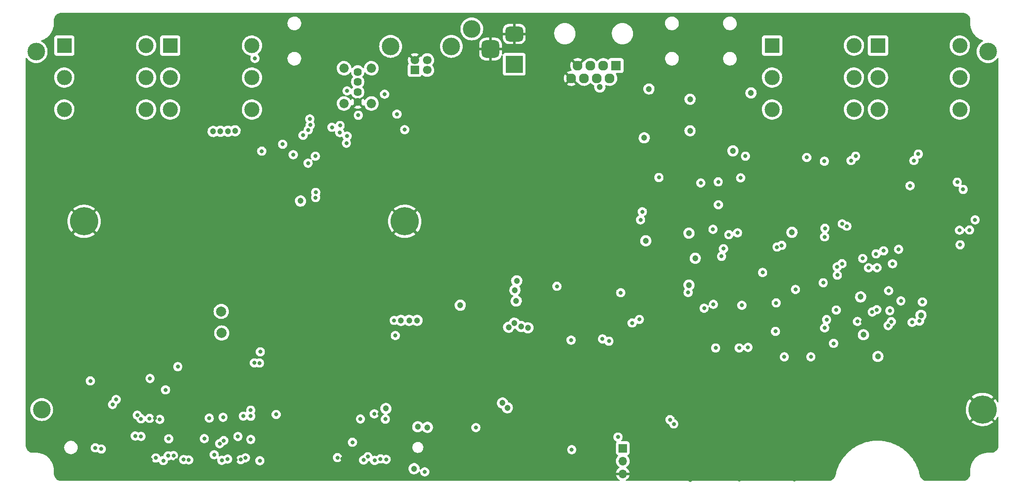
<source format=gbr>
G04 #@! TF.GenerationSoftware,KiCad,Pcbnew,6.0.4-6f826c9f35~116~ubuntu20.04.1*
G04 #@! TF.CreationDate,2022-05-03T23:03:30+02:00*
G04 #@! TF.ProjectId,bottom-board,626f7474-6f6d-42d6-926f-6172642e6b69,rev?*
G04 #@! TF.SameCoordinates,Original*
G04 #@! TF.FileFunction,Copper,L3,Inr*
G04 #@! TF.FilePolarity,Positive*
%FSLAX46Y46*%
G04 Gerber Fmt 4.6, Leading zero omitted, Abs format (unit mm)*
G04 Created by KiCad (PCBNEW 6.0.4-6f826c9f35~116~ubuntu20.04.1) date 2022-05-03 23:03:30*
%MOMM*%
%LPD*%
G01*
G04 APERTURE LIST*
G04 Aperture macros list*
%AMRoundRect*
0 Rectangle with rounded corners*
0 $1 Rounding radius*
0 $2 $3 $4 $5 $6 $7 $8 $9 X,Y pos of 4 corners*
0 Add a 4 corners polygon primitive as box body*
4,1,4,$2,$3,$4,$5,$6,$7,$8,$9,$2,$3,0*
0 Add four circle primitives for the rounded corners*
1,1,$1+$1,$2,$3*
1,1,$1+$1,$4,$5*
1,1,$1+$1,$6,$7*
1,1,$1+$1,$8,$9*
0 Add four rect primitives between the rounded corners*
20,1,$1+$1,$2,$3,$4,$5,0*
20,1,$1+$1,$4,$5,$6,$7,0*
20,1,$1+$1,$6,$7,$8,$9,0*
20,1,$1+$1,$8,$9,$2,$3,0*%
G04 Aperture macros list end*
G04 #@! TA.AperFunction,ComponentPad*
%ADD10C,3.500000*%
G04 #@! TD*
G04 #@! TA.AperFunction,ComponentPad*
%ADD11C,5.600000*%
G04 #@! TD*
G04 #@! TA.AperFunction,ComponentPad*
%ADD12R,1.700000X1.700000*%
G04 #@! TD*
G04 #@! TA.AperFunction,ComponentPad*
%ADD13O,1.700000X1.700000*%
G04 #@! TD*
G04 #@! TA.AperFunction,ComponentPad*
%ADD14C,3.000000*%
G04 #@! TD*
G04 #@! TA.AperFunction,ComponentPad*
%ADD15R,3.000000X3.000000*%
G04 #@! TD*
G04 #@! TA.AperFunction,ComponentPad*
%ADD16C,1.620000*%
G04 #@! TD*
G04 #@! TA.AperFunction,ComponentPad*
%ADD17C,1.850000*%
G04 #@! TD*
G04 #@! TA.AperFunction,ComponentPad*
%ADD18C,1.700000*%
G04 #@! TD*
G04 #@! TA.AperFunction,ComponentPad*
%ADD19R,3.500000X3.500000*%
G04 #@! TD*
G04 #@! TA.AperFunction,ComponentPad*
%ADD20RoundRect,0.750000X-1.000000X0.750000X-1.000000X-0.750000X1.000000X-0.750000X1.000000X0.750000X0*%
G04 #@! TD*
G04 #@! TA.AperFunction,ComponentPad*
%ADD21RoundRect,0.875000X-0.875000X0.875000X-0.875000X-0.875000X0.875000X-0.875000X0.875000X0.875000X0*%
G04 #@! TD*
G04 #@! TA.AperFunction,ComponentPad*
%ADD22R,1.960000X1.960000*%
G04 #@! TD*
G04 #@! TA.AperFunction,ComponentPad*
%ADD23C,1.960000*%
G04 #@! TD*
G04 #@! TA.AperFunction,ComponentPad*
%ADD24C,2.000000*%
G04 #@! TD*
G04 #@! TA.AperFunction,ViaPad*
%ADD25C,0.800000*%
G04 #@! TD*
G04 #@! TA.AperFunction,ViaPad*
%ADD26C,1.200000*%
G04 #@! TD*
G04 #@! TA.AperFunction,Conductor*
%ADD27C,0.500000*%
G04 #@! TD*
G04 APERTURE END LIST*
D10*
X250310000Y-49630000D03*
X62610000Y-120730000D03*
D11*
X249207680Y-120727880D03*
D12*
X177860000Y-128410000D03*
D13*
X177860000Y-130950000D03*
X177860000Y-133490000D03*
D10*
X147910000Y-45130000D03*
D11*
X71007680Y-83337880D03*
X134607680Y-83337880D03*
D14*
X67085000Y-54780000D03*
X83315000Y-54780000D03*
D15*
X67085000Y-48430000D03*
D14*
X83315000Y-48430000D03*
X67085000Y-61130000D03*
X83315000Y-61130000D03*
D16*
X125285000Y-53655000D03*
X125285000Y-55655000D03*
X125285000Y-57655000D03*
X125285000Y-59655000D03*
D17*
X128005000Y-59925000D03*
X122565000Y-52925000D03*
X122565000Y-59925000D03*
X128005000Y-52925000D03*
D14*
X88085000Y-54780000D03*
X104315000Y-54780000D03*
D15*
X88085000Y-48430000D03*
D14*
X104315000Y-48430000D03*
X88085000Y-61130000D03*
X104315000Y-61130000D03*
D12*
X136586971Y-53299976D03*
D18*
X139086971Y-53299976D03*
X139086971Y-51299976D03*
X136586971Y-51299976D03*
D10*
X131816971Y-48589976D03*
X143856971Y-48589976D03*
D19*
X156330453Y-52130000D03*
D20*
X156330453Y-46130000D03*
D21*
X151630453Y-49130000D03*
D22*
X176535000Y-52410000D03*
D23*
X175265000Y-54950000D03*
X173995000Y-52410000D03*
X172725000Y-54950000D03*
X171455000Y-52410000D03*
X170185000Y-54950000D03*
X168915000Y-52410000D03*
X167645000Y-54950000D03*
D14*
X228485000Y-54780000D03*
X244715000Y-54780000D03*
D15*
X228485000Y-48430000D03*
D14*
X244715000Y-48430000D03*
X228485000Y-61130000D03*
X244715000Y-61130000D03*
X207485000Y-54780000D03*
X223715000Y-54780000D03*
D15*
X207485000Y-48430000D03*
D14*
X223715000Y-48430000D03*
X207485000Y-61130000D03*
X223715000Y-61130000D03*
D10*
X61507680Y-49627880D03*
D24*
X98210000Y-101230000D03*
X98310000Y-105530000D03*
D25*
X208455042Y-88444958D03*
X221350000Y-91750000D03*
X194000000Y-100600000D03*
X223150000Y-71275000D03*
X214350000Y-70650000D03*
D26*
X225600000Y-105875000D03*
D25*
X179725000Y-103525000D03*
X228297640Y-92559071D03*
X215169002Y-110250000D03*
X209900000Y-110260000D03*
D26*
X225050000Y-98350000D03*
D25*
X230600000Y-97125000D03*
X234844847Y-76280153D03*
X220210010Y-100969281D03*
X181740000Y-81440000D03*
X116930000Y-78640000D03*
X236490000Y-69970000D03*
X236708957Y-103164173D03*
X205600000Y-93500000D03*
X198890000Y-86000000D03*
X202700000Y-108375000D03*
X225450000Y-90710000D03*
X114439104Y-66243831D03*
X196275000Y-108500000D03*
X195750000Y-84925000D03*
X104900000Y-50975000D03*
X200950000Y-108500000D03*
X247750000Y-83050000D03*
X200625000Y-85625000D03*
X208150000Y-105200000D03*
X220418036Y-94031965D03*
X181150000Y-102825000D03*
X110390000Y-68025000D03*
X190825000Y-97475000D03*
X221391095Y-83834637D03*
X197450000Y-90300000D03*
X230825000Y-101100000D03*
X185030000Y-74630000D03*
X209381155Y-88124999D03*
X220375000Y-92375000D03*
X235250000Y-103400000D03*
X244200000Y-75575000D03*
X201480000Y-100010000D03*
X116890000Y-70390000D03*
X115860000Y-64230000D03*
X164800000Y-96250000D03*
X235610000Y-71270000D03*
X222300000Y-84313980D03*
X115790000Y-63000000D03*
X116960000Y-77590000D03*
X196827701Y-80055500D03*
X246625000Y-85075000D03*
X197843161Y-88775000D03*
X217850000Y-71400000D03*
X226605417Y-92564545D03*
X244770000Y-88000000D03*
X115480000Y-65170000D03*
X228100000Y-89800000D03*
X195830000Y-99830000D03*
X177450000Y-97525000D03*
X231370000Y-91770000D03*
X237300000Y-99350000D03*
X224050000Y-70400000D03*
X244660000Y-85099998D03*
X217620000Y-95550000D03*
D26*
X228460000Y-110180000D03*
D25*
X245375000Y-77000000D03*
D26*
X183050000Y-57050000D03*
X191200000Y-59090000D03*
X133870000Y-103014971D03*
X191200000Y-65350000D03*
X154009999Y-119429999D03*
X139120000Y-124260000D03*
X154960000Y-120380000D03*
X137200000Y-124150000D03*
X203300000Y-57840000D03*
D25*
X134603347Y-65133347D03*
D26*
X136475000Y-132475000D03*
X137075029Y-103014971D03*
X135490000Y-103014971D03*
D25*
X229600000Y-89200000D03*
X181390000Y-83050000D03*
D26*
X192225000Y-90675000D03*
D25*
X217900000Y-86425000D03*
D26*
X156828466Y-95156614D03*
X211425000Y-85525000D03*
D25*
X132510000Y-103030000D03*
X217950000Y-84725000D03*
X232575000Y-88900000D03*
D26*
X237000000Y-102000000D03*
D25*
X129810000Y-130539989D03*
D26*
X145630000Y-100010000D03*
D25*
X106250000Y-69400000D03*
X233030000Y-99150000D03*
X115440000Y-71790000D03*
X167610000Y-106930000D03*
X224409053Y-103229053D03*
X219680000Y-107580000D03*
X105870000Y-130890000D03*
X105962347Y-109262347D03*
X121785000Y-64305000D03*
X130620000Y-58080000D03*
X84080000Y-114560000D03*
X127291707Y-130099978D03*
D26*
X199720000Y-69350000D03*
X182127463Y-66757463D03*
D25*
X132750000Y-106022976D03*
X87170000Y-116830000D03*
X72260011Y-115040000D03*
X130933722Y-130638662D03*
X130765640Y-122639760D03*
D26*
X130875000Y-120525000D03*
D25*
X102080000Y-130690000D03*
X105800000Y-111484981D03*
X123045838Y-67819468D03*
X103009060Y-130320067D03*
X104790000Y-111460000D03*
X123175001Y-66405001D03*
X77375000Y-118724306D03*
X121725000Y-65705000D03*
X74410000Y-128560000D03*
X133075000Y-62050000D03*
X123174990Y-57425000D03*
X76650000Y-119723644D03*
X73230000Y-128340011D03*
X125404998Y-62275000D03*
X120175000Y-64675000D03*
X187980000Y-123590000D03*
X187240000Y-122750000D03*
X90755151Y-130664963D03*
X104065000Y-120865369D03*
X104065000Y-122040000D03*
X91770000Y-130740000D03*
X218290000Y-102860000D03*
X173830000Y-106700000D03*
X217899847Y-104499847D03*
X175110000Y-107150010D03*
D26*
X173320000Y-56650000D03*
D25*
X227342767Y-101344459D03*
X230500000Y-104050000D03*
X231121396Y-103266501D03*
X228235138Y-100893151D03*
X109110000Y-121710000D03*
X126461476Y-130752279D03*
X124250000Y-127235939D03*
X66470000Y-133540000D03*
D26*
X122380000Y-69930000D03*
D25*
X193893440Y-45593000D03*
X111150000Y-43270000D03*
X193020000Y-118810000D03*
X97080000Y-122280000D03*
X201112120Y-54932580D03*
X228140000Y-125600000D03*
X211450000Y-42950000D03*
D26*
X127950000Y-74570000D03*
D25*
X202870000Y-42940000D03*
X156510000Y-124610000D03*
X251240000Y-88950000D03*
X131084320Y-99350000D03*
X161762347Y-99807653D03*
X211889340Y-120888760D03*
X177525000Y-67675000D03*
X62280000Y-61360000D03*
X145760000Y-43250000D03*
X111113660Y-121882840D03*
X105560000Y-132440000D03*
X127546600Y-112146600D03*
X70220000Y-43820000D03*
D26*
X156510000Y-71020000D03*
D25*
X83250000Y-117000000D03*
X243799360Y-107403900D03*
X62390000Y-112710000D03*
X101060000Y-130770000D03*
X250910000Y-53610000D03*
D26*
X130070000Y-87450000D03*
D25*
X110180000Y-80420000D03*
D26*
X141770000Y-67620000D03*
D25*
X72630000Y-126440000D03*
D26*
X146100000Y-127050000D03*
D25*
X245550000Y-133730000D03*
X204240000Y-118740000D03*
X160120000Y-118665128D03*
X170660000Y-118720000D03*
X225407470Y-103332470D03*
X154020000Y-124720000D03*
X191230000Y-134700000D03*
X62390000Y-98130000D03*
X132911940Y-130808400D03*
X193510000Y-49830000D03*
X190200280Y-55148480D03*
X211920000Y-134620000D03*
D26*
X127660000Y-70980000D03*
D25*
X179450000Y-118665128D03*
D26*
X127686574Y-67646574D03*
D25*
X72850000Y-130920000D03*
X224890000Y-42920000D03*
X179570000Y-43230000D03*
X179448460Y-52567840D03*
X200940000Y-134640000D03*
X132730000Y-43300000D03*
X117450000Y-122300000D03*
X164270000Y-102510000D03*
X131900000Y-114475260D03*
X103260000Y-66240000D03*
X74810620Y-66796920D03*
X160591500Y-128010010D03*
X219310000Y-133720000D03*
D26*
X200910000Y-67660000D03*
D25*
X84210000Y-130650000D03*
X129579020Y-121610674D03*
X114850000Y-130810000D03*
D26*
X140650000Y-79700000D03*
D25*
X93200000Y-73690000D03*
X101470000Y-82000000D03*
X171490000Y-43280000D03*
X139010000Y-114560000D03*
X184917080Y-55885080D03*
X182210000Y-134460000D03*
D26*
X146420000Y-82080000D03*
D25*
X168000000Y-58500000D03*
X126740000Y-121760000D03*
X251250000Y-65030000D03*
X115325040Y-95432880D03*
D26*
X122040000Y-84810000D03*
X143300000Y-73880000D03*
D25*
X121870000Y-61720000D03*
X75852020Y-114579400D03*
X251260000Y-75960000D03*
X62380000Y-117810000D03*
D26*
X150710000Y-75690000D03*
X166010000Y-63310000D03*
D25*
X154930000Y-114520000D03*
X154930000Y-68940000D03*
X62390000Y-70030000D03*
X251200000Y-102700000D03*
X85610000Y-66339777D03*
X83868260Y-108473240D03*
X94340000Y-130880000D03*
D26*
X179280000Y-94420000D03*
X160180000Y-87110000D03*
D25*
X77340000Y-130950000D03*
X190784480Y-47774860D03*
D26*
X141460000Y-120730000D03*
D25*
X122249956Y-130489794D03*
X118460000Y-43420000D03*
X68818760Y-95483680D03*
X70470000Y-122250000D03*
D26*
X121915000Y-78560000D03*
D25*
X84180000Y-43640000D03*
X85037834Y-122459479D03*
X120484900Y-99451160D03*
X162590000Y-43260000D03*
X192400001Y-42830001D03*
X140800000Y-118090000D03*
X154140000Y-122370000D03*
X246540000Y-46620000D03*
X110229040Y-90280960D03*
X132720000Y-122850000D03*
X69024500Y-69717920D03*
X245518940Y-94482920D03*
X120741600Y-118951600D03*
X201757280Y-63141860D03*
D26*
X147350000Y-123130000D03*
D25*
X63920000Y-53920000D03*
X120490000Y-112040000D03*
X87400000Y-119210000D03*
D26*
X188200000Y-59650000D03*
D25*
X110314740Y-99661980D03*
X119000000Y-45500000D03*
X229410260Y-120285019D03*
D26*
X152617500Y-87090000D03*
D25*
X62390000Y-84170000D03*
X82800000Y-128720000D03*
D26*
X166270000Y-70830000D03*
D25*
X238260000Y-133760000D03*
X92626180Y-66339777D03*
X68894960Y-107942380D03*
X89280000Y-130810000D03*
X75290000Y-121910000D03*
X238840000Y-43000000D03*
X78182560Y-134229823D03*
X72645360Y-134229907D03*
X101391720Y-108531660D03*
X62370000Y-127800000D03*
X98880000Y-43480000D03*
X177586640Y-103578001D03*
D26*
X187770000Y-63270000D03*
D25*
X181952900Y-64731900D03*
X163010000Y-107680000D03*
X212125000Y-96875000D03*
X208280000Y-99550001D03*
D26*
X96619926Y-65489777D03*
X155211932Y-104381049D03*
X156730000Y-99160000D03*
X113950000Y-79300000D03*
X156473039Y-97000000D03*
D25*
X112500000Y-70100000D03*
X82290000Y-122570000D03*
X82300000Y-126060000D03*
X104065500Y-126669500D03*
X95840000Y-122420000D03*
X167736086Y-128696086D03*
X101517629Y-126086873D03*
X99480000Y-130560000D03*
X176910000Y-126190000D03*
X98330000Y-130820000D03*
X81565000Y-121852261D03*
X81150000Y-125980000D03*
X98570000Y-122270000D03*
X102600003Y-122035000D03*
X89600000Y-112209981D03*
X87683914Y-129926086D03*
X121273806Y-130275000D03*
X125825000Y-122605000D03*
X96820000Y-129700459D03*
X97905111Y-127502421D03*
X84000000Y-122500000D03*
X85230000Y-130340000D03*
X88757653Y-129877653D03*
X87790000Y-126540000D03*
X86740000Y-130870000D03*
X94860000Y-126500000D03*
X86013480Y-122678836D03*
X98701855Y-126898930D03*
D26*
X100950000Y-65350000D03*
X159049990Y-104500000D03*
X156355939Y-103574047D03*
X98057739Y-65442664D03*
D25*
X202190001Y-70400001D03*
X193330000Y-75710000D03*
D26*
X182420000Y-87209900D03*
X190975000Y-85699990D03*
X190975000Y-96000000D03*
X157675996Y-104231398D03*
X99550000Y-65450000D03*
D25*
X128579574Y-121577316D03*
X128635000Y-130840000D03*
X148720000Y-124310000D03*
X138580000Y-133100000D03*
X196790000Y-75500000D03*
X201250000Y-74700000D03*
D27*
X65030001Y-52759999D02*
X66200000Y-51590000D01*
X63920000Y-53920000D02*
X65030001Y-52809999D01*
X70220000Y-51200000D02*
X70220000Y-43820000D01*
X65030001Y-52809999D02*
X65030001Y-52759999D01*
X67860002Y-51590000D02*
X69830000Y-51590000D01*
X69830000Y-51590000D02*
X70220000Y-51200000D01*
X66200000Y-51590000D02*
X67860002Y-51590000D01*
G04 #@! TA.AperFunction,Conductor*
G36*
X245280018Y-41940000D02*
G01*
X245294851Y-41942310D01*
X245294855Y-41942310D01*
X245303724Y-41943691D01*
X245318981Y-41941696D01*
X245344302Y-41940953D01*
X245513285Y-41953039D01*
X245531064Y-41955596D01*
X245721392Y-41996999D01*
X245738641Y-42002063D01*
X245921150Y-42070136D01*
X245937502Y-42077604D01*
X246108458Y-42170952D01*
X246123582Y-42180672D01*
X246279514Y-42297402D01*
X246293100Y-42309175D01*
X246430825Y-42446900D01*
X246442598Y-42460486D01*
X246559328Y-42616418D01*
X246569048Y-42631542D01*
X246662396Y-42802498D01*
X246669864Y-42818850D01*
X246737937Y-43001359D01*
X246743001Y-43018607D01*
X246784404Y-43208936D01*
X246786961Y-43226715D01*
X246794497Y-43332074D01*
X246798540Y-43388601D01*
X246797793Y-43406565D01*
X246797692Y-43414845D01*
X246796309Y-43423724D01*
X246797474Y-43432630D01*
X246800436Y-43455283D01*
X246801500Y-43471621D01*
X246801500Y-43980633D01*
X246800000Y-44000018D01*
X246797690Y-44014851D01*
X246797690Y-44014855D01*
X246796309Y-44023724D01*
X246797353Y-44031707D01*
X246797458Y-44033852D01*
X246797444Y-44035034D01*
X246797603Y-44036804D01*
X246812023Y-44330317D01*
X246814184Y-44374308D01*
X246820234Y-44415096D01*
X246853712Y-44640783D01*
X246864765Y-44715300D01*
X246865516Y-44718299D01*
X246865517Y-44718303D01*
X246893630Y-44830535D01*
X246948526Y-45049692D01*
X246949563Y-45052589D01*
X246949565Y-45052597D01*
X246991816Y-45170679D01*
X247064660Y-45374264D01*
X247086913Y-45421314D01*
X247210289Y-45682170D01*
X247212048Y-45685890D01*
X247213631Y-45688531D01*
X247387682Y-45978919D01*
X247387688Y-45978928D01*
X247389271Y-45981569D01*
X247391114Y-45984054D01*
X247545859Y-46192703D01*
X247594622Y-46258453D01*
X247826124Y-46513876D01*
X248081547Y-46745378D01*
X248084033Y-46747222D01*
X248084037Y-46747225D01*
X248276702Y-46890115D01*
X248358431Y-46950729D01*
X248361072Y-46952312D01*
X248361081Y-46952318D01*
X248587155Y-47087821D01*
X248654110Y-47127952D01*
X248656889Y-47129266D01*
X248656892Y-47129268D01*
X248693838Y-47146742D01*
X248965736Y-47275340D01*
X249210037Y-47362753D01*
X249272678Y-47385166D01*
X249330078Y-47426949D01*
X249355777Y-47493131D01*
X249341616Y-47562701D01*
X249285960Y-47616806D01*
X249178327Y-47669885D01*
X249174894Y-47672179D01*
X248935593Y-47832074D01*
X248935588Y-47832078D01*
X248932162Y-47834367D01*
X248929068Y-47837081D01*
X248929062Y-47837085D01*
X248742991Y-48000266D01*
X248709573Y-48029573D01*
X248706864Y-48032662D01*
X248517085Y-48249062D01*
X248517081Y-48249068D01*
X248514367Y-48252162D01*
X248512078Y-48255588D01*
X248512074Y-48255593D01*
X248412479Y-48404648D01*
X248349885Y-48498327D01*
X248348061Y-48502026D01*
X248348058Y-48502031D01*
X248280852Y-48638313D01*
X248218941Y-48763855D01*
X248217616Y-48767760D01*
X248217615Y-48767761D01*
X248130728Y-49023724D01*
X248123776Y-49044203D01*
X248122972Y-49048247D01*
X248122970Y-49048253D01*
X248078498Y-49271830D01*
X248066017Y-49334574D01*
X248065748Y-49338679D01*
X248065747Y-49338686D01*
X248061590Y-49402115D01*
X248046654Y-49630000D01*
X248046924Y-49634119D01*
X248065609Y-49919194D01*
X248066017Y-49925426D01*
X248066819Y-49929459D01*
X248066820Y-49929465D01*
X248122621Y-50209991D01*
X248123776Y-50215797D01*
X248125103Y-50219706D01*
X248125104Y-50219710D01*
X248202049Y-50446382D01*
X248218941Y-50496145D01*
X248245544Y-50550091D01*
X248340438Y-50742516D01*
X248349885Y-50761673D01*
X248352179Y-50765106D01*
X248510658Y-51002287D01*
X248514367Y-51007838D01*
X248517081Y-51010932D01*
X248517085Y-51010938D01*
X248675613Y-51191703D01*
X248709573Y-51230427D01*
X248712662Y-51233136D01*
X248929062Y-51422915D01*
X248929068Y-51422919D01*
X248932162Y-51425633D01*
X248935588Y-51427922D01*
X248935593Y-51427926D01*
X249068681Y-51516852D01*
X249178327Y-51590115D01*
X249182026Y-51591939D01*
X249182031Y-51591942D01*
X249281071Y-51640783D01*
X249443855Y-51721059D01*
X249447760Y-51722384D01*
X249447761Y-51722385D01*
X249720290Y-51814896D01*
X249720294Y-51814897D01*
X249724203Y-51816224D01*
X249728247Y-51817028D01*
X249728253Y-51817030D01*
X250010535Y-51873180D01*
X250010541Y-51873181D01*
X250014574Y-51873983D01*
X250018679Y-51874252D01*
X250018686Y-51874253D01*
X250305881Y-51893076D01*
X250310000Y-51893346D01*
X250314119Y-51893076D01*
X250601314Y-51874253D01*
X250601321Y-51874252D01*
X250605426Y-51873983D01*
X250609459Y-51873181D01*
X250609465Y-51873180D01*
X250891747Y-51817030D01*
X250891753Y-51817028D01*
X250895797Y-51816224D01*
X250899706Y-51814897D01*
X250899710Y-51814896D01*
X251172239Y-51722385D01*
X251172240Y-51722384D01*
X251176145Y-51721059D01*
X251338929Y-51640783D01*
X251437969Y-51591942D01*
X251437974Y-51591939D01*
X251441673Y-51590115D01*
X251551319Y-51516852D01*
X251684407Y-51427926D01*
X251684412Y-51427922D01*
X251687838Y-51425633D01*
X251690932Y-51422919D01*
X251690938Y-51422915D01*
X251907338Y-51233136D01*
X251910427Y-51230427D01*
X251944387Y-51191703D01*
X252102915Y-51010938D01*
X252102919Y-51010932D01*
X252105633Y-51007838D01*
X252109343Y-51002287D01*
X252170735Y-50910406D01*
X252225212Y-50864878D01*
X252295655Y-50856030D01*
X252359699Y-50886672D01*
X252397010Y-50947073D01*
X252401500Y-50980408D01*
X252401500Y-119183253D01*
X252381498Y-119251374D01*
X252327842Y-119297867D01*
X252257568Y-119307971D01*
X252192988Y-119278477D01*
X252164146Y-119242212D01*
X252048949Y-119024643D01*
X252045449Y-119018817D01*
X251848377Y-118727742D01*
X251844270Y-118722333D01*
X251731245Y-118589059D01*
X251718420Y-118580623D01*
X251708096Y-118586675D01*
X249579700Y-120715070D01*
X249572088Y-120729011D01*
X249572219Y-120730846D01*
X249576470Y-120737460D01*
X251706689Y-122867678D01*
X251720285Y-122875103D01*
X251729898Y-122868402D01*
X251830198Y-122751792D01*
X251834356Y-122746394D01*
X252033442Y-122456720D01*
X252036990Y-122450909D01*
X252164560Y-122213985D01*
X252214467Y-122163489D01*
X252283751Y-122147990D01*
X252350416Y-122172410D01*
X252393295Y-122228995D01*
X252401500Y-122273720D01*
X252401500Y-127780633D01*
X252400000Y-127800018D01*
X252397690Y-127814851D01*
X252397690Y-127814855D01*
X252396309Y-127823724D01*
X252398136Y-127837693D01*
X252398304Y-127838976D01*
X252399047Y-127864302D01*
X252387685Y-128023176D01*
X252386962Y-128033279D01*
X252384404Y-128051064D01*
X252350519Y-128206831D01*
X252343001Y-128241392D01*
X252337937Y-128258641D01*
X252269864Y-128441150D01*
X252262396Y-128457502D01*
X252169048Y-128628458D01*
X252159328Y-128643582D01*
X252042598Y-128799514D01*
X252030825Y-128813100D01*
X251893100Y-128950825D01*
X251879514Y-128962598D01*
X251723582Y-129079328D01*
X251708458Y-129089048D01*
X251537502Y-129182396D01*
X251521150Y-129189864D01*
X251338641Y-129257937D01*
X251321393Y-129263001D01*
X251131064Y-129304404D01*
X251113285Y-129306961D01*
X250951395Y-129318540D01*
X250933435Y-129317793D01*
X250925155Y-129317692D01*
X250916276Y-129316309D01*
X250884714Y-129320436D01*
X250868379Y-129321500D01*
X250363250Y-129321500D01*
X250342345Y-129319754D01*
X250327344Y-129317230D01*
X250327341Y-129317230D01*
X250322552Y-129316424D01*
X250316475Y-129316350D01*
X250314865Y-129316330D01*
X250314861Y-129316330D01*
X250310000Y-129316271D01*
X250305179Y-129316961D01*
X250305153Y-129316963D01*
X250293523Y-129318078D01*
X249968782Y-129334032D01*
X249968778Y-129334032D01*
X249965692Y-129334184D01*
X249904688Y-129343233D01*
X249627766Y-129384310D01*
X249627762Y-129384311D01*
X249624700Y-129384765D01*
X249621701Y-129385516D01*
X249621697Y-129385517D01*
X249459989Y-129426023D01*
X249290308Y-129468526D01*
X249287411Y-129469563D01*
X249287403Y-129469565D01*
X249158902Y-129515544D01*
X248965736Y-129584660D01*
X248854400Y-129637318D01*
X248658098Y-129730162D01*
X248654110Y-129732048D01*
X248651468Y-129733631D01*
X248651469Y-129733631D01*
X248361081Y-129907682D01*
X248361072Y-129907688D01*
X248358431Y-129909271D01*
X248355946Y-129911114D01*
X248105564Y-130096810D01*
X248081547Y-130114622D01*
X247826124Y-130346124D01*
X247594622Y-130601547D01*
X247592778Y-130604033D01*
X247592775Y-130604037D01*
X247457709Y-130786153D01*
X247389271Y-130878431D01*
X247387688Y-130881072D01*
X247387682Y-130881081D01*
X247229396Y-131145166D01*
X247212048Y-131174110D01*
X247210734Y-131176889D01*
X247210732Y-131176892D01*
X247187238Y-131226566D01*
X247064660Y-131485736D01*
X247018837Y-131613803D01*
X246953242Y-131797128D01*
X246948526Y-131810308D01*
X246921042Y-131920031D01*
X246870728Y-132120896D01*
X246864765Y-132144700D01*
X246864311Y-132147762D01*
X246864310Y-132147766D01*
X246850103Y-132243543D01*
X246814184Y-132485692D01*
X246814032Y-132488778D01*
X246814032Y-132488782D01*
X246798488Y-132805183D01*
X246797716Y-132812740D01*
X246797690Y-132814854D01*
X246796309Y-132823724D01*
X246797473Y-132832626D01*
X246797473Y-132832628D01*
X246798569Y-132841010D01*
X246799852Y-132850814D01*
X246800436Y-132855283D01*
X246801500Y-132871621D01*
X246801500Y-133380633D01*
X246800000Y-133400018D01*
X246797690Y-133414851D01*
X246797690Y-133414855D01*
X246796309Y-133423724D01*
X246798136Y-133437693D01*
X246798304Y-133438976D01*
X246799047Y-133464302D01*
X246787109Y-133631226D01*
X246786962Y-133633279D01*
X246784404Y-133651064D01*
X246757671Y-133773955D01*
X246743001Y-133841392D01*
X246737937Y-133858641D01*
X246669864Y-134041150D01*
X246662396Y-134057502D01*
X246569048Y-134228458D01*
X246559328Y-134243582D01*
X246442598Y-134399514D01*
X246430825Y-134413100D01*
X246293100Y-134550825D01*
X246279514Y-134562598D01*
X246123582Y-134679328D01*
X246108458Y-134689048D01*
X245937502Y-134782396D01*
X245921150Y-134789864D01*
X245738641Y-134857937D01*
X245721393Y-134863001D01*
X245531064Y-134904404D01*
X245513285Y-134906961D01*
X245351395Y-134918540D01*
X245333435Y-134917793D01*
X245325155Y-134917692D01*
X245316276Y-134916309D01*
X245284714Y-134920436D01*
X245268379Y-134921500D01*
X238258417Y-134921500D01*
X238239111Y-134920012D01*
X238215204Y-134916305D01*
X238206299Y-134917475D01*
X238206298Y-134917475D01*
X238200741Y-134918205D01*
X238174825Y-134918920D01*
X238129640Y-134915503D01*
X237992323Y-134905116D01*
X237973389Y-134902224D01*
X237901379Y-134885536D01*
X237771133Y-134855353D01*
X237752848Y-134849620D01*
X237560043Y-134772623D01*
X237542839Y-134764184D01*
X237498968Y-134738351D01*
X237363928Y-134658833D01*
X237348213Y-134647889D01*
X237187352Y-134516629D01*
X237173469Y-134503420D01*
X237034376Y-134349289D01*
X237022657Y-134334128D01*
X236908547Y-134160689D01*
X236899262Y-134143926D01*
X236812770Y-133955183D01*
X236806135Y-133937206D01*
X236758874Y-133771271D01*
X236755400Y-133749207D01*
X236754789Y-133749276D01*
X236754246Y-133744440D01*
X236754077Y-133739583D01*
X236752948Y-133733683D01*
X236752935Y-133733413D01*
X236752847Y-133733157D01*
X236751717Y-133727254D01*
X236750287Y-133723257D01*
X236750049Y-133722328D01*
X236730901Y-133642263D01*
X236619015Y-133174441D01*
X236582138Y-133055875D01*
X236450796Y-132633595D01*
X236450173Y-132631592D01*
X236245477Y-132101221D01*
X236231368Y-132070867D01*
X236006728Y-131587604D01*
X236006726Y-131587600D01*
X236005840Y-131585694D01*
X235758254Y-131134547D01*
X235733348Y-131089164D01*
X235733347Y-131089162D01*
X235732331Y-131087311D01*
X235727613Y-131079928D01*
X235427308Y-130610075D01*
X235427307Y-130610074D01*
X235426169Y-130608293D01*
X235165541Y-130254932D01*
X235089973Y-130152477D01*
X235089971Y-130152475D01*
X235088719Y-130150777D01*
X235087362Y-130149173D01*
X235087353Y-130149162D01*
X234765556Y-129768882D01*
X234721486Y-129716803D01*
X234523630Y-129512382D01*
X234327574Y-129309820D01*
X234327564Y-129309811D01*
X234326108Y-129308306D01*
X234323129Y-129305613D01*
X234151267Y-129150280D01*
X233904349Y-128927108D01*
X233526193Y-128628658D01*
X233459743Y-128576214D01*
X233459740Y-128576212D01*
X233458088Y-128574908D01*
X233456373Y-128573731D01*
X233456359Y-128573721D01*
X233125297Y-128346576D01*
X232989315Y-128253277D01*
X232987532Y-128252221D01*
X232987522Y-128252215D01*
X232607219Y-128027057D01*
X232500123Y-127963651D01*
X232498246Y-127962703D01*
X232498239Y-127962699D01*
X232226013Y-127825183D01*
X231992690Y-127707319D01*
X231469282Y-127485425D01*
X231247726Y-127408500D01*
X230934210Y-127299646D01*
X230934207Y-127299645D01*
X230932231Y-127298959D01*
X230383932Y-127148752D01*
X230030780Y-127076944D01*
X229828903Y-127035895D01*
X229828894Y-127035893D01*
X229826831Y-127035474D01*
X229443000Y-126983805D01*
X229265487Y-126959909D01*
X229265477Y-126959908D01*
X229263412Y-126959630D01*
X229261323Y-126959490D01*
X229261315Y-126959489D01*
X228996896Y-126941742D01*
X228696187Y-126921559D01*
X228411869Y-126921494D01*
X228129799Y-126921429D01*
X228127686Y-126921429D01*
X228125593Y-126921569D01*
X228125579Y-126921569D01*
X227562559Y-126959102D01*
X227560444Y-126959243D01*
X227558353Y-126959523D01*
X227558338Y-126959525D01*
X227223409Y-127004456D01*
X226996990Y-127034830D01*
X226683533Y-127098418D01*
X226441878Y-127147440D01*
X226441873Y-127147441D01*
X226439838Y-127147854D01*
X226198120Y-127213955D01*
X225893489Y-127297260D01*
X225893485Y-127297261D01*
X225891471Y-127297812D01*
X225354335Y-127484033D01*
X225352419Y-127484844D01*
X225352404Y-127484850D01*
X224832756Y-127704871D01*
X224832746Y-127704876D01*
X224830825Y-127705689D01*
X224323277Y-127961789D01*
X224172314Y-128051074D01*
X223835767Y-128250120D01*
X223835755Y-128250127D01*
X223833952Y-128251194D01*
X223365033Y-128572611D01*
X222918612Y-128924607D01*
X222917039Y-128926027D01*
X222917030Y-128926035D01*
X222498247Y-129304197D01*
X222496679Y-129305613D01*
X222495220Y-129307119D01*
X222495219Y-129307120D01*
X222103885Y-129711071D01*
X222101115Y-129713930D01*
X221733685Y-130147737D01*
X221732452Y-130149407D01*
X221732441Y-130149421D01*
X221557038Y-130387008D01*
X221396027Y-130605100D01*
X221089647Y-131083978D01*
X220815910Y-131582237D01*
X220715263Y-131798500D01*
X220583508Y-132081606D01*
X220576039Y-132097654D01*
X220575280Y-132099618D01*
X220575274Y-132099632D01*
X220371860Y-132625967D01*
X220371101Y-132627932D01*
X220202012Y-133170705D01*
X220162369Y-133336130D01*
X220074790Y-133701582D01*
X220073300Y-133707110D01*
X220071725Y-133711190D01*
X220069787Y-133720106D01*
X220069762Y-133720174D01*
X220069757Y-133720246D01*
X220069059Y-133723457D01*
X220068770Y-133728309D01*
X220068769Y-133728314D01*
X220068377Y-133734895D01*
X220063803Y-133761833D01*
X220014227Y-133936321D01*
X220007606Y-133954295D01*
X219941131Y-134099603D01*
X219921234Y-134143096D01*
X219911961Y-134159864D01*
X219797955Y-134333389D01*
X219786245Y-134348558D01*
X219647247Y-134502783D01*
X219633377Y-134515997D01*
X219472588Y-134647371D01*
X219456895Y-134658315D01*
X219278036Y-134763791D01*
X219260847Y-134772237D01*
X219247523Y-134777568D01*
X219068076Y-134849365D01*
X219049802Y-134855108D01*
X218847568Y-134902110D01*
X218828631Y-134905016D01*
X218708744Y-134914161D01*
X218653338Y-134918388D01*
X218636153Y-134917715D01*
X218636152Y-134917800D01*
X218627180Y-134917691D01*
X218618306Y-134916309D01*
X218589285Y-134920104D01*
X218586750Y-134920436D01*
X218570410Y-134921500D01*
X178568499Y-134921500D01*
X178500378Y-134901498D01*
X178453885Y-134847842D01*
X178443781Y-134777568D01*
X178473275Y-134712988D01*
X178513067Y-134682348D01*
X178553100Y-134662736D01*
X178561945Y-134657464D01*
X178735328Y-134533792D01*
X178743200Y-134527139D01*
X178894052Y-134376812D01*
X178900730Y-134368965D01*
X179025003Y-134196020D01*
X179030313Y-134187183D01*
X179124670Y-133996267D01*
X179128469Y-133986672D01*
X179190377Y-133782910D01*
X179192555Y-133772837D01*
X179193986Y-133761962D01*
X179191775Y-133747778D01*
X179178617Y-133744000D01*
X176543225Y-133744000D01*
X176529694Y-133747973D01*
X176528257Y-133757966D01*
X176558565Y-133892446D01*
X176561645Y-133902275D01*
X176641770Y-134099603D01*
X176646413Y-134108794D01*
X176757694Y-134290388D01*
X176763777Y-134298699D01*
X176903213Y-134459667D01*
X176910580Y-134466883D01*
X177074434Y-134602916D01*
X177082881Y-134608831D01*
X177216158Y-134686712D01*
X177264882Y-134738351D01*
X177277953Y-134808134D01*
X177251222Y-134873905D01*
X177193175Y-134914784D01*
X177152588Y-134921500D01*
X66559367Y-134921500D01*
X66539982Y-134920000D01*
X66525149Y-134917690D01*
X66525145Y-134917690D01*
X66516276Y-134916309D01*
X66501019Y-134918304D01*
X66475698Y-134919047D01*
X66306715Y-134906961D01*
X66288936Y-134904404D01*
X66098607Y-134863001D01*
X66081359Y-134857937D01*
X65898850Y-134789864D01*
X65882498Y-134782396D01*
X65711542Y-134689048D01*
X65696418Y-134679328D01*
X65540486Y-134562598D01*
X65526900Y-134550825D01*
X65389175Y-134413100D01*
X65377402Y-134399514D01*
X65260672Y-134243582D01*
X65250952Y-134228458D01*
X65157604Y-134057502D01*
X65150136Y-134041150D01*
X65082063Y-133858641D01*
X65076999Y-133841392D01*
X65062329Y-133773955D01*
X65035596Y-133651064D01*
X65033038Y-133633278D01*
X65032892Y-133631226D01*
X65021719Y-133475011D01*
X65022805Y-133452245D01*
X65022334Y-133452203D01*
X65022770Y-133447345D01*
X65023576Y-133442552D01*
X65023729Y-133430000D01*
X65019773Y-133402376D01*
X65018500Y-133384514D01*
X65018500Y-132883250D01*
X65020246Y-132862345D01*
X65022770Y-132847344D01*
X65022770Y-132847341D01*
X65023576Y-132842552D01*
X65023729Y-132830000D01*
X65023039Y-132825179D01*
X65023037Y-132825153D01*
X65021922Y-132813523D01*
X65005968Y-132488782D01*
X65005968Y-132488778D01*
X65005816Y-132485692D01*
X64999907Y-132445859D01*
X135362132Y-132445859D01*
X135375457Y-132649151D01*
X135425605Y-132846610D01*
X135510898Y-133031624D01*
X135628479Y-133197997D01*
X135632613Y-133202024D01*
X135716112Y-133283365D01*
X135774410Y-133340157D01*
X135779206Y-133343362D01*
X135779209Y-133343364D01*
X135886197Y-133414851D01*
X135943803Y-133453342D01*
X135949106Y-133455620D01*
X135949109Y-133455622D01*
X136038115Y-133493862D01*
X136130987Y-133533763D01*
X136203817Y-133550243D01*
X136324055Y-133577450D01*
X136324060Y-133577451D01*
X136329692Y-133578725D01*
X136335463Y-133578952D01*
X136335465Y-133578952D01*
X136398470Y-133581427D01*
X136533263Y-133586723D01*
X136734883Y-133557490D01*
X136740347Y-133555635D01*
X136740352Y-133555634D01*
X136922327Y-133493862D01*
X136922332Y-133493860D01*
X136927799Y-133492004D01*
X136954093Y-133477279D01*
X136998869Y-133452203D01*
X137105551Y-133392458D01*
X137262186Y-133262186D01*
X137392458Y-133105551D01*
X137431254Y-133036276D01*
X137481988Y-132986617D01*
X137551520Y-132972269D01*
X137617771Y-132997791D01*
X137659706Y-133055079D01*
X137666896Y-133096190D01*
X137666496Y-133100000D01*
X137667186Y-133106565D01*
X137673719Y-133168719D01*
X137686458Y-133289928D01*
X137745473Y-133471556D01*
X137840960Y-133636944D01*
X137845378Y-133641851D01*
X137845379Y-133641852D01*
X137961908Y-133771271D01*
X137968747Y-133778866D01*
X138123248Y-133891118D01*
X138129276Y-133893802D01*
X138129278Y-133893803D01*
X138267141Y-133955183D01*
X138297712Y-133968794D01*
X138381821Y-133986672D01*
X138478056Y-134007128D01*
X138478061Y-134007128D01*
X138484513Y-134008500D01*
X138675487Y-134008500D01*
X138681939Y-134007128D01*
X138681944Y-134007128D01*
X138778179Y-133986672D01*
X138862288Y-133968794D01*
X138892859Y-133955183D01*
X139030722Y-133893803D01*
X139030724Y-133893802D01*
X139036752Y-133891118D01*
X139191253Y-133778866D01*
X139198092Y-133771271D01*
X139314621Y-133641852D01*
X139314622Y-133641851D01*
X139319040Y-133636944D01*
X139414527Y-133471556D01*
X139473542Y-133289928D01*
X139486282Y-133168719D01*
X139492814Y-133106565D01*
X139493504Y-133100000D01*
X139488783Y-133055079D01*
X139474232Y-132916635D01*
X139474232Y-132916633D01*
X139473542Y-132910072D01*
X139414527Y-132728444D01*
X139319040Y-132563056D01*
X139289085Y-132529787D01*
X139195675Y-132426045D01*
X139195674Y-132426044D01*
X139191253Y-132421134D01*
X139068736Y-132332120D01*
X139042094Y-132312763D01*
X139042093Y-132312762D01*
X139036752Y-132308882D01*
X139030724Y-132306198D01*
X139030722Y-132306197D01*
X138868319Y-132233891D01*
X138868318Y-132233891D01*
X138862288Y-132231206D01*
X138768887Y-132211353D01*
X138681944Y-132192872D01*
X138681939Y-132192872D01*
X138675487Y-132191500D01*
X138484513Y-132191500D01*
X138478061Y-132192872D01*
X138478056Y-132192872D01*
X138391113Y-132211353D01*
X138297712Y-132231206D01*
X138291682Y-132233891D01*
X138291681Y-132233891D01*
X138129278Y-132306197D01*
X138129276Y-132306198D01*
X138123248Y-132308882D01*
X138117907Y-132312762D01*
X138117906Y-132312763D01*
X138091264Y-132332120D01*
X137968747Y-132421134D01*
X137964326Y-132426044D01*
X137964325Y-132426045D01*
X137870916Y-132529787D01*
X137840960Y-132563056D01*
X137837659Y-132568774D01*
X137821890Y-132596086D01*
X137770507Y-132645079D01*
X137700794Y-132658515D01*
X137634883Y-132632128D01*
X137593701Y-132574296D01*
X137586814Y-132529787D01*
X137588152Y-132478704D01*
X137588249Y-132475000D01*
X137575848Y-132340036D01*
X137570137Y-132277880D01*
X137570136Y-132277877D01*
X137569608Y-132272126D01*
X137568040Y-132266566D01*
X137515875Y-132081606D01*
X137515874Y-132081604D01*
X137514307Y-132076047D01*
X137510952Y-132069242D01*
X137426756Y-131898510D01*
X137424201Y-131893329D01*
X137405796Y-131868681D01*
X137305758Y-131734715D01*
X137305758Y-131734714D01*
X137302305Y-131730091D01*
X137212556Y-131647128D01*
X137156943Y-131595719D01*
X137156940Y-131595717D01*
X137152703Y-131591800D01*
X137090811Y-131552749D01*
X136985288Y-131486169D01*
X136985283Y-131486167D01*
X136980404Y-131483088D01*
X136791180Y-131407595D01*
X136591366Y-131367849D01*
X136585592Y-131367773D01*
X136585588Y-131367773D01*
X136482452Y-131366424D01*
X136387655Y-131365183D01*
X136381958Y-131366162D01*
X136381957Y-131366162D01*
X136192567Y-131398705D01*
X136186870Y-131399684D01*
X135995734Y-131470198D01*
X135990773Y-131473150D01*
X135990772Y-131473150D01*
X135829889Y-131568866D01*
X135820649Y-131574363D01*
X135667478Y-131708690D01*
X135663911Y-131713215D01*
X135663906Y-131713220D01*
X135612444Y-131778500D01*
X135541351Y-131868681D01*
X135538662Y-131873792D01*
X135538660Y-131873795D01*
X135500407Y-131946502D01*
X135446492Y-132048978D01*
X135386078Y-132243543D01*
X135362132Y-132445859D01*
X64999907Y-132445859D01*
X64969897Y-132243543D01*
X64955690Y-132147766D01*
X64955689Y-132147762D01*
X64955235Y-132144700D01*
X64949273Y-132120896D01*
X64898958Y-131920031D01*
X64871474Y-131810308D01*
X64866759Y-131797128D01*
X64801163Y-131613803D01*
X64755340Y-131485736D01*
X64632762Y-131226566D01*
X64609268Y-131176892D01*
X64609266Y-131176889D01*
X64607952Y-131174110D01*
X64590604Y-131145166D01*
X64432318Y-130881081D01*
X64432312Y-130881072D01*
X64430729Y-130878431D01*
X64362291Y-130786153D01*
X64227225Y-130604037D01*
X64227222Y-130604033D01*
X64225378Y-130601547D01*
X63993876Y-130346124D01*
X63987119Y-130340000D01*
X84316496Y-130340000D01*
X84317186Y-130346565D01*
X84334965Y-130515720D01*
X84336458Y-130529928D01*
X84395473Y-130711556D01*
X84490960Y-130876944D01*
X84495378Y-130881851D01*
X84495379Y-130881852D01*
X84610699Y-131009928D01*
X84618747Y-131018866D01*
X84653963Y-131044452D01*
X84767904Y-131127235D01*
X84773248Y-131131118D01*
X84779276Y-131133802D01*
X84779278Y-131133803D01*
X84932243Y-131201907D01*
X84947712Y-131208794D01*
X85039301Y-131228262D01*
X85128056Y-131247128D01*
X85128061Y-131247128D01*
X85134513Y-131248500D01*
X85325487Y-131248500D01*
X85331939Y-131247128D01*
X85331944Y-131247128D01*
X85420699Y-131228262D01*
X85512288Y-131208794D01*
X85527757Y-131201907D01*
X85680722Y-131133803D01*
X85680724Y-131133802D01*
X85686752Y-131131118D01*
X85692094Y-131127236D01*
X85692097Y-131127235D01*
X85694371Y-131125583D01*
X85695908Y-131125034D01*
X85697811Y-131123936D01*
X85698012Y-131124284D01*
X85761240Y-131101726D01*
X85830391Y-131117809D01*
X85879869Y-131168724D01*
X85888262Y-131188586D01*
X85901253Y-131228567D01*
X85905473Y-131241556D01*
X86000960Y-131406944D01*
X86005378Y-131411851D01*
X86005379Y-131411852D01*
X86087223Y-131502749D01*
X86128747Y-131548866D01*
X86283248Y-131661118D01*
X86289276Y-131663802D01*
X86289278Y-131663803D01*
X86448550Y-131734715D01*
X86457712Y-131738794D01*
X86551112Y-131758647D01*
X86638056Y-131777128D01*
X86638061Y-131777128D01*
X86644513Y-131778500D01*
X86835487Y-131778500D01*
X86841939Y-131777128D01*
X86841944Y-131777128D01*
X86928888Y-131758647D01*
X87022288Y-131738794D01*
X87031450Y-131734715D01*
X87190722Y-131663803D01*
X87190724Y-131663802D01*
X87196752Y-131661118D01*
X87351253Y-131548866D01*
X87392777Y-131502749D01*
X87474621Y-131411852D01*
X87474622Y-131411851D01*
X87479040Y-131406944D01*
X87574527Y-131241556D01*
X87633542Y-131059928D01*
X87645367Y-130947415D01*
X87672380Y-130881759D01*
X87730601Y-130841129D01*
X87766236Y-130835311D01*
X87766232Y-130835276D01*
X87766846Y-130835211D01*
X87770677Y-130834586D01*
X87779401Y-130834586D01*
X87785853Y-130833214D01*
X87785858Y-130833214D01*
X87878908Y-130813435D01*
X87966202Y-130794880D01*
X87972233Y-130792195D01*
X88134636Y-130719889D01*
X88134638Y-130719888D01*
X88140666Y-130717204D01*
X88155213Y-130706635D01*
X88184029Y-130685699D01*
X88250897Y-130661840D01*
X88309339Y-130672528D01*
X88469334Y-130743762D01*
X88475365Y-130746447D01*
X88568766Y-130766300D01*
X88655709Y-130784781D01*
X88655714Y-130784781D01*
X88662166Y-130786153D01*
X88853140Y-130786153D01*
X88859592Y-130784781D01*
X88859597Y-130784781D01*
X88946540Y-130766300D01*
X89039941Y-130746447D01*
X89045972Y-130743762D01*
X89208375Y-130671456D01*
X89208377Y-130671455D01*
X89214405Y-130668771D01*
X89219646Y-130664963D01*
X89841647Y-130664963D01*
X89842337Y-130671528D01*
X89860163Y-130841129D01*
X89861609Y-130854891D01*
X89920624Y-131036519D01*
X89923927Y-131042241D01*
X89923928Y-131042242D01*
X89948921Y-131085530D01*
X90016111Y-131201907D01*
X90020529Y-131206814D01*
X90020530Y-131206815D01*
X90132443Y-131331107D01*
X90143898Y-131343829D01*
X90220776Y-131399684D01*
X90287950Y-131448489D01*
X90298399Y-131456081D01*
X90304427Y-131458765D01*
X90304429Y-131458766D01*
X90466832Y-131531072D01*
X90472863Y-131533757D01*
X90543945Y-131548866D01*
X90653207Y-131572091D01*
X90653212Y-131572091D01*
X90659664Y-131573463D01*
X90850638Y-131573463D01*
X90857090Y-131572091D01*
X90857095Y-131572091D01*
X90966357Y-131548866D01*
X91037439Y-131533757D01*
X91052084Y-131527237D01*
X91102543Y-131504771D01*
X91144248Y-131486203D01*
X91214614Y-131476769D01*
X91269557Y-131499375D01*
X91313248Y-131531118D01*
X91319276Y-131533802D01*
X91319278Y-131533803D01*
X91464591Y-131598500D01*
X91487712Y-131608794D01*
X91551935Y-131622445D01*
X91668056Y-131647128D01*
X91668061Y-131647128D01*
X91674513Y-131648500D01*
X91865487Y-131648500D01*
X91871939Y-131647128D01*
X91871944Y-131647128D01*
X91988065Y-131622445D01*
X92052288Y-131608794D01*
X92075409Y-131598500D01*
X92220722Y-131533803D01*
X92220724Y-131533802D01*
X92226752Y-131531118D01*
X92243616Y-131518866D01*
X92292859Y-131483088D01*
X92381253Y-131418866D01*
X92385675Y-131413955D01*
X92504621Y-131281852D01*
X92504622Y-131281851D01*
X92509040Y-131276944D01*
X92595475Y-131127235D01*
X92601223Y-131117279D01*
X92601224Y-131117278D01*
X92604527Y-131111556D01*
X92663542Y-130929928D01*
X92665473Y-130911562D01*
X92682814Y-130746565D01*
X92683504Y-130740000D01*
X92677559Y-130683435D01*
X92664232Y-130556635D01*
X92664232Y-130556633D01*
X92663542Y-130550072D01*
X92604527Y-130368444D01*
X92590170Y-130343576D01*
X92538991Y-130254932D01*
X92509040Y-130203056D01*
X92501543Y-130194729D01*
X92385675Y-130066045D01*
X92385674Y-130066044D01*
X92381253Y-130061134D01*
X92261174Y-129973891D01*
X92232094Y-129952763D01*
X92232093Y-129952762D01*
X92226752Y-129948882D01*
X92220724Y-129946198D01*
X92220722Y-129946197D01*
X92058319Y-129873891D01*
X92058318Y-129873891D01*
X92052288Y-129871206D01*
X91940968Y-129847544D01*
X91871944Y-129832872D01*
X91871939Y-129832872D01*
X91865487Y-129831500D01*
X91674513Y-129831500D01*
X91668061Y-129832872D01*
X91668056Y-129832872D01*
X91599032Y-129847544D01*
X91487712Y-129871206D01*
X91481682Y-129873891D01*
X91481681Y-129873891D01*
X91473065Y-129877727D01*
X91380903Y-129918760D01*
X91310537Y-129928194D01*
X91255593Y-129905588D01*
X91234926Y-129890572D01*
X91211903Y-129873845D01*
X91205875Y-129871161D01*
X91205873Y-129871160D01*
X91043470Y-129798854D01*
X91043469Y-129798854D01*
X91037439Y-129796169D01*
X90927323Y-129772763D01*
X90857095Y-129757835D01*
X90857090Y-129757835D01*
X90850638Y-129756463D01*
X90659664Y-129756463D01*
X90653212Y-129757835D01*
X90653207Y-129757835D01*
X90582979Y-129772763D01*
X90472863Y-129796169D01*
X90466833Y-129798854D01*
X90466832Y-129798854D01*
X90304429Y-129871160D01*
X90304427Y-129871161D01*
X90298399Y-129873845D01*
X90293058Y-129877725D01*
X90293057Y-129877726D01*
X90281607Y-129886045D01*
X90143898Y-129986097D01*
X90139477Y-129991007D01*
X90139476Y-129991008D01*
X90028329Y-130114450D01*
X90016111Y-130128019D01*
X89979161Y-130192018D01*
X89935042Y-130268435D01*
X89920624Y-130293407D01*
X89861609Y-130475035D01*
X89860919Y-130481596D01*
X89860919Y-130481598D01*
X89847939Y-130605100D01*
X89841647Y-130664963D01*
X89219646Y-130664963D01*
X89246811Y-130645227D01*
X89304388Y-130603394D01*
X89368906Y-130556519D01*
X89416706Y-130503432D01*
X89492274Y-130419505D01*
X89492275Y-130419504D01*
X89496693Y-130414597D01*
X89577290Y-130275000D01*
X89588876Y-130254932D01*
X89588877Y-130254931D01*
X89592180Y-130249209D01*
X89651195Y-130067581D01*
X89654920Y-130032145D01*
X89670467Y-129884218D01*
X89671157Y-129877653D01*
X89669936Y-129866034D01*
X89652534Y-129700459D01*
X95906496Y-129700459D01*
X95907186Y-129707024D01*
X95925733Y-129883485D01*
X95926458Y-129890387D01*
X95985473Y-130072015D01*
X95988776Y-130077737D01*
X95988777Y-130077738D01*
X95999558Y-130096411D01*
X96080960Y-130237403D01*
X96085378Y-130242310D01*
X96085379Y-130242311D01*
X96204325Y-130374414D01*
X96208747Y-130379325D01*
X96363248Y-130491577D01*
X96369276Y-130494261D01*
X96369278Y-130494262D01*
X96531679Y-130566567D01*
X96537712Y-130569253D01*
X96631112Y-130589106D01*
X96718056Y-130607587D01*
X96718061Y-130607587D01*
X96724513Y-130608959D01*
X96915487Y-130608959D01*
X96921939Y-130607587D01*
X96921944Y-130607587D01*
X97008888Y-130589106D01*
X97102288Y-130569253D01*
X97108315Y-130566570D01*
X97108323Y-130566567D01*
X97260537Y-130498797D01*
X97330904Y-130489363D01*
X97395201Y-130519470D01*
X97433014Y-130579559D01*
X97434693Y-130629887D01*
X97436458Y-130630072D01*
X97416496Y-130820000D01*
X97417186Y-130826565D01*
X97435711Y-131002816D01*
X97436458Y-131009928D01*
X97495473Y-131191556D01*
X97498776Y-131197278D01*
X97498777Y-131197279D01*
X97519952Y-131233955D01*
X97590960Y-131356944D01*
X97595378Y-131361851D01*
X97595379Y-131361852D01*
X97707345Y-131486203D01*
X97718747Y-131498866D01*
X97802655Y-131559829D01*
X97866354Y-131606109D01*
X97873248Y-131611118D01*
X97879276Y-131613802D01*
X97879278Y-131613803D01*
X98021754Y-131677237D01*
X98047712Y-131688794D01*
X98141112Y-131708647D01*
X98228056Y-131727128D01*
X98228061Y-131727128D01*
X98234513Y-131728500D01*
X98425487Y-131728500D01*
X98431939Y-131727128D01*
X98431944Y-131727128D01*
X98518888Y-131708647D01*
X98612288Y-131688794D01*
X98638246Y-131677237D01*
X98780722Y-131613803D01*
X98780724Y-131613802D01*
X98786752Y-131611118D01*
X98793647Y-131606109D01*
X98933125Y-131504771D01*
X98941253Y-131498866D01*
X98945664Y-131493967D01*
X98945673Y-131493959D01*
X98998426Y-131435370D01*
X99058872Y-131398130D01*
X99129856Y-131399482D01*
X99143307Y-131404572D01*
X99164383Y-131413955D01*
X99191210Y-131425899D01*
X99197712Y-131428794D01*
X99290369Y-131448489D01*
X99378056Y-131467128D01*
X99378061Y-131467128D01*
X99384513Y-131468500D01*
X99575487Y-131468500D01*
X99581939Y-131467128D01*
X99581944Y-131467128D01*
X99669631Y-131448489D01*
X99762288Y-131428794D01*
X99768319Y-131426109D01*
X99930722Y-131353803D01*
X99930724Y-131353802D01*
X99936752Y-131351118D01*
X99946785Y-131343829D01*
X100005368Y-131301265D01*
X100091253Y-131238866D01*
X100096590Y-131232939D01*
X100214621Y-131101852D01*
X100214622Y-131101851D01*
X100219040Y-131096944D01*
X100298768Y-130958851D01*
X100311223Y-130937279D01*
X100311224Y-130937278D01*
X100314527Y-130931556D01*
X100373542Y-130749928D01*
X100374586Y-130740000D01*
X100379841Y-130690000D01*
X101166496Y-130690000D01*
X101167186Y-130696565D01*
X101185415Y-130870000D01*
X101186458Y-130879928D01*
X101245473Y-131061556D01*
X101248776Y-131067278D01*
X101248777Y-131067279D01*
X101261854Y-131089928D01*
X101340960Y-131226944D01*
X101345378Y-131231851D01*
X101345379Y-131231852D01*
X101464325Y-131363955D01*
X101468747Y-131368866D01*
X101556283Y-131432465D01*
X101582911Y-131451811D01*
X101623248Y-131481118D01*
X101629276Y-131483802D01*
X101629278Y-131483803D01*
X101791681Y-131556109D01*
X101797712Y-131558794D01*
X101888883Y-131578173D01*
X101978056Y-131597128D01*
X101978061Y-131597128D01*
X101984513Y-131598500D01*
X102175487Y-131598500D01*
X102181939Y-131597128D01*
X102181944Y-131597128D01*
X102271117Y-131578173D01*
X102362288Y-131558794D01*
X102368319Y-131556109D01*
X102530722Y-131483803D01*
X102530724Y-131483802D01*
X102536752Y-131481118D01*
X102577090Y-131451811D01*
X102603717Y-131432465D01*
X102691253Y-131368866D01*
X102697053Y-131362425D01*
X102752121Y-131301265D01*
X102784323Y-131265502D01*
X102844768Y-131228262D01*
X102900528Y-131226670D01*
X102900545Y-131226504D01*
X102901781Y-131226634D01*
X102904157Y-131226566D01*
X102907112Y-131227194D01*
X102907115Y-131227194D01*
X102913573Y-131228567D01*
X103104547Y-131228567D01*
X103110999Y-131227195D01*
X103111004Y-131227195D01*
X103197948Y-131208714D01*
X103291348Y-131188861D01*
X103297379Y-131186176D01*
X103459782Y-131113870D01*
X103459784Y-131113869D01*
X103465812Y-131111185D01*
X103620313Y-130998933D01*
X103627397Y-130991065D01*
X103718397Y-130890000D01*
X104956496Y-130890000D01*
X104957186Y-130896565D01*
X104975129Y-131067279D01*
X104976458Y-131079928D01*
X105035473Y-131261556D01*
X105038776Y-131267278D01*
X105038777Y-131267279D01*
X105070030Y-131321411D01*
X105130960Y-131426944D01*
X105135378Y-131431851D01*
X105135379Y-131431852D01*
X105249678Y-131558794D01*
X105258747Y-131568866D01*
X105344429Y-131631118D01*
X105400894Y-131672142D01*
X105413248Y-131681118D01*
X105419276Y-131683802D01*
X105419278Y-131683803D01*
X105579388Y-131755088D01*
X105587712Y-131758794D01*
X105673966Y-131777128D01*
X105768056Y-131797128D01*
X105768061Y-131797128D01*
X105774513Y-131798500D01*
X105965487Y-131798500D01*
X105971939Y-131797128D01*
X105971944Y-131797128D01*
X106066034Y-131777128D01*
X106152288Y-131758794D01*
X106160612Y-131755088D01*
X106320722Y-131683803D01*
X106320724Y-131683802D01*
X106326752Y-131681118D01*
X106339107Y-131672142D01*
X106395571Y-131631118D01*
X106481253Y-131568866D01*
X106490322Y-131558794D01*
X106604621Y-131431852D01*
X106604622Y-131431851D01*
X106609040Y-131426944D01*
X106669970Y-131321411D01*
X106701223Y-131267279D01*
X106701224Y-131267278D01*
X106704527Y-131261556D01*
X106763542Y-131079928D01*
X106764872Y-131067279D01*
X106782814Y-130896565D01*
X106783504Y-130890000D01*
X106777746Y-130835211D01*
X106764232Y-130706635D01*
X106764232Y-130706633D01*
X106763542Y-130700072D01*
X106704527Y-130518444D01*
X106690566Y-130494262D01*
X106626448Y-130383208D01*
X106609040Y-130353056D01*
X106603196Y-130346565D01*
X106538758Y-130275000D01*
X120360302Y-130275000D01*
X120360992Y-130281565D01*
X120369635Y-130363794D01*
X120380264Y-130464928D01*
X120439279Y-130646556D01*
X120442582Y-130652278D01*
X120442583Y-130652279D01*
X120454274Y-130672528D01*
X120534766Y-130811944D01*
X120539184Y-130816851D01*
X120539185Y-130816852D01*
X120635090Y-130923365D01*
X120662553Y-130953866D01*
X120817054Y-131066118D01*
X120823082Y-131068802D01*
X120823084Y-131068803D01*
X120982356Y-131139715D01*
X120991518Y-131143794D01*
X121084919Y-131163647D01*
X121171862Y-131182128D01*
X121171867Y-131182128D01*
X121178319Y-131183500D01*
X121369293Y-131183500D01*
X121375745Y-131182128D01*
X121375750Y-131182128D01*
X121462693Y-131163647D01*
X121556094Y-131143794D01*
X121565256Y-131139715D01*
X121724528Y-131068803D01*
X121724530Y-131068802D01*
X121730558Y-131066118D01*
X121885059Y-130953866D01*
X121912522Y-130923365D01*
X122008427Y-130816852D01*
X122008428Y-130816851D01*
X122012846Y-130811944D01*
X122047294Y-130752279D01*
X125547972Y-130752279D01*
X125548662Y-130758844D01*
X125566815Y-130931556D01*
X125567934Y-130942207D01*
X125626949Y-131123835D01*
X125630252Y-131129557D01*
X125630253Y-131129558D01*
X125658123Y-131177830D01*
X125722436Y-131289223D01*
X125726854Y-131294130D01*
X125726855Y-131294131D01*
X125845801Y-131426234D01*
X125850223Y-131431145D01*
X125888240Y-131458766D01*
X125991456Y-131533757D01*
X126004724Y-131543397D01*
X126010752Y-131546081D01*
X126010754Y-131546082D01*
X126162859Y-131613803D01*
X126179188Y-131621073D01*
X126239078Y-131633803D01*
X126359532Y-131659407D01*
X126359537Y-131659407D01*
X126365989Y-131660779D01*
X126556963Y-131660779D01*
X126563415Y-131659407D01*
X126563420Y-131659407D01*
X126683874Y-131633803D01*
X126743764Y-131621073D01*
X126760093Y-131613803D01*
X126912198Y-131546082D01*
X126912200Y-131546081D01*
X126918228Y-131543397D01*
X126931497Y-131533757D01*
X127034712Y-131458766D01*
X127072729Y-131431145D01*
X127077151Y-131426234D01*
X127196097Y-131294131D01*
X127196098Y-131294130D01*
X127200516Y-131289223D01*
X127264829Y-131177830D01*
X127292699Y-131129558D01*
X127292700Y-131129557D01*
X127296003Y-131123835D01*
X127307021Y-131089925D01*
X127347092Y-131031322D01*
X127400654Y-131005617D01*
X127573995Y-130968772D01*
X127580031Y-130966085D01*
X127586305Y-130964046D01*
X127587155Y-130966662D01*
X127645481Y-130958851D01*
X127709773Y-130988967D01*
X127746177Y-131044452D01*
X127771970Y-131123835D01*
X127800473Y-131211556D01*
X127803776Y-131217278D01*
X127803777Y-131217279D01*
X127821098Y-131247279D01*
X127895960Y-131376944D01*
X127900378Y-131381851D01*
X127900379Y-131381852D01*
X128009235Y-131502749D01*
X128023747Y-131518866D01*
X128118356Y-131587604D01*
X128166311Y-131622445D01*
X128178248Y-131631118D01*
X128184276Y-131633802D01*
X128184278Y-131633803D01*
X128343932Y-131704885D01*
X128352712Y-131708794D01*
X128434483Y-131726175D01*
X128533056Y-131747128D01*
X128533061Y-131747128D01*
X128539513Y-131748500D01*
X128730487Y-131748500D01*
X128736939Y-131747128D01*
X128736944Y-131747128D01*
X128835517Y-131726175D01*
X128917288Y-131708794D01*
X128926068Y-131704885D01*
X129085722Y-131633803D01*
X129085724Y-131633802D01*
X129091752Y-131631118D01*
X129103690Y-131622445D01*
X129151644Y-131587604D01*
X129246253Y-131518866D01*
X129260769Y-131502745D01*
X129336296Y-131418863D01*
X129396742Y-131381623D01*
X129467726Y-131382975D01*
X129481181Y-131388066D01*
X129511770Y-131401685D01*
X129527712Y-131408783D01*
X129621113Y-131428636D01*
X129708056Y-131447117D01*
X129708061Y-131447117D01*
X129714513Y-131448489D01*
X129905487Y-131448489D01*
X129911939Y-131447117D01*
X129911944Y-131447117D01*
X129998887Y-131428636D01*
X130092288Y-131408783D01*
X130108231Y-131401685D01*
X130246430Y-131340155D01*
X130316797Y-131330721D01*
X130371740Y-131353326D01*
X130471628Y-131425899D01*
X130476970Y-131429780D01*
X130482998Y-131432464D01*
X130483000Y-131432465D01*
X130645403Y-131504771D01*
X130651434Y-131507456D01*
X130723382Y-131522749D01*
X130831778Y-131545790D01*
X130831783Y-131545790D01*
X130838235Y-131547162D01*
X131029209Y-131547162D01*
X131035661Y-131545790D01*
X131035666Y-131545790D01*
X131144062Y-131522749D01*
X131216010Y-131507456D01*
X131222041Y-131504771D01*
X131384444Y-131432465D01*
X131384446Y-131432464D01*
X131390474Y-131429780D01*
X131400152Y-131422749D01*
X131474163Y-131368976D01*
X131544975Y-131317528D01*
X131570461Y-131289223D01*
X131668343Y-131180514D01*
X131668344Y-131180513D01*
X131672762Y-131175606D01*
X131756693Y-131030234D01*
X131764945Y-131015941D01*
X131764946Y-131015940D01*
X131768249Y-131010218D01*
X131827264Y-130828590D01*
X131831869Y-130784781D01*
X131846536Y-130645227D01*
X131847226Y-130638662D01*
X131839648Y-130566565D01*
X131827954Y-130455297D01*
X131827954Y-130455295D01*
X131827264Y-130448734D01*
X131768249Y-130267106D01*
X131754288Y-130242924D01*
X131698409Y-130146140D01*
X131672762Y-130101718D01*
X131660772Y-130088401D01*
X131549397Y-129964707D01*
X131549396Y-129964706D01*
X131544975Y-129959796D01*
X131438054Y-129882113D01*
X131395816Y-129851425D01*
X131395815Y-129851424D01*
X131390474Y-129847544D01*
X131384446Y-129844860D01*
X131384444Y-129844859D01*
X131222041Y-129772553D01*
X131222040Y-129772553D01*
X131216010Y-129769868D01*
X131122609Y-129750015D01*
X131035666Y-129731534D01*
X131035661Y-129731534D01*
X131029209Y-129730162D01*
X130838235Y-129730162D01*
X130831783Y-129731534D01*
X130831778Y-129731534D01*
X130744835Y-129750015D01*
X130651434Y-129769868D01*
X130645404Y-129772553D01*
X130645403Y-129772553D01*
X130497292Y-129838496D01*
X130426925Y-129847930D01*
X130371982Y-129825325D01*
X130272094Y-129752752D01*
X130272093Y-129752751D01*
X130266752Y-129748871D01*
X130260724Y-129746187D01*
X130260722Y-129746186D01*
X130098319Y-129673880D01*
X130098318Y-129673880D01*
X130092288Y-129671195D01*
X129998888Y-129651342D01*
X129911944Y-129632861D01*
X129911939Y-129632861D01*
X129905487Y-129631489D01*
X129714513Y-129631489D01*
X129708061Y-129632861D01*
X129708056Y-129632861D01*
X129621112Y-129651342D01*
X129527712Y-129671195D01*
X129521682Y-129673880D01*
X129521681Y-129673880D01*
X129359278Y-129746186D01*
X129359276Y-129746187D01*
X129353248Y-129748871D01*
X129347907Y-129752751D01*
X129347906Y-129752752D01*
X129312860Y-129778215D01*
X129198747Y-129861123D01*
X129194326Y-129866033D01*
X129194325Y-129866034D01*
X129108704Y-129961126D01*
X129048258Y-129998366D01*
X128977274Y-129997014D01*
X128963819Y-129991923D01*
X128923319Y-129973891D01*
X128923318Y-129973891D01*
X128917288Y-129971206D01*
X128816741Y-129949834D01*
X128736944Y-129932872D01*
X128736939Y-129932872D01*
X128730487Y-129931500D01*
X128539513Y-129931500D01*
X128533061Y-129932872D01*
X128533056Y-129932872D01*
X128401786Y-129960775D01*
X128352712Y-129971206D01*
X128346676Y-129973893D01*
X128340402Y-129975932D01*
X128339552Y-129973316D01*
X128281226Y-129981127D01*
X128216934Y-129951011D01*
X128180530Y-129895526D01*
X128148356Y-129796507D01*
X128126234Y-129728422D01*
X128120453Y-129718408D01*
X128071062Y-129632861D01*
X128030747Y-129563034D01*
X128018005Y-129548882D01*
X127907382Y-129426023D01*
X127907381Y-129426022D01*
X127902960Y-129421112D01*
X127795744Y-129343215D01*
X127753801Y-129312741D01*
X127753800Y-129312740D01*
X127748459Y-129308860D01*
X127742431Y-129306176D01*
X127742429Y-129306175D01*
X127580026Y-129233869D01*
X127580025Y-129233869D01*
X127573995Y-129231184D01*
X127480594Y-129211331D01*
X127393651Y-129192850D01*
X127393646Y-129192850D01*
X127387194Y-129191478D01*
X127196220Y-129191478D01*
X127189768Y-129192850D01*
X127189763Y-129192850D01*
X127102820Y-129211331D01*
X127009419Y-129231184D01*
X127003389Y-129233869D01*
X127003388Y-129233869D01*
X126840985Y-129306175D01*
X126840983Y-129306176D01*
X126834955Y-129308860D01*
X126829614Y-129312740D01*
X126829613Y-129312741D01*
X126787670Y-129343215D01*
X126680454Y-129421112D01*
X126676033Y-129426022D01*
X126676032Y-129426023D01*
X126565410Y-129548882D01*
X126552667Y-129563034D01*
X126512352Y-129632861D01*
X126462962Y-129718408D01*
X126457180Y-129728422D01*
X126446162Y-129762332D01*
X126406091Y-129820935D01*
X126352529Y-129846640D01*
X126179188Y-129883485D01*
X126173158Y-129886170D01*
X126173157Y-129886170D01*
X126010754Y-129958476D01*
X126010752Y-129958477D01*
X126004724Y-129961161D01*
X125999383Y-129965041D01*
X125999382Y-129965042D01*
X125975747Y-129982214D01*
X125850223Y-130073413D01*
X125845802Y-130078323D01*
X125845801Y-130078324D01*
X125728344Y-130208774D01*
X125722436Y-130215335D01*
X125702879Y-130249209D01*
X125630410Y-130374729D01*
X125626949Y-130380723D01*
X125567934Y-130562351D01*
X125567244Y-130568912D01*
X125567244Y-130568914D01*
X125563105Y-130608293D01*
X125547972Y-130752279D01*
X122047294Y-130752279D01*
X122093338Y-130672528D01*
X122105029Y-130652279D01*
X122105030Y-130652278D01*
X122108333Y-130646556D01*
X122167348Y-130464928D01*
X122177978Y-130363794D01*
X122186620Y-130281565D01*
X122187310Y-130275000D01*
X122183358Y-130237403D01*
X122168038Y-130091635D01*
X122168038Y-130091633D01*
X122167348Y-130085072D01*
X122108333Y-129903444D01*
X122102097Y-129892642D01*
X122050374Y-129803056D01*
X122012846Y-129738056D01*
X122007437Y-129732048D01*
X121889481Y-129601045D01*
X121889480Y-129601044D01*
X121885059Y-129596134D01*
X121753257Y-129500374D01*
X121735900Y-129487763D01*
X121735899Y-129487762D01*
X121730558Y-129483882D01*
X121724530Y-129481198D01*
X121724528Y-129481197D01*
X121562125Y-129408891D01*
X121562124Y-129408891D01*
X121556094Y-129406206D01*
X121462693Y-129386353D01*
X121375750Y-129367872D01*
X121375745Y-129367872D01*
X121369293Y-129366500D01*
X121178319Y-129366500D01*
X121171867Y-129367872D01*
X121171862Y-129367872D01*
X121084919Y-129386353D01*
X120991518Y-129406206D01*
X120985488Y-129408891D01*
X120985487Y-129408891D01*
X120823084Y-129481197D01*
X120823082Y-129481198D01*
X120817054Y-129483882D01*
X120811713Y-129487762D01*
X120811712Y-129487763D01*
X120794355Y-129500374D01*
X120662553Y-129596134D01*
X120658132Y-129601044D01*
X120658131Y-129601045D01*
X120540176Y-129732048D01*
X120534766Y-129738056D01*
X120497238Y-129803056D01*
X120445516Y-129892642D01*
X120439279Y-129903444D01*
X120380264Y-130085072D01*
X120379574Y-130091633D01*
X120379574Y-130091635D01*
X120364254Y-130237403D01*
X120360302Y-130275000D01*
X106538758Y-130275000D01*
X106485675Y-130216045D01*
X106485674Y-130216044D01*
X106481253Y-130211134D01*
X106369773Y-130130139D01*
X106332094Y-130102763D01*
X106332093Y-130102762D01*
X106326752Y-130098882D01*
X106320724Y-130096198D01*
X106320722Y-130096197D01*
X106158319Y-130023891D01*
X106158318Y-130023891D01*
X106152288Y-130021206D01*
X106044835Y-129998366D01*
X105971944Y-129982872D01*
X105971939Y-129982872D01*
X105965487Y-129981500D01*
X105774513Y-129981500D01*
X105768061Y-129982872D01*
X105768056Y-129982872D01*
X105695165Y-129998366D01*
X105587712Y-130021206D01*
X105581682Y-130023891D01*
X105581681Y-130023891D01*
X105419278Y-130096197D01*
X105419276Y-130096198D01*
X105413248Y-130098882D01*
X105407907Y-130102762D01*
X105407906Y-130102763D01*
X105370227Y-130130139D01*
X105258747Y-130211134D01*
X105254326Y-130216044D01*
X105254325Y-130216045D01*
X105136805Y-130346565D01*
X105130960Y-130353056D01*
X105113552Y-130383208D01*
X105049435Y-130494262D01*
X105035473Y-130518444D01*
X104976458Y-130700072D01*
X104975768Y-130706633D01*
X104975768Y-130706635D01*
X104962254Y-130835211D01*
X104956496Y-130890000D01*
X103718397Y-130890000D01*
X103743681Y-130861919D01*
X103743682Y-130861918D01*
X103748100Y-130857011D01*
X103811934Y-130746447D01*
X103840283Y-130697346D01*
X103840284Y-130697345D01*
X103843587Y-130691623D01*
X103902602Y-130509995D01*
X103904771Y-130489363D01*
X103921874Y-130326632D01*
X103922564Y-130320067D01*
X103907081Y-130172751D01*
X103903292Y-130136702D01*
X103903292Y-130136700D01*
X103902602Y-130130139D01*
X103843587Y-129948511D01*
X103821382Y-129910050D01*
X103793133Y-129861123D01*
X103748100Y-129783123D01*
X103735278Y-129768882D01*
X103624735Y-129646112D01*
X103624734Y-129646111D01*
X103620313Y-129641201D01*
X103465812Y-129528949D01*
X103459784Y-129526265D01*
X103459782Y-129526264D01*
X103297379Y-129453958D01*
X103297378Y-129453958D01*
X103291348Y-129451273D01*
X103192048Y-129430166D01*
X103111004Y-129412939D01*
X103110999Y-129412939D01*
X103104547Y-129411567D01*
X102913573Y-129411567D01*
X102907121Y-129412939D01*
X102907116Y-129412939D01*
X102826072Y-129430166D01*
X102726772Y-129451273D01*
X102720742Y-129453958D01*
X102720741Y-129453958D01*
X102558338Y-129526264D01*
X102558336Y-129526265D01*
X102552308Y-129528949D01*
X102397807Y-129641201D01*
X102393386Y-129646111D01*
X102393385Y-129646112D01*
X102379859Y-129661134D01*
X102310599Y-129738056D01*
X102304738Y-129744565D01*
X102244292Y-129781805D01*
X102188532Y-129783397D01*
X102188515Y-129783563D01*
X102187279Y-129783433D01*
X102184903Y-129783501D01*
X102181948Y-129782873D01*
X102181945Y-129782873D01*
X102175487Y-129781500D01*
X101984513Y-129781500D01*
X101978061Y-129782872D01*
X101978056Y-129782872D01*
X101902869Y-129798854D01*
X101797712Y-129821206D01*
X101791682Y-129823891D01*
X101791681Y-129823891D01*
X101629278Y-129896197D01*
X101629276Y-129896198D01*
X101623248Y-129898882D01*
X101617907Y-129902762D01*
X101617906Y-129902763D01*
X101606412Y-129911114D01*
X101468747Y-130011134D01*
X101464326Y-130016044D01*
X101464325Y-130016045D01*
X101349300Y-130143794D01*
X101340960Y-130153056D01*
X101289075Y-130242924D01*
X101250008Y-130310590D01*
X101245473Y-130318444D01*
X101186458Y-130500072D01*
X101185768Y-130506633D01*
X101185768Y-130506635D01*
X101175231Y-130606892D01*
X101166496Y-130690000D01*
X100379841Y-130690000D01*
X100392814Y-130566565D01*
X100393504Y-130560000D01*
X100384529Y-130474610D01*
X100374232Y-130376635D01*
X100374232Y-130376633D01*
X100373542Y-130370072D01*
X100314527Y-130188444D01*
X100291848Y-130149162D01*
X100258955Y-130092191D01*
X100219040Y-130023056D01*
X100208306Y-130011134D01*
X100095675Y-129886045D01*
X100095671Y-129886041D01*
X100091253Y-129881134D01*
X99936752Y-129768882D01*
X99930724Y-129766198D01*
X99930722Y-129766197D01*
X99768319Y-129693891D01*
X99768318Y-129693891D01*
X99762288Y-129691206D01*
X99668144Y-129671195D01*
X99581944Y-129652872D01*
X99581939Y-129652872D01*
X99575487Y-129651500D01*
X99384513Y-129651500D01*
X99378061Y-129652872D01*
X99378056Y-129652872D01*
X99291856Y-129671195D01*
X99197712Y-129691206D01*
X99191682Y-129693891D01*
X99191681Y-129693891D01*
X99029278Y-129766197D01*
X99029276Y-129766198D01*
X99023248Y-129768882D01*
X99017907Y-129772762D01*
X99017906Y-129772763D01*
X98918675Y-129844859D01*
X98868747Y-129881134D01*
X98864336Y-129886033D01*
X98864327Y-129886041D01*
X98811574Y-129944630D01*
X98751128Y-129981870D01*
X98680144Y-129980518D01*
X98666693Y-129975428D01*
X98633859Y-129960810D01*
X98618319Y-129953891D01*
X98618318Y-129953891D01*
X98612288Y-129951206D01*
X98504026Y-129928194D01*
X98431944Y-129912872D01*
X98431939Y-129912872D01*
X98425487Y-129911500D01*
X98234513Y-129911500D01*
X98228061Y-129912872D01*
X98228056Y-129912872D01*
X98155974Y-129928194D01*
X98047712Y-129951206D01*
X98041685Y-129953889D01*
X98041677Y-129953892D01*
X97889463Y-130021662D01*
X97819096Y-130031096D01*
X97754799Y-130000989D01*
X97716986Y-129940900D01*
X97715307Y-129890572D01*
X97713542Y-129890387D01*
X97732814Y-129707024D01*
X97733504Y-129700459D01*
X97728963Y-129657251D01*
X97714232Y-129517094D01*
X97714232Y-129517092D01*
X97713542Y-129510531D01*
X97654527Y-129328903D01*
X97649133Y-129319559D01*
X97576870Y-129194397D01*
X97559040Y-129163515D01*
X97529954Y-129131211D01*
X97435675Y-129026504D01*
X97435674Y-129026503D01*
X97431253Y-129021593D01*
X97299729Y-128926035D01*
X97282094Y-128913222D01*
X97282093Y-128913221D01*
X97276752Y-128909341D01*
X97270724Y-128906657D01*
X97270722Y-128906656D01*
X97108319Y-128834350D01*
X97108318Y-128834350D01*
X97102288Y-128831665D01*
X96988390Y-128807455D01*
X96921944Y-128793331D01*
X96921939Y-128793331D01*
X96915487Y-128791959D01*
X96724513Y-128791959D01*
X96718061Y-128793331D01*
X96718056Y-128793331D01*
X96651610Y-128807455D01*
X96537712Y-128831665D01*
X96531682Y-128834350D01*
X96531681Y-128834350D01*
X96369278Y-128906656D01*
X96369276Y-128906657D01*
X96363248Y-128909341D01*
X96357907Y-128913221D01*
X96357906Y-128913222D01*
X96340271Y-128926035D01*
X96208747Y-129021593D01*
X96204326Y-129026503D01*
X96204325Y-129026504D01*
X96110047Y-129131211D01*
X96080960Y-129163515D01*
X96063130Y-129194397D01*
X95990868Y-129319559D01*
X95985473Y-129328903D01*
X95926458Y-129510531D01*
X95925768Y-129517092D01*
X95925768Y-129517094D01*
X95911037Y-129657251D01*
X95906496Y-129700459D01*
X89652534Y-129700459D01*
X89651885Y-129694288D01*
X89651885Y-129694286D01*
X89651195Y-129687725D01*
X89592180Y-129506097D01*
X89579032Y-129483323D01*
X89540872Y-129417229D01*
X89496693Y-129340709D01*
X89477650Y-129319559D01*
X89373328Y-129203698D01*
X89373327Y-129203697D01*
X89368906Y-129198787D01*
X89214405Y-129086535D01*
X89208377Y-129083851D01*
X89208375Y-129083850D01*
X89045972Y-129011544D01*
X89045971Y-129011544D01*
X89039941Y-129008859D01*
X88946541Y-128989006D01*
X88859597Y-128970525D01*
X88859592Y-128970525D01*
X88853140Y-128969153D01*
X88662166Y-128969153D01*
X88655714Y-128970525D01*
X88655709Y-128970525D01*
X88568765Y-128989006D01*
X88475365Y-129008859D01*
X88469335Y-129011544D01*
X88469334Y-129011544D01*
X88306931Y-129083850D01*
X88306929Y-129083851D01*
X88300901Y-129086535D01*
X88295560Y-129090415D01*
X88295559Y-129090416D01*
X88257538Y-129118040D01*
X88190670Y-129141899D01*
X88132228Y-129131211D01*
X87972233Y-129059977D01*
X87972232Y-129059977D01*
X87966202Y-129057292D01*
X87872802Y-129037439D01*
X87785858Y-129018958D01*
X87785853Y-129018958D01*
X87779401Y-129017586D01*
X87588427Y-129017586D01*
X87581975Y-129018958D01*
X87581970Y-129018958D01*
X87495026Y-129037439D01*
X87401626Y-129057292D01*
X87395596Y-129059977D01*
X87395595Y-129059977D01*
X87233192Y-129132283D01*
X87233190Y-129132284D01*
X87227162Y-129134968D01*
X87221821Y-129138848D01*
X87221820Y-129138849D01*
X87187754Y-129163600D01*
X87072661Y-129247220D01*
X87068240Y-129252130D01*
X87068239Y-129252131D01*
X86962073Y-129370041D01*
X86944874Y-129389142D01*
X86904745Y-129458648D01*
X86861916Y-129532830D01*
X86849387Y-129554530D01*
X86790372Y-129736158D01*
X86789682Y-129742719D01*
X86789682Y-129742721D01*
X86788238Y-129756463D01*
X86778625Y-129847930D01*
X86778547Y-129848670D01*
X86751534Y-129914327D01*
X86693313Y-129954957D01*
X86657678Y-129960775D01*
X86657682Y-129960810D01*
X86657068Y-129960875D01*
X86653237Y-129961500D01*
X86644513Y-129961500D01*
X86638061Y-129962872D01*
X86638056Y-129962872D01*
X86555041Y-129980518D01*
X86457712Y-130001206D01*
X86451682Y-130003891D01*
X86451681Y-130003891D01*
X86289278Y-130076197D01*
X86289276Y-130076198D01*
X86283248Y-130078882D01*
X86277906Y-130082764D01*
X86277903Y-130082765D01*
X86275629Y-130084417D01*
X86274092Y-130084966D01*
X86272189Y-130086064D01*
X86271988Y-130085716D01*
X86208760Y-130108274D01*
X86139609Y-130092191D01*
X86090131Y-130041276D01*
X86081738Y-130021414D01*
X86081671Y-130021206D01*
X86069001Y-129982214D01*
X86066570Y-129974731D01*
X86066569Y-129974729D01*
X86064527Y-129968444D01*
X86060120Y-129960810D01*
X86016954Y-129886045D01*
X85969040Y-129803056D01*
X85951489Y-129783563D01*
X85845675Y-129666045D01*
X85845674Y-129666044D01*
X85841253Y-129661134D01*
X85727844Y-129578737D01*
X85692094Y-129552763D01*
X85692093Y-129552762D01*
X85686752Y-129548882D01*
X85680724Y-129546198D01*
X85680722Y-129546197D01*
X85518319Y-129473891D01*
X85518318Y-129473891D01*
X85512288Y-129471206D01*
X85418511Y-129451273D01*
X85331944Y-129432872D01*
X85331939Y-129432872D01*
X85325487Y-129431500D01*
X85134513Y-129431500D01*
X85128061Y-129432872D01*
X85128056Y-129432872D01*
X85041489Y-129451273D01*
X84947712Y-129471206D01*
X84941682Y-129473891D01*
X84941681Y-129473891D01*
X84779278Y-129546197D01*
X84779276Y-129546198D01*
X84773248Y-129548882D01*
X84767907Y-129552762D01*
X84767906Y-129552763D01*
X84732156Y-129578737D01*
X84618747Y-129661134D01*
X84614326Y-129666044D01*
X84614325Y-129666045D01*
X84508512Y-129783563D01*
X84490960Y-129803056D01*
X84443046Y-129886045D01*
X84399881Y-129960810D01*
X84395473Y-129968444D01*
X84336458Y-130150072D01*
X84335768Y-130156633D01*
X84335768Y-130156635D01*
X84330040Y-130211134D01*
X84316496Y-130340000D01*
X63987119Y-130340000D01*
X63738453Y-130114622D01*
X63714437Y-130096810D01*
X63464054Y-129911114D01*
X63461569Y-129909271D01*
X63458928Y-129907688D01*
X63458919Y-129907682D01*
X63168531Y-129733631D01*
X63168532Y-129733631D01*
X63165890Y-129732048D01*
X63161903Y-129730162D01*
X62965600Y-129637318D01*
X62854264Y-129584660D01*
X62661098Y-129515544D01*
X62532597Y-129469565D01*
X62532589Y-129469563D01*
X62529692Y-129468526D01*
X62360011Y-129426023D01*
X62198303Y-129385517D01*
X62198299Y-129385516D01*
X62195300Y-129384765D01*
X62192238Y-129384311D01*
X62192234Y-129384310D01*
X61915312Y-129343233D01*
X61854308Y-129334184D01*
X61851222Y-129334032D01*
X61851218Y-129334032D01*
X61542234Y-129318852D01*
X61527520Y-129317259D01*
X61527359Y-129317232D01*
X61527352Y-129317231D01*
X61522552Y-129316424D01*
X61516086Y-129316345D01*
X61514860Y-129316330D01*
X61514857Y-129316330D01*
X61510000Y-129316271D01*
X61490616Y-129319047D01*
X61482376Y-129320227D01*
X61464514Y-129321500D01*
X60959367Y-129321500D01*
X60939982Y-129320000D01*
X60925149Y-129317690D01*
X60925145Y-129317690D01*
X60916276Y-129316309D01*
X60901019Y-129318304D01*
X60875698Y-129319047D01*
X60706715Y-129306961D01*
X60688936Y-129304404D01*
X60498607Y-129263001D01*
X60481359Y-129257937D01*
X60298850Y-129189864D01*
X60282498Y-129182396D01*
X60111542Y-129089048D01*
X60096418Y-129079328D01*
X59940486Y-128962598D01*
X59926900Y-128950825D01*
X59789175Y-128813100D01*
X59777402Y-128799514D01*
X59660672Y-128643582D01*
X59650952Y-128628458D01*
X59557604Y-128457502D01*
X59550136Y-128441150D01*
X59482570Y-128260000D01*
X67071406Y-128260000D01*
X67091742Y-128492444D01*
X67093166Y-128497757D01*
X67093166Y-128497759D01*
X67127858Y-128627229D01*
X67152133Y-128717826D01*
X67154455Y-128722806D01*
X67154456Y-128722808D01*
X67248418Y-128924310D01*
X67248421Y-128924315D01*
X67250744Y-128929297D01*
X67253900Y-128933804D01*
X67253901Y-128933806D01*
X67368132Y-129096944D01*
X67384578Y-129120432D01*
X67549568Y-129285422D01*
X67554076Y-129288579D01*
X67554079Y-129288581D01*
X67725900Y-129408891D01*
X67740703Y-129419256D01*
X67745685Y-129421579D01*
X67745690Y-129421582D01*
X67926933Y-129506097D01*
X67952174Y-129517867D01*
X67957482Y-129519289D01*
X67957484Y-129519290D01*
X68028053Y-129538199D01*
X68177556Y-129578258D01*
X68268854Y-129586245D01*
X68349050Y-129593262D01*
X68349059Y-129593262D01*
X68351775Y-129593500D01*
X68468225Y-129593500D01*
X68470941Y-129593262D01*
X68470950Y-129593262D01*
X68551146Y-129586245D01*
X68642444Y-129578258D01*
X68791947Y-129538199D01*
X68862516Y-129519290D01*
X68862518Y-129519289D01*
X68867826Y-129517867D01*
X68893067Y-129506097D01*
X69074310Y-129421582D01*
X69074315Y-129421579D01*
X69079297Y-129419256D01*
X69094100Y-129408891D01*
X69265921Y-129288581D01*
X69265924Y-129288579D01*
X69270432Y-129285422D01*
X69435422Y-129120432D01*
X69451869Y-129096944D01*
X69566099Y-128933806D01*
X69566100Y-128933804D01*
X69569256Y-128929297D01*
X69571579Y-128924315D01*
X69571582Y-128924310D01*
X69665544Y-128722808D01*
X69665545Y-128722806D01*
X69667867Y-128717826D01*
X69692143Y-128627229D01*
X69726834Y-128497759D01*
X69726834Y-128497757D01*
X69728258Y-128492444D01*
X69741594Y-128340011D01*
X72316496Y-128340011D01*
X72317186Y-128346576D01*
X72333959Y-128506158D01*
X72336458Y-128529939D01*
X72395473Y-128711567D01*
X72398776Y-128717289D01*
X72398777Y-128717290D01*
X72399353Y-128718288D01*
X72490960Y-128876955D01*
X72495378Y-128881862D01*
X72495379Y-128881863D01*
X72533866Y-128924607D01*
X72618747Y-129018877D01*
X72685866Y-129067642D01*
X72763889Y-129124329D01*
X72773248Y-129131129D01*
X72779276Y-129133813D01*
X72779278Y-129133814D01*
X72925211Y-129198787D01*
X72947712Y-129208805D01*
X73034780Y-129227312D01*
X73128056Y-129247139D01*
X73128061Y-129247139D01*
X73134513Y-129248511D01*
X73325487Y-129248511D01*
X73331939Y-129247139D01*
X73331944Y-129247139D01*
X73425220Y-129227312D01*
X73512288Y-129208805D01*
X73518315Y-129206122D01*
X73518323Y-129206119D01*
X73613823Y-129163600D01*
X73684190Y-129154166D01*
X73748487Y-129184273D01*
X73758707Y-129194397D01*
X73769262Y-129206119D01*
X73798747Y-129238866D01*
X73842411Y-129270590D01*
X73942675Y-129343436D01*
X73953248Y-129351118D01*
X73959276Y-129353802D01*
X73959278Y-129353803D01*
X74121488Y-129426023D01*
X74127712Y-129428794D01*
X74221113Y-129448647D01*
X74308056Y-129467128D01*
X74308061Y-129467128D01*
X74314513Y-129468500D01*
X74505487Y-129468500D01*
X74511939Y-129467128D01*
X74511944Y-129467128D01*
X74598887Y-129448647D01*
X74692288Y-129428794D01*
X74698512Y-129426023D01*
X74860722Y-129353803D01*
X74860724Y-129353802D01*
X74866752Y-129351118D01*
X74877326Y-129343436D01*
X74977589Y-129270590D01*
X75021253Y-129238866D01*
X75050738Y-129206120D01*
X75144621Y-129101852D01*
X75144622Y-129101851D01*
X75149040Y-129096944D01*
X75226605Y-128962598D01*
X75241223Y-128937279D01*
X75241224Y-128937278D01*
X75244527Y-128931556D01*
X75303542Y-128749928D01*
X75306393Y-128722808D01*
X75322814Y-128566565D01*
X75323504Y-128560000D01*
X75321004Y-128536217D01*
X75304232Y-128376635D01*
X75304232Y-128376633D01*
X75303542Y-128370072D01*
X75244527Y-128188444D01*
X75227610Y-128159142D01*
X75165216Y-128051074D01*
X75149040Y-128023056D01*
X75094695Y-127962699D01*
X75025675Y-127886045D01*
X75025674Y-127886044D01*
X75021253Y-127881134D01*
X74866752Y-127768882D01*
X74860724Y-127766198D01*
X74860722Y-127766197D01*
X74698319Y-127693891D01*
X74698318Y-127693891D01*
X74692288Y-127691206D01*
X74598888Y-127671353D01*
X74511944Y-127652872D01*
X74511939Y-127652872D01*
X74505487Y-127651500D01*
X74314513Y-127651500D01*
X74308061Y-127652872D01*
X74308056Y-127652872D01*
X74221112Y-127671353D01*
X74127712Y-127691206D01*
X74121685Y-127693889D01*
X74121677Y-127693892D01*
X74026177Y-127736411D01*
X73955810Y-127745845D01*
X73891513Y-127715738D01*
X73881293Y-127705614D01*
X73845675Y-127666056D01*
X73845674Y-127666055D01*
X73841253Y-127661145D01*
X73686752Y-127548893D01*
X73680724Y-127546209D01*
X73680722Y-127546208D01*
X73582374Y-127502421D01*
X96991607Y-127502421D01*
X96992297Y-127508986D01*
X97008806Y-127666056D01*
X97011569Y-127692349D01*
X97070584Y-127873977D01*
X97073887Y-127879699D01*
X97073888Y-127879700D01*
X97088477Y-127904968D01*
X97166071Y-128039365D01*
X97170489Y-128044272D01*
X97170490Y-128044273D01*
X97279067Y-128164860D01*
X97293858Y-128181287D01*
X97448359Y-128293539D01*
X97454387Y-128296223D01*
X97454389Y-128296224D01*
X97606155Y-128363794D01*
X97622823Y-128371215D01*
X97716224Y-128391068D01*
X97803167Y-128409549D01*
X97803172Y-128409549D01*
X97809624Y-128410921D01*
X98000598Y-128410921D01*
X98007050Y-128409549D01*
X98007055Y-128409549D01*
X98093998Y-128391068D01*
X98187399Y-128371215D01*
X98204067Y-128363794D01*
X98355833Y-128296224D01*
X98355835Y-128296223D01*
X98361863Y-128293539D01*
X98481206Y-128206831D01*
X136122871Y-128206831D01*
X136132431Y-128413361D01*
X136133835Y-128419186D01*
X136133835Y-128419187D01*
X136171679Y-128576214D01*
X136180871Y-128614357D01*
X136183353Y-128619815D01*
X136183354Y-128619819D01*
X136230180Y-128722808D01*
X136266445Y-128802568D01*
X136386065Y-128971201D01*
X136390388Y-128975339D01*
X136390392Y-128975344D01*
X136506544Y-129086535D01*
X136535415Y-129114173D01*
X136540454Y-129117427D01*
X136540457Y-129117429D01*
X136655140Y-129191478D01*
X136709106Y-129226323D01*
X136714669Y-129228565D01*
X136714673Y-129228567D01*
X136895301Y-129301362D01*
X136895304Y-129301363D01*
X136900870Y-129303606D01*
X136992500Y-129321500D01*
X137099342Y-129342365D01*
X137099345Y-129342365D01*
X137103788Y-129343233D01*
X137109247Y-129343500D01*
X137261651Y-129343500D01*
X137415817Y-129328791D01*
X137614207Y-129270590D01*
X137632664Y-129261084D01*
X137792682Y-129178670D01*
X137792685Y-129178668D01*
X137798013Y-129175924D01*
X137960601Y-129048209D01*
X137982685Y-129022760D01*
X138068115Y-128924310D01*
X138096106Y-128892053D01*
X138199638Y-128713092D01*
X138205543Y-128696086D01*
X166822582Y-128696086D01*
X166823272Y-128702651D01*
X166836688Y-128830293D01*
X166842544Y-128886014D01*
X166901559Y-129067642D01*
X166904862Y-129073364D01*
X166904863Y-129073365D01*
X166921310Y-129101852D01*
X166997046Y-129233030D01*
X167001464Y-129237937D01*
X167001465Y-129237938D01*
X167099149Y-129346427D01*
X167124833Y-129374952D01*
X167195126Y-129426023D01*
X167242866Y-129460708D01*
X167279334Y-129487204D01*
X167285362Y-129489888D01*
X167285364Y-129489889D01*
X167447767Y-129562195D01*
X167453798Y-129564880D01*
X167518990Y-129578737D01*
X167634142Y-129603214D01*
X167634147Y-129603214D01*
X167640599Y-129604586D01*
X167831573Y-129604586D01*
X167838025Y-129603214D01*
X167838030Y-129603214D01*
X167953182Y-129578737D01*
X168018374Y-129564880D01*
X168024405Y-129562195D01*
X168186808Y-129489889D01*
X168186810Y-129489888D01*
X168192838Y-129487204D01*
X168229307Y-129460708D01*
X168277046Y-129426023D01*
X168347339Y-129374952D01*
X168373023Y-129346427D01*
X168470707Y-129237938D01*
X168470708Y-129237937D01*
X168475126Y-129233030D01*
X168550862Y-129101852D01*
X168567309Y-129073365D01*
X168567310Y-129073364D01*
X168570613Y-129067642D01*
X168629628Y-128886014D01*
X168635485Y-128830293D01*
X168648900Y-128702651D01*
X168649590Y-128696086D01*
X168636729Y-128573721D01*
X168630318Y-128512721D01*
X168630318Y-128512719D01*
X168629628Y-128506158D01*
X168570613Y-128324530D01*
X168554271Y-128296224D01*
X168532572Y-128258641D01*
X168475126Y-128159142D01*
X168461888Y-128144439D01*
X168351761Y-128022131D01*
X168351760Y-128022130D01*
X168347339Y-128017220D01*
X168211722Y-127918688D01*
X168198180Y-127908849D01*
X168198179Y-127908848D01*
X168192838Y-127904968D01*
X168186810Y-127902284D01*
X168186808Y-127902283D01*
X168024405Y-127829977D01*
X168024404Y-127829977D01*
X168018374Y-127827292D01*
X167922475Y-127806908D01*
X167838030Y-127788958D01*
X167838025Y-127788958D01*
X167831573Y-127787586D01*
X167640599Y-127787586D01*
X167634147Y-127788958D01*
X167634142Y-127788958D01*
X167549697Y-127806908D01*
X167453798Y-127827292D01*
X167447768Y-127829977D01*
X167447767Y-127829977D01*
X167285364Y-127902283D01*
X167285362Y-127902284D01*
X167279334Y-127904968D01*
X167273993Y-127908848D01*
X167273992Y-127908849D01*
X167260450Y-127918688D01*
X167124833Y-128017220D01*
X167120412Y-128022130D01*
X167120411Y-128022131D01*
X167010285Y-128144439D01*
X166997046Y-128159142D01*
X166939600Y-128258641D01*
X166917902Y-128296224D01*
X166901559Y-128324530D01*
X166842544Y-128506158D01*
X166841854Y-128512719D01*
X166841854Y-128512721D01*
X166835443Y-128573721D01*
X166822582Y-128696086D01*
X138205543Y-128696086D01*
X138247973Y-128573901D01*
X138265494Y-128523446D01*
X138265494Y-128523444D01*
X138267461Y-128517781D01*
X138271135Y-128492444D01*
X138296268Y-128319109D01*
X138296268Y-128319106D01*
X138297129Y-128313169D01*
X138287569Y-128106639D01*
X138252887Y-127962732D01*
X138240535Y-127911476D01*
X138240534Y-127911474D01*
X138239129Y-127905643D01*
X138230219Y-127886045D01*
X138175727Y-127766197D01*
X138153555Y-127717432D01*
X138033935Y-127548799D01*
X138029612Y-127544661D01*
X138029608Y-127544656D01*
X137888918Y-127409975D01*
X137884585Y-127405827D01*
X137879546Y-127402573D01*
X137879543Y-127402571D01*
X137715935Y-127296932D01*
X137715936Y-127296932D01*
X137710894Y-127293677D01*
X137705331Y-127291435D01*
X137705327Y-127291433D01*
X137524699Y-127218638D01*
X137524696Y-127218637D01*
X137519130Y-127216394D01*
X137390928Y-127191358D01*
X137320658Y-127177635D01*
X137320655Y-127177635D01*
X137316212Y-127176767D01*
X137310753Y-127176500D01*
X137158349Y-127176500D01*
X137004183Y-127191209D01*
X136805793Y-127249410D01*
X136800466Y-127252154D01*
X136800465Y-127252154D01*
X136627318Y-127341330D01*
X136627315Y-127341332D01*
X136621987Y-127344076D01*
X136459399Y-127471791D01*
X136455468Y-127476321D01*
X136455467Y-127476322D01*
X136427123Y-127508986D01*
X136323894Y-127627947D01*
X136220362Y-127806908D01*
X136195935Y-127877251D01*
X136166263Y-127962699D01*
X136152539Y-128002219D01*
X136151678Y-128008154D01*
X136151678Y-128008156D01*
X136124626Y-128194729D01*
X136122871Y-128206831D01*
X98481206Y-128206831D01*
X98516364Y-128181287D01*
X98531155Y-128164860D01*
X98639732Y-128044273D01*
X98639733Y-128044272D01*
X98644151Y-128039365D01*
X98717988Y-127911476D01*
X98736336Y-127879697D01*
X98736338Y-127879694D01*
X98739638Y-127873977D01*
X98740388Y-127871669D01*
X98785364Y-127818754D01*
X98828294Y-127800851D01*
X98884245Y-127788958D01*
X98984143Y-127767724D01*
X98990174Y-127765039D01*
X99152577Y-127692733D01*
X99152579Y-127692732D01*
X99158607Y-127690048D01*
X99313108Y-127577796D01*
X99342947Y-127544656D01*
X99436476Y-127440782D01*
X99436477Y-127440781D01*
X99440895Y-127435874D01*
X99515815Y-127306109D01*
X99533078Y-127276209D01*
X99533079Y-127276208D01*
X99536382Y-127270486D01*
X99595397Y-127088858D01*
X99596134Y-127081852D01*
X99614669Y-126905495D01*
X99615359Y-126898930D01*
X99600844Y-126760828D01*
X99596087Y-126715565D01*
X99596087Y-126715563D01*
X99595397Y-126709002D01*
X99536382Y-126527374D01*
X99440895Y-126361986D01*
X99394152Y-126310072D01*
X99317530Y-126224975D01*
X99317529Y-126224974D01*
X99313108Y-126220064D01*
X99192664Y-126132556D01*
X99163949Y-126111693D01*
X99163948Y-126111692D01*
X99158607Y-126107812D01*
X99152579Y-126105128D01*
X99152577Y-126105127D01*
X99111578Y-126086873D01*
X100604125Y-126086873D01*
X100604815Y-126093438D01*
X100621263Y-126249928D01*
X100624087Y-126276801D01*
X100683102Y-126458429D01*
X100778589Y-126623817D01*
X100783007Y-126628724D01*
X100783008Y-126628725D01*
X100879784Y-126736206D01*
X100906376Y-126765739D01*
X100923405Y-126778111D01*
X101048318Y-126868866D01*
X101060877Y-126877991D01*
X101066905Y-126880675D01*
X101066907Y-126880676D01*
X101207263Y-126943166D01*
X101235341Y-126955667D01*
X101328741Y-126975520D01*
X101415685Y-126994001D01*
X101415690Y-126994001D01*
X101422142Y-126995373D01*
X101613116Y-126995373D01*
X101619568Y-126994001D01*
X101619573Y-126994001D01*
X101706517Y-126975520D01*
X101799917Y-126955667D01*
X101827995Y-126943166D01*
X101968351Y-126880676D01*
X101968353Y-126880675D01*
X101974381Y-126877991D01*
X101986941Y-126868866D01*
X102111853Y-126778111D01*
X102128882Y-126765739D01*
X102155474Y-126736206D01*
X102215536Y-126669500D01*
X103151996Y-126669500D01*
X103152686Y-126676065D01*
X103171085Y-126851118D01*
X103171958Y-126859428D01*
X103230973Y-127041056D01*
X103326460Y-127206444D01*
X103330878Y-127211351D01*
X103330879Y-127211352D01*
X103435222Y-127327237D01*
X103454247Y-127348366D01*
X103530929Y-127404079D01*
X103593699Y-127449684D01*
X103608748Y-127460618D01*
X103614776Y-127463302D01*
X103614778Y-127463303D01*
X103723853Y-127511866D01*
X103783212Y-127538294D01*
X103851335Y-127552774D01*
X103963556Y-127576628D01*
X103963561Y-127576628D01*
X103970013Y-127578000D01*
X104160987Y-127578000D01*
X104167439Y-127576628D01*
X104167444Y-127576628D01*
X104279665Y-127552774D01*
X104347788Y-127538294D01*
X104407147Y-127511866D01*
X104516222Y-127463303D01*
X104516224Y-127463302D01*
X104522252Y-127460618D01*
X104537302Y-127449684D01*
X104600071Y-127404079D01*
X104676753Y-127348366D01*
X104695778Y-127327237D01*
X104777983Y-127235939D01*
X123336496Y-127235939D01*
X123337186Y-127242504D01*
X123354664Y-127408794D01*
X123356458Y-127425867D01*
X123415473Y-127607495D01*
X123510960Y-127772883D01*
X123515378Y-127777790D01*
X123515379Y-127777791D01*
X123633384Y-127908849D01*
X123638747Y-127914805D01*
X123707450Y-127964721D01*
X123779709Y-128017220D01*
X123793248Y-128027057D01*
X123799276Y-128029741D01*
X123799278Y-128029742D01*
X123847191Y-128051074D01*
X123967712Y-128104733D01*
X124061112Y-128124586D01*
X124148056Y-128143067D01*
X124148061Y-128143067D01*
X124154513Y-128144439D01*
X124345487Y-128144439D01*
X124351939Y-128143067D01*
X124351944Y-128143067D01*
X124438888Y-128124586D01*
X124532288Y-128104733D01*
X124652809Y-128051074D01*
X124700722Y-128029742D01*
X124700724Y-128029741D01*
X124706752Y-128027057D01*
X124720292Y-128017220D01*
X124792550Y-127964721D01*
X124861253Y-127914805D01*
X124866616Y-127908849D01*
X124984621Y-127777791D01*
X124984622Y-127777790D01*
X124989040Y-127772883D01*
X125084527Y-127607495D01*
X125143542Y-127425867D01*
X125145337Y-127408794D01*
X125162814Y-127242504D01*
X125163504Y-127235939D01*
X125157914Y-127182749D01*
X125144232Y-127052574D01*
X125144232Y-127052572D01*
X125143542Y-127046011D01*
X125084527Y-126864383D01*
X125076869Y-126851118D01*
X125034718Y-126778111D01*
X124989040Y-126698995D01*
X124956572Y-126662935D01*
X124865675Y-126561984D01*
X124865674Y-126561983D01*
X124861253Y-126557073D01*
X124706752Y-126444821D01*
X124700724Y-126442137D01*
X124700722Y-126442136D01*
X124538319Y-126369830D01*
X124538318Y-126369830D01*
X124532288Y-126367145D01*
X124438887Y-126347292D01*
X124351944Y-126328811D01*
X124351939Y-126328811D01*
X124345487Y-126327439D01*
X124154513Y-126327439D01*
X124148061Y-126328811D01*
X124148056Y-126328811D01*
X124061113Y-126347292D01*
X123967712Y-126367145D01*
X123961682Y-126369830D01*
X123961681Y-126369830D01*
X123799278Y-126442136D01*
X123799276Y-126442137D01*
X123793248Y-126444821D01*
X123638747Y-126557073D01*
X123634326Y-126561983D01*
X123634325Y-126561984D01*
X123543429Y-126662935D01*
X123510960Y-126698995D01*
X123465282Y-126778111D01*
X123423132Y-126851118D01*
X123415473Y-126864383D01*
X123356458Y-127046011D01*
X123355768Y-127052572D01*
X123355768Y-127052574D01*
X123342086Y-127182749D01*
X123336496Y-127235939D01*
X104777983Y-127235939D01*
X104800121Y-127211352D01*
X104800122Y-127211351D01*
X104804540Y-127206444D01*
X104900027Y-127041056D01*
X104959042Y-126859428D01*
X104959916Y-126851118D01*
X104978314Y-126676065D01*
X104979004Y-126669500D01*
X104971378Y-126596944D01*
X104959732Y-126486135D01*
X104959732Y-126486133D01*
X104959042Y-126479572D01*
X104900027Y-126297944D01*
X104837705Y-126190000D01*
X175996496Y-126190000D01*
X175997186Y-126196565D01*
X176015397Y-126369830D01*
X176016458Y-126379928D01*
X176075473Y-126561556D01*
X176170960Y-126726944D01*
X176175378Y-126731851D01*
X176175379Y-126731852D01*
X176279272Y-126847237D01*
X176298747Y-126868866D01*
X176453248Y-126981118D01*
X176459274Y-126983801D01*
X176459281Y-126983805D01*
X176560809Y-127029007D01*
X176574834Y-127035251D01*
X176575175Y-127035403D01*
X176629271Y-127081383D01*
X176649921Y-127149310D01*
X176630569Y-127217618D01*
X176624755Y-127226073D01*
X176559385Y-127313295D01*
X176508255Y-127449684D01*
X176501500Y-127511866D01*
X176501500Y-129308134D01*
X176508255Y-129370316D01*
X176559385Y-129506705D01*
X176646739Y-129623261D01*
X176763295Y-129710615D01*
X176771704Y-129713767D01*
X176771705Y-129713768D01*
X176880451Y-129754535D01*
X176937216Y-129797176D01*
X176961916Y-129863738D01*
X176946709Y-129933087D01*
X176927316Y-129959568D01*
X176917506Y-129969834D01*
X176815863Y-130076197D01*
X176800629Y-130092138D01*
X176797715Y-130096410D01*
X176797714Y-130096411D01*
X176732495Y-130192018D01*
X176674743Y-130276680D01*
X176652424Y-130324762D01*
X176587362Y-130464928D01*
X176580688Y-130479305D01*
X176520989Y-130694570D01*
X176497251Y-130916695D01*
X176497548Y-130921848D01*
X176497548Y-130921851D01*
X176509295Y-131125583D01*
X176510110Y-131139715D01*
X176511247Y-131144761D01*
X176511248Y-131144767D01*
X176529825Y-131227195D01*
X176559222Y-131357639D01*
X176611236Y-131485736D01*
X176639812Y-131556109D01*
X176643266Y-131564616D01*
X176677863Y-131621073D01*
X176748357Y-131736109D01*
X176759987Y-131755088D01*
X176906250Y-131923938D01*
X177078126Y-132066632D01*
X177094238Y-132076047D01*
X177151955Y-132109774D01*
X177200679Y-132161412D01*
X177213750Y-132231195D01*
X177187019Y-132296967D01*
X177146562Y-132330327D01*
X177138457Y-132334546D01*
X177129738Y-132340036D01*
X176959433Y-132467905D01*
X176951726Y-132474748D01*
X176804590Y-132628717D01*
X176798104Y-132636727D01*
X176678098Y-132812649D01*
X176673000Y-132821623D01*
X176583338Y-133014783D01*
X176579775Y-133024470D01*
X176524389Y-133224183D01*
X176525912Y-133232607D01*
X176538292Y-133236000D01*
X179178344Y-133236000D01*
X179191875Y-133232027D01*
X179193180Y-133222947D01*
X179151214Y-133055875D01*
X179147894Y-133046124D01*
X179062972Y-132850814D01*
X179058105Y-132841739D01*
X178942426Y-132662926D01*
X178936136Y-132654757D01*
X178792806Y-132497240D01*
X178785273Y-132490215D01*
X178618139Y-132358222D01*
X178609556Y-132352520D01*
X178572602Y-132332120D01*
X178522631Y-132281687D01*
X178507859Y-132212245D01*
X178532975Y-132145839D01*
X178560327Y-132119232D01*
X178628132Y-132070867D01*
X178739860Y-131991173D01*
X178898096Y-131833489D01*
X178951770Y-131758794D01*
X179025435Y-131656277D01*
X179028453Y-131652077D01*
X179055611Y-131597128D01*
X179125136Y-131456453D01*
X179125137Y-131456451D01*
X179127430Y-131451811D01*
X179176828Y-131289223D01*
X179190865Y-131243023D01*
X179190865Y-131243021D01*
X179192370Y-131238069D01*
X179221529Y-131016590D01*
X179221866Y-131002816D01*
X179223074Y-130953365D01*
X179223074Y-130953361D01*
X179223156Y-130950000D01*
X179204852Y-130727361D01*
X179150431Y-130510702D01*
X179061354Y-130305840D01*
X178975255Y-130172751D01*
X178942822Y-130122617D01*
X178942820Y-130122614D01*
X178940014Y-130118277D01*
X178930912Y-130108274D01*
X178792798Y-129956488D01*
X178761746Y-129892642D01*
X178770141Y-129822143D01*
X178815317Y-129767375D01*
X178841761Y-129753706D01*
X178948297Y-129713767D01*
X178956705Y-129710615D01*
X179073261Y-129623261D01*
X179160615Y-129506705D01*
X179211745Y-129370316D01*
X179218500Y-129308134D01*
X179218500Y-127511866D01*
X179211745Y-127449684D01*
X179160615Y-127313295D01*
X179073261Y-127196739D01*
X178956705Y-127109385D01*
X178820316Y-127058255D01*
X178758134Y-127051500D01*
X177639809Y-127051500D01*
X177571688Y-127031498D01*
X177525195Y-126977842D01*
X177515091Y-126907568D01*
X177546173Y-126841190D01*
X177644621Y-126731852D01*
X177644622Y-126731851D01*
X177649040Y-126726944D01*
X177744527Y-126561556D01*
X177803542Y-126379928D01*
X177804604Y-126369830D01*
X177822814Y-126196565D01*
X177823504Y-126190000D01*
X177817695Y-126134729D01*
X177804232Y-126006635D01*
X177804232Y-126006633D01*
X177803542Y-126000072D01*
X177744527Y-125818444D01*
X177649040Y-125653056D01*
X177527569Y-125518148D01*
X177525675Y-125516045D01*
X177525674Y-125516044D01*
X177521253Y-125511134D01*
X177386071Y-125412918D01*
X177372094Y-125402763D01*
X177372093Y-125402762D01*
X177366752Y-125398882D01*
X177360724Y-125396198D01*
X177360722Y-125396197D01*
X177198319Y-125323891D01*
X177198318Y-125323891D01*
X177192288Y-125321206D01*
X177090810Y-125299636D01*
X177011944Y-125282872D01*
X177011939Y-125282872D01*
X177005487Y-125281500D01*
X176814513Y-125281500D01*
X176808061Y-125282872D01*
X176808056Y-125282872D01*
X176729190Y-125299636D01*
X176627712Y-125321206D01*
X176621682Y-125323891D01*
X176621681Y-125323891D01*
X176459278Y-125396197D01*
X176459276Y-125396198D01*
X176453248Y-125398882D01*
X176447907Y-125402762D01*
X176447906Y-125402763D01*
X176433929Y-125412918D01*
X176298747Y-125511134D01*
X176294326Y-125516044D01*
X176294325Y-125516045D01*
X176292432Y-125518148D01*
X176170960Y-125653056D01*
X176075473Y-125818444D01*
X176016458Y-126000072D01*
X176015768Y-126006633D01*
X176015768Y-126006635D01*
X176002305Y-126134729D01*
X175996496Y-126190000D01*
X104837705Y-126190000D01*
X104804540Y-126132556D01*
X104782261Y-126107812D01*
X104681175Y-125995545D01*
X104681174Y-125995544D01*
X104676753Y-125990634D01*
X104522252Y-125878382D01*
X104516224Y-125875698D01*
X104516222Y-125875697D01*
X104353819Y-125803391D01*
X104353818Y-125803391D01*
X104347788Y-125800706D01*
X104254387Y-125780853D01*
X104167444Y-125762372D01*
X104167439Y-125762372D01*
X104160987Y-125761000D01*
X103970013Y-125761000D01*
X103963561Y-125762372D01*
X103963556Y-125762372D01*
X103876613Y-125780853D01*
X103783212Y-125800706D01*
X103777182Y-125803391D01*
X103777181Y-125803391D01*
X103614778Y-125875697D01*
X103614776Y-125875698D01*
X103608748Y-125878382D01*
X103454247Y-125990634D01*
X103449826Y-125995544D01*
X103449825Y-125995545D01*
X103348740Y-126107812D01*
X103326460Y-126132556D01*
X103230973Y-126297944D01*
X103171958Y-126479572D01*
X103171268Y-126486133D01*
X103171268Y-126486135D01*
X103159622Y-126596944D01*
X103151996Y-126669500D01*
X102215536Y-126669500D01*
X102252250Y-126628725D01*
X102252251Y-126628724D01*
X102256669Y-126623817D01*
X102352156Y-126458429D01*
X102411171Y-126276801D01*
X102413996Y-126249928D01*
X102430443Y-126093438D01*
X102431133Y-126086873D01*
X102419210Y-125973435D01*
X102411861Y-125903508D01*
X102411861Y-125903506D01*
X102411171Y-125896945D01*
X102352156Y-125715317D01*
X102340270Y-125694729D01*
X102290453Y-125608444D01*
X102256669Y-125549929D01*
X102232473Y-125523056D01*
X102133304Y-125412918D01*
X102133303Y-125412917D01*
X102128882Y-125408007D01*
X101974381Y-125295755D01*
X101968353Y-125293071D01*
X101968351Y-125293070D01*
X101805948Y-125220764D01*
X101805947Y-125220764D01*
X101799917Y-125218079D01*
X101706516Y-125198226D01*
X101619573Y-125179745D01*
X101619568Y-125179745D01*
X101613116Y-125178373D01*
X101422142Y-125178373D01*
X101415690Y-125179745D01*
X101415685Y-125179745D01*
X101328742Y-125198226D01*
X101235341Y-125218079D01*
X101229311Y-125220764D01*
X101229310Y-125220764D01*
X101066907Y-125293070D01*
X101066905Y-125293071D01*
X101060877Y-125295755D01*
X100906376Y-125408007D01*
X100901955Y-125412917D01*
X100901954Y-125412918D01*
X100802786Y-125523056D01*
X100778589Y-125549929D01*
X100744805Y-125608444D01*
X100694989Y-125694729D01*
X100683102Y-125715317D01*
X100624087Y-125896945D01*
X100623397Y-125903506D01*
X100623397Y-125903508D01*
X100616048Y-125973435D01*
X100604125Y-126086873D01*
X99111578Y-126086873D01*
X98990174Y-126032821D01*
X98990173Y-126032821D01*
X98984143Y-126030136D01*
X98883643Y-126008774D01*
X98803799Y-125991802D01*
X98803794Y-125991802D01*
X98797342Y-125990430D01*
X98606368Y-125990430D01*
X98599916Y-125991802D01*
X98599911Y-125991802D01*
X98520067Y-126008774D01*
X98419567Y-126030136D01*
X98413537Y-126032821D01*
X98413536Y-126032821D01*
X98251133Y-126105127D01*
X98251131Y-126105128D01*
X98245103Y-126107812D01*
X98239762Y-126111692D01*
X98239761Y-126111693D01*
X98211046Y-126132556D01*
X98090602Y-126220064D01*
X98086181Y-126224974D01*
X98086180Y-126224975D01*
X98009559Y-126310072D01*
X97962815Y-126361986D01*
X97952456Y-126379928D01*
X97873350Y-126516944D01*
X97867328Y-126527374D01*
X97866578Y-126529682D01*
X97821602Y-126582597D01*
X97778672Y-126600500D01*
X97755869Y-126605347D01*
X97622823Y-126633627D01*
X97616793Y-126636312D01*
X97616792Y-126636312D01*
X97454389Y-126708618D01*
X97454387Y-126708619D01*
X97448359Y-126711303D01*
X97293858Y-126823555D01*
X97289437Y-126828465D01*
X97289436Y-126828466D01*
X97171336Y-126959630D01*
X97166071Y-126965477D01*
X97112194Y-127058794D01*
X97082986Y-127109385D01*
X97070584Y-127130865D01*
X97011569Y-127312493D01*
X97010879Y-127319054D01*
X97010879Y-127319056D01*
X96996324Y-127457540D01*
X96991607Y-127502421D01*
X73582374Y-127502421D01*
X73518319Y-127473902D01*
X73518318Y-127473902D01*
X73512288Y-127471217D01*
X73398959Y-127447128D01*
X73331944Y-127432883D01*
X73331939Y-127432883D01*
X73325487Y-127431511D01*
X73134513Y-127431511D01*
X73128061Y-127432883D01*
X73128056Y-127432883D01*
X73061041Y-127447128D01*
X72947712Y-127471217D01*
X72941682Y-127473902D01*
X72941681Y-127473902D01*
X72779278Y-127546208D01*
X72779276Y-127546209D01*
X72773248Y-127548893D01*
X72618747Y-127661145D01*
X72614326Y-127666055D01*
X72614325Y-127666056D01*
X72511160Y-127780633D01*
X72490960Y-127803067D01*
X72432686Y-127904001D01*
X72399322Y-127961789D01*
X72395473Y-127968455D01*
X72336458Y-128150083D01*
X72335768Y-128156644D01*
X72335768Y-128156646D01*
X72329863Y-128212828D01*
X72316496Y-128340011D01*
X69741594Y-128340011D01*
X69748594Y-128260000D01*
X69728258Y-128027556D01*
X69726834Y-128022241D01*
X69669290Y-127807484D01*
X69669289Y-127807482D01*
X69667867Y-127802174D01*
X69661704Y-127788958D01*
X69571582Y-127595690D01*
X69571579Y-127595685D01*
X69569256Y-127590703D01*
X69566099Y-127586194D01*
X69438581Y-127404079D01*
X69438579Y-127404076D01*
X69435422Y-127399568D01*
X69270432Y-127234578D01*
X69265924Y-127231421D01*
X69265921Y-127231419D01*
X69083806Y-127103901D01*
X69083804Y-127103900D01*
X69079297Y-127100744D01*
X69074315Y-127098421D01*
X69074310Y-127098418D01*
X68872808Y-127004456D01*
X68872806Y-127004455D01*
X68867826Y-127002133D01*
X68862518Y-127000711D01*
X68862516Y-127000710D01*
X68742306Y-126968500D01*
X68642444Y-126941742D01*
X68551146Y-126933755D01*
X68470950Y-126926738D01*
X68470941Y-126926738D01*
X68468225Y-126926500D01*
X68351775Y-126926500D01*
X68349059Y-126926738D01*
X68349050Y-126926738D01*
X68268854Y-126933755D01*
X68177556Y-126941742D01*
X68077694Y-126968500D01*
X67957484Y-127000710D01*
X67957482Y-127000711D01*
X67952174Y-127002133D01*
X67947194Y-127004455D01*
X67947192Y-127004456D01*
X67745690Y-127098418D01*
X67745685Y-127098421D01*
X67740703Y-127100744D01*
X67736196Y-127103900D01*
X67736194Y-127103901D01*
X67554079Y-127231419D01*
X67554076Y-127231421D01*
X67549568Y-127234578D01*
X67384578Y-127399568D01*
X67381421Y-127404076D01*
X67381419Y-127404079D01*
X67253901Y-127586194D01*
X67250744Y-127590703D01*
X67248421Y-127595685D01*
X67248418Y-127595690D01*
X67158296Y-127788958D01*
X67152133Y-127802174D01*
X67150711Y-127807482D01*
X67150710Y-127807484D01*
X67093166Y-128022241D01*
X67091742Y-128027556D01*
X67071406Y-128260000D01*
X59482570Y-128260000D01*
X59482063Y-128258641D01*
X59476999Y-128241392D01*
X59469481Y-128206831D01*
X59435596Y-128051064D01*
X59433038Y-128033278D01*
X59431833Y-128016421D01*
X59421719Y-127875011D01*
X59422805Y-127852245D01*
X59422334Y-127852203D01*
X59422770Y-127847345D01*
X59423576Y-127842552D01*
X59423729Y-127830000D01*
X59419773Y-127802376D01*
X59418500Y-127784514D01*
X59418500Y-125980000D01*
X80236496Y-125980000D01*
X80237186Y-125986565D01*
X80255701Y-126162721D01*
X80256458Y-126169928D01*
X80315473Y-126351556D01*
X80318776Y-126357278D01*
X80318777Y-126357279D01*
X80328064Y-126373365D01*
X80410960Y-126516944D01*
X80415378Y-126521851D01*
X80415379Y-126521852D01*
X80426010Y-126533659D01*
X80538747Y-126658866D01*
X80607753Y-126709002D01*
X80654202Y-126742749D01*
X80693248Y-126771118D01*
X80699276Y-126773802D01*
X80699278Y-126773803D01*
X80811024Y-126823555D01*
X80867712Y-126848794D01*
X80961112Y-126868647D01*
X81048056Y-126887128D01*
X81048061Y-126887128D01*
X81054513Y-126888500D01*
X81245487Y-126888500D01*
X81251939Y-126887128D01*
X81251944Y-126887128D01*
X81338888Y-126868647D01*
X81432288Y-126848794D01*
X81497698Y-126819672D01*
X81600726Y-126773801D01*
X81606752Y-126771118D01*
X81607672Y-126770450D01*
X81674699Y-126754190D01*
X81742763Y-126778111D01*
X81836354Y-126846109D01*
X81843248Y-126851118D01*
X81849276Y-126853802D01*
X81849278Y-126853803D01*
X82011681Y-126926109D01*
X82017712Y-126928794D01*
X82085327Y-126943166D01*
X82198056Y-126967128D01*
X82198061Y-126967128D01*
X82204513Y-126968500D01*
X82395487Y-126968500D01*
X82401939Y-126967128D01*
X82401944Y-126967128D01*
X82514673Y-126943166D01*
X82582288Y-126928794D01*
X82588319Y-126926109D01*
X82750722Y-126853803D01*
X82750724Y-126853802D01*
X82756752Y-126851118D01*
X82763647Y-126846109D01*
X82857237Y-126778111D01*
X82911253Y-126738866D01*
X82915675Y-126733955D01*
X83034621Y-126601852D01*
X83034622Y-126601851D01*
X83039040Y-126596944D01*
X83071917Y-126540000D01*
X86876496Y-126540000D01*
X86877186Y-126546565D01*
X86895662Y-126722350D01*
X86896458Y-126729928D01*
X86955473Y-126911556D01*
X86958776Y-126917278D01*
X86958777Y-126917279D01*
X86981733Y-126957039D01*
X87050960Y-127076944D01*
X87055378Y-127081851D01*
X87055379Y-127081852D01*
X87153979Y-127191358D01*
X87178747Y-127218866D01*
X87220787Y-127249410D01*
X87281889Y-127293803D01*
X87333248Y-127331118D01*
X87339276Y-127333802D01*
X87339278Y-127333803D01*
X87497122Y-127404079D01*
X87507712Y-127408794D01*
X87588034Y-127425867D01*
X87688056Y-127447128D01*
X87688061Y-127447128D01*
X87694513Y-127448500D01*
X87885487Y-127448500D01*
X87891939Y-127447128D01*
X87891944Y-127447128D01*
X87991966Y-127425867D01*
X88072288Y-127408794D01*
X88082878Y-127404079D01*
X88240722Y-127333803D01*
X88240724Y-127333802D01*
X88246752Y-127331118D01*
X88298112Y-127293803D01*
X88359213Y-127249410D01*
X88401253Y-127218866D01*
X88426021Y-127191358D01*
X88524621Y-127081852D01*
X88524622Y-127081851D01*
X88529040Y-127076944D01*
X88598267Y-126957039D01*
X88621223Y-126917279D01*
X88621224Y-126917278D01*
X88624527Y-126911556D01*
X88683542Y-126729928D01*
X88684339Y-126722350D01*
X88702814Y-126546565D01*
X88703504Y-126540000D01*
X88699300Y-126500000D01*
X93946496Y-126500000D01*
X93947186Y-126506565D01*
X93960541Y-126633627D01*
X93966458Y-126689928D01*
X94025473Y-126871556D01*
X94028776Y-126877278D01*
X94028777Y-126877279D01*
X94048567Y-126911556D01*
X94120960Y-127036944D01*
X94125378Y-127041851D01*
X94125379Y-127041852D01*
X94173356Y-127095136D01*
X94248747Y-127178866D01*
X94336337Y-127242504D01*
X94382728Y-127276209D01*
X94403248Y-127291118D01*
X94409276Y-127293802D01*
X94409278Y-127293803D01*
X94540551Y-127352249D01*
X94577712Y-127368794D01*
X94671112Y-127388647D01*
X94758056Y-127407128D01*
X94758061Y-127407128D01*
X94764513Y-127408500D01*
X94955487Y-127408500D01*
X94961939Y-127407128D01*
X94961944Y-127407128D01*
X95048888Y-127388647D01*
X95142288Y-127368794D01*
X95179449Y-127352249D01*
X95310722Y-127293803D01*
X95310724Y-127293802D01*
X95316752Y-127291118D01*
X95337273Y-127276209D01*
X95383663Y-127242504D01*
X95471253Y-127178866D01*
X95546644Y-127095136D01*
X95594621Y-127041852D01*
X95594622Y-127041851D01*
X95599040Y-127036944D01*
X95671433Y-126911556D01*
X95691223Y-126877279D01*
X95691224Y-126877278D01*
X95694527Y-126871556D01*
X95753542Y-126689928D01*
X95759460Y-126633627D01*
X95772814Y-126506565D01*
X95773504Y-126500000D01*
X95758504Y-126357279D01*
X95754232Y-126316635D01*
X95754232Y-126316633D01*
X95753542Y-126310072D01*
X95694527Y-126128444D01*
X95599040Y-125963056D01*
X95539514Y-125896945D01*
X95475675Y-125826045D01*
X95475674Y-125826044D01*
X95471253Y-125821134D01*
X95371807Y-125748882D01*
X95322094Y-125712763D01*
X95322093Y-125712762D01*
X95316752Y-125708882D01*
X95310724Y-125706198D01*
X95310722Y-125706197D01*
X95148319Y-125633891D01*
X95148318Y-125633891D01*
X95142288Y-125631206D01*
X95035202Y-125608444D01*
X94961944Y-125592872D01*
X94961939Y-125592872D01*
X94955487Y-125591500D01*
X94764513Y-125591500D01*
X94758061Y-125592872D01*
X94758056Y-125592872D01*
X94684798Y-125608444D01*
X94577712Y-125631206D01*
X94571682Y-125633891D01*
X94571681Y-125633891D01*
X94409278Y-125706197D01*
X94409276Y-125706198D01*
X94403248Y-125708882D01*
X94397907Y-125712762D01*
X94397906Y-125712763D01*
X94348193Y-125748882D01*
X94248747Y-125821134D01*
X94244326Y-125826044D01*
X94244325Y-125826045D01*
X94180487Y-125896945D01*
X94120960Y-125963056D01*
X94025473Y-126128444D01*
X93966458Y-126310072D01*
X93965768Y-126316633D01*
X93965768Y-126316635D01*
X93961496Y-126357279D01*
X93946496Y-126500000D01*
X88699300Y-126500000D01*
X88693908Y-126448702D01*
X88684232Y-126356635D01*
X88684232Y-126356633D01*
X88683542Y-126350072D01*
X88624527Y-126168444D01*
X88529040Y-126003056D01*
X88520701Y-125993794D01*
X88405675Y-125866045D01*
X88405674Y-125866044D01*
X88401253Y-125861134D01*
X88294804Y-125783794D01*
X88252094Y-125752763D01*
X88252093Y-125752762D01*
X88246752Y-125748882D01*
X88240724Y-125746198D01*
X88240722Y-125746197D01*
X88078319Y-125673891D01*
X88078318Y-125673891D01*
X88072288Y-125671206D01*
X87978887Y-125651353D01*
X87891944Y-125632872D01*
X87891939Y-125632872D01*
X87885487Y-125631500D01*
X87694513Y-125631500D01*
X87688061Y-125632872D01*
X87688056Y-125632872D01*
X87601113Y-125651353D01*
X87507712Y-125671206D01*
X87501682Y-125673891D01*
X87501681Y-125673891D01*
X87339278Y-125746197D01*
X87339276Y-125746198D01*
X87333248Y-125748882D01*
X87327907Y-125752762D01*
X87327906Y-125752763D01*
X87285196Y-125783794D01*
X87178747Y-125861134D01*
X87174326Y-125866044D01*
X87174325Y-125866045D01*
X87059300Y-125993794D01*
X87050960Y-126003056D01*
X86955473Y-126168444D01*
X86896458Y-126350072D01*
X86895768Y-126356633D01*
X86895768Y-126356635D01*
X86886092Y-126448702D01*
X86876496Y-126540000D01*
X83071917Y-126540000D01*
X83119012Y-126458429D01*
X83131223Y-126437279D01*
X83131224Y-126437278D01*
X83134527Y-126431556D01*
X83193542Y-126249928D01*
X83201291Y-126176206D01*
X83212814Y-126066565D01*
X83213504Y-126060000D01*
X83206336Y-125991802D01*
X83194232Y-125876635D01*
X83194232Y-125876633D01*
X83193542Y-125870072D01*
X83134527Y-125688444D01*
X83123783Y-125669834D01*
X83054555Y-125549929D01*
X83039040Y-125523056D01*
X83028306Y-125511134D01*
X82915675Y-125386045D01*
X82915674Y-125386044D01*
X82911253Y-125381134D01*
X82799081Y-125299636D01*
X82762094Y-125272763D01*
X82762093Y-125272762D01*
X82756752Y-125268882D01*
X82750724Y-125266198D01*
X82750722Y-125266197D01*
X82588319Y-125193891D01*
X82588318Y-125193891D01*
X82582288Y-125191206D01*
X82488888Y-125171353D01*
X82401944Y-125152872D01*
X82401939Y-125152872D01*
X82395487Y-125151500D01*
X82204513Y-125151500D01*
X82198061Y-125152872D01*
X82198056Y-125152872D01*
X82111112Y-125171353D01*
X82017712Y-125191206D01*
X82011682Y-125193891D01*
X82011681Y-125193891D01*
X81849274Y-125266199D01*
X81843248Y-125268882D01*
X81842328Y-125269550D01*
X81775301Y-125285810D01*
X81707237Y-125261889D01*
X81612094Y-125192763D01*
X81612093Y-125192762D01*
X81606752Y-125188882D01*
X81600724Y-125186198D01*
X81600722Y-125186197D01*
X81438319Y-125113891D01*
X81438318Y-125113891D01*
X81432288Y-125111206D01*
X81338887Y-125091353D01*
X81251944Y-125072872D01*
X81251939Y-125072872D01*
X81245487Y-125071500D01*
X81054513Y-125071500D01*
X81048061Y-125072872D01*
X81048056Y-125072872D01*
X80961113Y-125091353D01*
X80867712Y-125111206D01*
X80861682Y-125113891D01*
X80861681Y-125113891D01*
X80699278Y-125186197D01*
X80699276Y-125186198D01*
X80693248Y-125188882D01*
X80687907Y-125192762D01*
X80687906Y-125192763D01*
X80669022Y-125206483D01*
X80538747Y-125301134D01*
X80534326Y-125306044D01*
X80534325Y-125306045D01*
X80518257Y-125323891D01*
X80410960Y-125443056D01*
X80407659Y-125448774D01*
X80324464Y-125592872D01*
X80315473Y-125608444D01*
X80256458Y-125790072D01*
X80255768Y-125796633D01*
X80255768Y-125796635D01*
X80238793Y-125958148D01*
X80236496Y-125980000D01*
X59418500Y-125980000D01*
X59418500Y-124120859D01*
X136087132Y-124120859D01*
X136100457Y-124324151D01*
X136150605Y-124521610D01*
X136235898Y-124706624D01*
X136353479Y-124872997D01*
X136387597Y-124906233D01*
X136476408Y-124992749D01*
X136499410Y-125015157D01*
X136504206Y-125018362D01*
X136504209Y-125018364D01*
X136572149Y-125063760D01*
X136668803Y-125128342D01*
X136674106Y-125130620D01*
X136674109Y-125130622D01*
X136850680Y-125206483D01*
X136855987Y-125208763D01*
X136928817Y-125225243D01*
X137049055Y-125252450D01*
X137049060Y-125252451D01*
X137054692Y-125253725D01*
X137060463Y-125253952D01*
X137060465Y-125253952D01*
X137123470Y-125256427D01*
X137258263Y-125261723D01*
X137459883Y-125232490D01*
X137465347Y-125230635D01*
X137465352Y-125230634D01*
X137647327Y-125168862D01*
X137647332Y-125168860D01*
X137652799Y-125167004D01*
X137678034Y-125152872D01*
X137765652Y-125103803D01*
X137830551Y-125067458D01*
X137987186Y-124937186D01*
X137990879Y-124932746D01*
X138019458Y-124898384D01*
X138078395Y-124858800D01*
X138149377Y-124857365D01*
X138209868Y-124894533D01*
X138219224Y-124906227D01*
X138273479Y-124982997D01*
X138277613Y-124987024D01*
X138403681Y-125109834D01*
X138419410Y-125125157D01*
X138424206Y-125128362D01*
X138424209Y-125128364D01*
X138541123Y-125206483D01*
X138588803Y-125238342D01*
X138594106Y-125240620D01*
X138594109Y-125240622D01*
X138746385Y-125306045D01*
X138775987Y-125318763D01*
X138848817Y-125335243D01*
X138969055Y-125362450D01*
X138969060Y-125362451D01*
X138974692Y-125363725D01*
X138980463Y-125363952D01*
X138980465Y-125363952D01*
X139043470Y-125366427D01*
X139178263Y-125371723D01*
X139379883Y-125342490D01*
X139385347Y-125340635D01*
X139385352Y-125340634D01*
X139567327Y-125278862D01*
X139567332Y-125278860D01*
X139572799Y-125277004D01*
X139592097Y-125266197D01*
X139652284Y-125232490D01*
X139750551Y-125177458D01*
X139907186Y-125047186D01*
X140037458Y-124890551D01*
X140137004Y-124712799D01*
X140138860Y-124707332D01*
X140138862Y-124707327D01*
X140200634Y-124525352D01*
X140200635Y-124525347D01*
X140202490Y-124519883D01*
X140231723Y-124318263D01*
X140231939Y-124310000D01*
X147806496Y-124310000D01*
X147826458Y-124499928D01*
X147885473Y-124681556D01*
X147980960Y-124846944D01*
X147985378Y-124851851D01*
X147985379Y-124851852D01*
X148104325Y-124983955D01*
X148108747Y-124988866D01*
X148263248Y-125101118D01*
X148269276Y-125103802D01*
X148269278Y-125103803D01*
X148329515Y-125130622D01*
X148437712Y-125178794D01*
X148531112Y-125198647D01*
X148618056Y-125217128D01*
X148618061Y-125217128D01*
X148624513Y-125218500D01*
X148815487Y-125218500D01*
X148821939Y-125217128D01*
X148821944Y-125217128D01*
X148908888Y-125198647D01*
X149002288Y-125178794D01*
X149110485Y-125130622D01*
X149170722Y-125103803D01*
X149170724Y-125103802D01*
X149176752Y-125101118D01*
X149331253Y-124988866D01*
X149335675Y-124983955D01*
X149454621Y-124851852D01*
X149454622Y-124851851D01*
X149459040Y-124846944D01*
X149554527Y-124681556D01*
X149613542Y-124499928D01*
X149633504Y-124310000D01*
X149628249Y-124260000D01*
X149614232Y-124126635D01*
X149614232Y-124126633D01*
X149613542Y-124120072D01*
X149554527Y-123938444D01*
X149546350Y-123924280D01*
X149473478Y-123798064D01*
X149459040Y-123773056D01*
X149419819Y-123729496D01*
X149335675Y-123636045D01*
X149335674Y-123636044D01*
X149331253Y-123631134D01*
X149222082Y-123551816D01*
X149182094Y-123522763D01*
X149182093Y-123522762D01*
X149176752Y-123518882D01*
X149170724Y-123516198D01*
X149170722Y-123516197D01*
X149008319Y-123443891D01*
X149008318Y-123443891D01*
X149002288Y-123441206D01*
X148908888Y-123421353D01*
X148821944Y-123402872D01*
X148821939Y-123402872D01*
X148815487Y-123401500D01*
X148624513Y-123401500D01*
X148618061Y-123402872D01*
X148618056Y-123402872D01*
X148531112Y-123421353D01*
X148437712Y-123441206D01*
X148431682Y-123443891D01*
X148431681Y-123443891D01*
X148269278Y-123516197D01*
X148269276Y-123516198D01*
X148263248Y-123518882D01*
X148257907Y-123522762D01*
X148257906Y-123522763D01*
X148217918Y-123551816D01*
X148108747Y-123631134D01*
X148104326Y-123636044D01*
X148104325Y-123636045D01*
X148020182Y-123729496D01*
X147980960Y-123773056D01*
X147966522Y-123798064D01*
X147893651Y-123924280D01*
X147885473Y-123938444D01*
X147826458Y-124120072D01*
X147825768Y-124126633D01*
X147825768Y-124126635D01*
X147811751Y-124260000D01*
X147806496Y-124310000D01*
X140231939Y-124310000D01*
X140233249Y-124260000D01*
X140214608Y-124057126D01*
X140187654Y-123961556D01*
X140160875Y-123866606D01*
X140160874Y-123866604D01*
X140159307Y-123861047D01*
X140128248Y-123798064D01*
X140071756Y-123683510D01*
X140069201Y-123678329D01*
X140053871Y-123657799D01*
X139950758Y-123519715D01*
X139950758Y-123519714D01*
X139947305Y-123515091D01*
X139828308Y-123405091D01*
X139801943Y-123380719D01*
X139801940Y-123380717D01*
X139797703Y-123376800D01*
X139711657Y-123322509D01*
X139630288Y-123271169D01*
X139630283Y-123271167D01*
X139625404Y-123268088D01*
X139436180Y-123192595D01*
X139236366Y-123152849D01*
X139230592Y-123152773D01*
X139230588Y-123152773D01*
X139127452Y-123151424D01*
X139032655Y-123150183D01*
X139026958Y-123151162D01*
X139026957Y-123151162D01*
X138849748Y-123181612D01*
X138831870Y-123184684D01*
X138640734Y-123255198D01*
X138635773Y-123258150D01*
X138635772Y-123258150D01*
X138592548Y-123283866D01*
X138465649Y-123359363D01*
X138312478Y-123493690D01*
X138308908Y-123498219D01*
X138301664Y-123507408D01*
X138243783Y-123548522D01*
X138172863Y-123551816D01*
X138111420Y-123516245D01*
X138101759Y-123504797D01*
X138027305Y-123405091D01*
X137901496Y-123288794D01*
X137881943Y-123270719D01*
X137881940Y-123270717D01*
X137877703Y-123266800D01*
X137796841Y-123215780D01*
X137710288Y-123161169D01*
X137710283Y-123161167D01*
X137705404Y-123158088D01*
X137516180Y-123082595D01*
X137341663Y-123047881D01*
X137322032Y-123043976D01*
X137322031Y-123043976D01*
X137316366Y-123042849D01*
X137310592Y-123042773D01*
X137310588Y-123042773D01*
X137207452Y-123041424D01*
X137112655Y-123040183D01*
X137106958Y-123041162D01*
X137106957Y-123041162D01*
X136975194Y-123063803D01*
X136911870Y-123074684D01*
X136720734Y-123145198D01*
X136715773Y-123148150D01*
X136715772Y-123148150D01*
X136554225Y-123244261D01*
X136545649Y-123249363D01*
X136392478Y-123383690D01*
X136388911Y-123388215D01*
X136388906Y-123388220D01*
X136314538Y-123482556D01*
X136266351Y-123543681D01*
X136171492Y-123723978D01*
X136111078Y-123918543D01*
X136087132Y-124120859D01*
X59418500Y-124120859D01*
X59418500Y-120730000D01*
X60346654Y-120730000D01*
X60346924Y-120734119D01*
X60363443Y-120986152D01*
X60366017Y-121025426D01*
X60366819Y-121029459D01*
X60366820Y-121029465D01*
X60420128Y-121297458D01*
X60423776Y-121315797D01*
X60425103Y-121319706D01*
X60425104Y-121319710D01*
X60504598Y-121553891D01*
X60518941Y-121596145D01*
X60576451Y-121712763D01*
X60647401Y-121856635D01*
X60649885Y-121861673D01*
X60652179Y-121865106D01*
X60811664Y-122103792D01*
X60814367Y-122107838D01*
X60817081Y-122110932D01*
X60817085Y-122110938D01*
X60991722Y-122310072D01*
X61009573Y-122330427D01*
X61012662Y-122333136D01*
X61229062Y-122522915D01*
X61229068Y-122522919D01*
X61232162Y-122525633D01*
X61235588Y-122527922D01*
X61235593Y-122527926D01*
X61360768Y-122611565D01*
X61478327Y-122690115D01*
X61482026Y-122691939D01*
X61482031Y-122691942D01*
X61613074Y-122756565D01*
X61743855Y-122821059D01*
X61747760Y-122822384D01*
X61747761Y-122822385D01*
X62020290Y-122914896D01*
X62020294Y-122914897D01*
X62024203Y-122916224D01*
X62028247Y-122917028D01*
X62028253Y-122917030D01*
X62310535Y-122973180D01*
X62310541Y-122973181D01*
X62314574Y-122973983D01*
X62318679Y-122974252D01*
X62318686Y-122974253D01*
X62605881Y-122993076D01*
X62610000Y-122993346D01*
X62614119Y-122993076D01*
X62901314Y-122974253D01*
X62901321Y-122974252D01*
X62905426Y-122973983D01*
X62909459Y-122973181D01*
X62909465Y-122973180D01*
X63191747Y-122917030D01*
X63191753Y-122917028D01*
X63195797Y-122916224D01*
X63199706Y-122914897D01*
X63199710Y-122914896D01*
X63472239Y-122822385D01*
X63472240Y-122822384D01*
X63476145Y-122821059D01*
X63606926Y-122756565D01*
X63737969Y-122691942D01*
X63737974Y-122691939D01*
X63741673Y-122690115D01*
X63859232Y-122611565D01*
X63984407Y-122527926D01*
X63984412Y-122527922D01*
X63987838Y-122525633D01*
X63990932Y-122522919D01*
X63990938Y-122522915D01*
X64207338Y-122333136D01*
X64210427Y-122330427D01*
X64228278Y-122310072D01*
X64402915Y-122110938D01*
X64402919Y-122110932D01*
X64405633Y-122107838D01*
X64408337Y-122103792D01*
X64567821Y-121865106D01*
X64570115Y-121861673D01*
X64572600Y-121856635D01*
X64574757Y-121852261D01*
X80651496Y-121852261D01*
X80652186Y-121858826D01*
X80667021Y-121999970D01*
X80671458Y-122042189D01*
X80730473Y-122223817D01*
X80733776Y-122229539D01*
X80733777Y-122229540D01*
X80756100Y-122268204D01*
X80825960Y-122389205D01*
X80830378Y-122394112D01*
X80830379Y-122394113D01*
X80866321Y-122434031D01*
X80953747Y-122531127D01*
X81108248Y-122643379D01*
X81114276Y-122646063D01*
X81114278Y-122646064D01*
X81276681Y-122718370D01*
X81282712Y-122721055D01*
X81289167Y-122722427D01*
X81289176Y-122722430D01*
X81320174Y-122729019D01*
X81382647Y-122762747D01*
X81413809Y-122813328D01*
X81455473Y-122941556D01*
X81550960Y-123106944D01*
X81555378Y-123111851D01*
X81555379Y-123111852D01*
X81671331Y-123240630D01*
X81678747Y-123248866D01*
X81736902Y-123291118D01*
X81826767Y-123356409D01*
X81833248Y-123361118D01*
X81839276Y-123363802D01*
X81839278Y-123363803D01*
X81995963Y-123433563D01*
X82007712Y-123438794D01*
X82101113Y-123458647D01*
X82188056Y-123477128D01*
X82188061Y-123477128D01*
X82194513Y-123478500D01*
X82385487Y-123478500D01*
X82391939Y-123477128D01*
X82391944Y-123477128D01*
X82478887Y-123458647D01*
X82572288Y-123438794D01*
X82584037Y-123433563D01*
X82740722Y-123363803D01*
X82740724Y-123363802D01*
X82746752Y-123361118D01*
X82753234Y-123356409D01*
X82843098Y-123291118D01*
X82901253Y-123248866D01*
X82908669Y-123240630D01*
X83024621Y-123111852D01*
X83024622Y-123111851D01*
X83029040Y-123106944D01*
X83057619Y-123057444D01*
X83109001Y-123008452D01*
X83178715Y-122995017D01*
X83244626Y-123021404D01*
X83260223Y-123037607D01*
X83260960Y-123036944D01*
X83372813Y-123161169D01*
X83388747Y-123178866D01*
X83439555Y-123215780D01*
X83536354Y-123286109D01*
X83543248Y-123291118D01*
X83549276Y-123293802D01*
X83549278Y-123293803D01*
X83700471Y-123361118D01*
X83717712Y-123368794D01*
X83787792Y-123383690D01*
X83898056Y-123407128D01*
X83898061Y-123407128D01*
X83904513Y-123408500D01*
X84095487Y-123408500D01*
X84101939Y-123407128D01*
X84101944Y-123407128D01*
X84212208Y-123383690D01*
X84282288Y-123368794D01*
X84299529Y-123361118D01*
X84450722Y-123293803D01*
X84450724Y-123293802D01*
X84456752Y-123291118D01*
X84463647Y-123286109D01*
X84560445Y-123215780D01*
X84611253Y-123178866D01*
X84618348Y-123170986D01*
X84734621Y-123041852D01*
X84734622Y-123041851D01*
X84739040Y-123036944D01*
X84811677Y-122911134D01*
X84831223Y-122877279D01*
X84831224Y-122877278D01*
X84834527Y-122871556D01*
X84867221Y-122770935D01*
X84907295Y-122712329D01*
X84972691Y-122684692D01*
X85042648Y-122696799D01*
X85094954Y-122744805D01*
X85112364Y-122796701D01*
X85117288Y-122843547D01*
X85119938Y-122868764D01*
X85178953Y-123050392D01*
X85182256Y-123056114D01*
X85182257Y-123056115D01*
X85208302Y-123101226D01*
X85274440Y-123215780D01*
X85278858Y-123220687D01*
X85278859Y-123220688D01*
X85342935Y-123291852D01*
X85402227Y-123357702D01*
X85493416Y-123423955D01*
X85520856Y-123443891D01*
X85556728Y-123469954D01*
X85562756Y-123472638D01*
X85562758Y-123472639D01*
X85722322Y-123543681D01*
X85731192Y-123547630D01*
X85824593Y-123567483D01*
X85911536Y-123585964D01*
X85911541Y-123585964D01*
X85917993Y-123587336D01*
X86108967Y-123587336D01*
X86115419Y-123585964D01*
X86115424Y-123585964D01*
X86202367Y-123567483D01*
X86295768Y-123547630D01*
X86304638Y-123543681D01*
X86464202Y-123472639D01*
X86464204Y-123472638D01*
X86470232Y-123469954D01*
X86506105Y-123443891D01*
X86533544Y-123423955D01*
X86624733Y-123357702D01*
X86684025Y-123291852D01*
X86748101Y-123220688D01*
X86748102Y-123220687D01*
X86752520Y-123215780D01*
X86818658Y-123101226D01*
X86844703Y-123056115D01*
X86844704Y-123056114D01*
X86848007Y-123050392D01*
X86907022Y-122868764D01*
X86909673Y-122843547D01*
X86926294Y-122685401D01*
X86926984Y-122678836D01*
X86916776Y-122581709D01*
X86907712Y-122495471D01*
X86907712Y-122495469D01*
X86907022Y-122488908D01*
X86884632Y-122420000D01*
X94926496Y-122420000D01*
X94927186Y-122426565D01*
X94942982Y-122576852D01*
X94946458Y-122609928D01*
X95005473Y-122791556D01*
X95008776Y-122797278D01*
X95008777Y-122797279D01*
X95028314Y-122831118D01*
X95100960Y-122956944D01*
X95105378Y-122961851D01*
X95105379Y-122961852D01*
X95216025Y-123084737D01*
X95228747Y-123098866D01*
X95299379Y-123150183D01*
X95360702Y-123194737D01*
X95383248Y-123211118D01*
X95389276Y-123213802D01*
X95389278Y-123213803D01*
X95518125Y-123271169D01*
X95557712Y-123288794D01*
X95651112Y-123308647D01*
X95738056Y-123327128D01*
X95738061Y-123327128D01*
X95744513Y-123328500D01*
X95935487Y-123328500D01*
X95941939Y-123327128D01*
X95941944Y-123327128D01*
X96028888Y-123308647D01*
X96122288Y-123288794D01*
X96161875Y-123271169D01*
X96290722Y-123213803D01*
X96290724Y-123213802D01*
X96296752Y-123211118D01*
X96319299Y-123194737D01*
X96380621Y-123150183D01*
X96451253Y-123098866D01*
X96463975Y-123084737D01*
X96574621Y-122961852D01*
X96574622Y-122961851D01*
X96579040Y-122956944D01*
X96651686Y-122831118D01*
X96671223Y-122797279D01*
X96671224Y-122797278D01*
X96674527Y-122791556D01*
X96733542Y-122609928D01*
X96737019Y-122576852D01*
X96752814Y-122426565D01*
X96753504Y-122420000D01*
X96752814Y-122413435D01*
X96737739Y-122270000D01*
X97656496Y-122270000D01*
X97657186Y-122276565D01*
X97675006Y-122446110D01*
X97676458Y-122459928D01*
X97735473Y-122641556D01*
X97830960Y-122806944D01*
X97835378Y-122811851D01*
X97835379Y-122811852D01*
X97892381Y-122875159D01*
X97958747Y-122948866D01*
X97993689Y-122974253D01*
X98102152Y-123053056D01*
X98113248Y-123061118D01*
X98119276Y-123063802D01*
X98119278Y-123063803D01*
X98281681Y-123136109D01*
X98287712Y-123138794D01*
X98368415Y-123155948D01*
X98468056Y-123177128D01*
X98468061Y-123177128D01*
X98474513Y-123178500D01*
X98665487Y-123178500D01*
X98671939Y-123177128D01*
X98671944Y-123177128D01*
X98771585Y-123155948D01*
X98852288Y-123138794D01*
X98858319Y-123136109D01*
X99020722Y-123063803D01*
X99020724Y-123063802D01*
X99026752Y-123061118D01*
X99037849Y-123053056D01*
X99146311Y-122974253D01*
X99181253Y-122948866D01*
X99247619Y-122875159D01*
X99304621Y-122811852D01*
X99304622Y-122811851D01*
X99309040Y-122806944D01*
X99404527Y-122641556D01*
X99463542Y-122459928D01*
X99464995Y-122446110D01*
X99482814Y-122276565D01*
X99483504Y-122270000D01*
X99478077Y-122218365D01*
X99464232Y-122086635D01*
X99464232Y-122086633D01*
X99463542Y-122080072D01*
X99448897Y-122035000D01*
X101686499Y-122035000D01*
X101687189Y-122041565D01*
X101705684Y-122217532D01*
X101706461Y-122224928D01*
X101765476Y-122406556D01*
X101768779Y-122412278D01*
X101768780Y-122412279D01*
X101789105Y-122447482D01*
X101860963Y-122571944D01*
X101865381Y-122576851D01*
X101865382Y-122576852D01*
X101973383Y-122696799D01*
X101988750Y-122713866D01*
X102087030Y-122785271D01*
X102123616Y-122811852D01*
X102143251Y-122826118D01*
X102149279Y-122828802D01*
X102149281Y-122828803D01*
X102253399Y-122875159D01*
X102317715Y-122903794D01*
X102411115Y-122923647D01*
X102498059Y-122942128D01*
X102498064Y-122942128D01*
X102504516Y-122943500D01*
X102695490Y-122943500D01*
X102701942Y-122942128D01*
X102701947Y-122942128D01*
X102788891Y-122923647D01*
X102882291Y-122903794D01*
X102946607Y-122875159D01*
X103050725Y-122828803D01*
X103050727Y-122828802D01*
X103056755Y-122826118D01*
X103076391Y-122811852D01*
X103112976Y-122785271D01*
X103211256Y-122713866D01*
X103236614Y-122685703D01*
X103297060Y-122648463D01*
X103368043Y-122649815D01*
X103423886Y-122685703D01*
X103449327Y-122713959D01*
X103449336Y-122713967D01*
X103453747Y-122718866D01*
X103460663Y-122723891D01*
X103597247Y-122823125D01*
X103608248Y-122831118D01*
X103614276Y-122833802D01*
X103614278Y-122833803D01*
X103774563Y-122905166D01*
X103782712Y-122908794D01*
X103876112Y-122928647D01*
X103963056Y-122947128D01*
X103963061Y-122947128D01*
X103969513Y-122948500D01*
X104160487Y-122948500D01*
X104166939Y-122947128D01*
X104166944Y-122947128D01*
X104253888Y-122928647D01*
X104347288Y-122908794D01*
X104355437Y-122905166D01*
X104515722Y-122833803D01*
X104515724Y-122833802D01*
X104521752Y-122831118D01*
X104532754Y-122823125D01*
X104638364Y-122746394D01*
X104676253Y-122718866D01*
X104696122Y-122696799D01*
X104799621Y-122581852D01*
X104799622Y-122581851D01*
X104804040Y-122576944D01*
X104871599Y-122459928D01*
X104896223Y-122417279D01*
X104896224Y-122417278D01*
X104899527Y-122411556D01*
X104958542Y-122229928D01*
X104959715Y-122218774D01*
X104977814Y-122046565D01*
X104978504Y-122040000D01*
X104962217Y-121885033D01*
X104959232Y-121856635D01*
X104959232Y-121856633D01*
X104958542Y-121850072D01*
X104913029Y-121710000D01*
X108196496Y-121710000D01*
X108197186Y-121716565D01*
X108215701Y-121892721D01*
X108216458Y-121899928D01*
X108275473Y-122081556D01*
X108278776Y-122087278D01*
X108278777Y-122087279D01*
X108307474Y-122136984D01*
X108370960Y-122246944D01*
X108375378Y-122251851D01*
X108375379Y-122251852D01*
X108484210Y-122372721D01*
X108498747Y-122388866D01*
X108550635Y-122426565D01*
X108645476Y-122495471D01*
X108653248Y-122501118D01*
X108659276Y-122503802D01*
X108659278Y-122503803D01*
X108821681Y-122576109D01*
X108827712Y-122578794D01*
X108920115Y-122598435D01*
X109008056Y-122617128D01*
X109008061Y-122617128D01*
X109014513Y-122618500D01*
X109205487Y-122618500D01*
X109211939Y-122617128D01*
X109211944Y-122617128D01*
X109269000Y-122605000D01*
X124911496Y-122605000D01*
X124912186Y-122611565D01*
X124926200Y-122744897D01*
X124931458Y-122794928D01*
X124990473Y-122976556D01*
X125085960Y-123141944D01*
X125090378Y-123146851D01*
X125090379Y-123146852D01*
X125209325Y-123278955D01*
X125213747Y-123283866D01*
X125368248Y-123396118D01*
X125374276Y-123398802D01*
X125374278Y-123398803D01*
X125518780Y-123463139D01*
X125542712Y-123473794D01*
X125618414Y-123489885D01*
X125723056Y-123512128D01*
X125723061Y-123512128D01*
X125729513Y-123513500D01*
X125920487Y-123513500D01*
X125926939Y-123512128D01*
X125926944Y-123512128D01*
X126031586Y-123489885D01*
X126107288Y-123473794D01*
X126131220Y-123463139D01*
X126275722Y-123398803D01*
X126275724Y-123398802D01*
X126281752Y-123396118D01*
X126436253Y-123283866D01*
X126440675Y-123278955D01*
X126559621Y-123146852D01*
X126559622Y-123146851D01*
X126564040Y-123141944D01*
X126659527Y-122976556D01*
X126718542Y-122794928D01*
X126723801Y-122744897D01*
X126737814Y-122611565D01*
X126738504Y-122605000D01*
X126726853Y-122494144D01*
X126719232Y-122421635D01*
X126719232Y-122421633D01*
X126718542Y-122415072D01*
X126659527Y-122233444D01*
X126564040Y-122068056D01*
X126552041Y-122054729D01*
X126440675Y-121931045D01*
X126440674Y-121931044D01*
X126436253Y-121926134D01*
X126298288Y-121825896D01*
X126287094Y-121817763D01*
X126287093Y-121817762D01*
X126281752Y-121813882D01*
X126275724Y-121811198D01*
X126275722Y-121811197D01*
X126113319Y-121738891D01*
X126113318Y-121738891D01*
X126107288Y-121736206D01*
X125993352Y-121711988D01*
X125926944Y-121697872D01*
X125926939Y-121697872D01*
X125920487Y-121696500D01*
X125729513Y-121696500D01*
X125723061Y-121697872D01*
X125723056Y-121697872D01*
X125656648Y-121711988D01*
X125542712Y-121736206D01*
X125536682Y-121738891D01*
X125536681Y-121738891D01*
X125374278Y-121811197D01*
X125374276Y-121811198D01*
X125368248Y-121813882D01*
X125362907Y-121817762D01*
X125362906Y-121817763D01*
X125351712Y-121825896D01*
X125213747Y-121926134D01*
X125209326Y-121931044D01*
X125209325Y-121931045D01*
X125097960Y-122054729D01*
X125085960Y-122068056D01*
X124990473Y-122233444D01*
X124931458Y-122415072D01*
X124930768Y-122421633D01*
X124930768Y-122421635D01*
X124923147Y-122494144D01*
X124911496Y-122605000D01*
X109269000Y-122605000D01*
X109299885Y-122598435D01*
X109392288Y-122578794D01*
X109398319Y-122576109D01*
X109560722Y-122503803D01*
X109560724Y-122503802D01*
X109566752Y-122501118D01*
X109574525Y-122495471D01*
X109669365Y-122426565D01*
X109721253Y-122388866D01*
X109735790Y-122372721D01*
X109844621Y-122251852D01*
X109844622Y-122251851D01*
X109849040Y-122246944D01*
X109912526Y-122136984D01*
X109941223Y-122087279D01*
X109941224Y-122087278D01*
X109944527Y-122081556D01*
X110003542Y-121899928D01*
X110004300Y-121892721D01*
X110022814Y-121716565D01*
X110023504Y-121710000D01*
X110011594Y-121596679D01*
X110009559Y-121577316D01*
X127666070Y-121577316D01*
X127666760Y-121583881D01*
X127682880Y-121737251D01*
X127686032Y-121767244D01*
X127745047Y-121948872D01*
X127748350Y-121954594D01*
X127748351Y-121954595D01*
X127777384Y-122004881D01*
X127840534Y-122114260D01*
X127844952Y-122119167D01*
X127844953Y-122119168D01*
X127960003Y-122246944D01*
X127968321Y-122256182D01*
X128122822Y-122368434D01*
X128128850Y-122371118D01*
X128128852Y-122371119D01*
X128270156Y-122434031D01*
X128297286Y-122446110D01*
X128390686Y-122465963D01*
X128477630Y-122484444D01*
X128477635Y-122484444D01*
X128484087Y-122485816D01*
X128675061Y-122485816D01*
X128681513Y-122484444D01*
X128681518Y-122484444D01*
X128768462Y-122465963D01*
X128861862Y-122446110D01*
X128888992Y-122434031D01*
X129030296Y-122371119D01*
X129030298Y-122371118D01*
X129036326Y-122368434D01*
X129190827Y-122256182D01*
X129199145Y-122246944D01*
X129314195Y-122119168D01*
X129314196Y-122119167D01*
X129318614Y-122114260D01*
X129381764Y-122004881D01*
X129410797Y-121954595D01*
X129410798Y-121954594D01*
X129414101Y-121948872D01*
X129473116Y-121767244D01*
X129476269Y-121737251D01*
X129492388Y-121583881D01*
X129493078Y-121577316D01*
X129487751Y-121526635D01*
X129473806Y-121393951D01*
X129473806Y-121393949D01*
X129473116Y-121387388D01*
X129414101Y-121205760D01*
X129409679Y-121198100D01*
X129354771Y-121102997D01*
X129318614Y-121040372D01*
X129220477Y-120931379D01*
X129195249Y-120903361D01*
X129195248Y-120903360D01*
X129190827Y-120898450D01*
X129059276Y-120802872D01*
X129041668Y-120790079D01*
X129041667Y-120790078D01*
X129036326Y-120786198D01*
X129030298Y-120783514D01*
X129030296Y-120783513D01*
X128867893Y-120711207D01*
X128867892Y-120711207D01*
X128861862Y-120708522D01*
X128768461Y-120688669D01*
X128681518Y-120670188D01*
X128681513Y-120670188D01*
X128675061Y-120668816D01*
X128484087Y-120668816D01*
X128477635Y-120670188D01*
X128477630Y-120670188D01*
X128390687Y-120688669D01*
X128297286Y-120708522D01*
X128291256Y-120711207D01*
X128291255Y-120711207D01*
X128128852Y-120783513D01*
X128128850Y-120783514D01*
X128122822Y-120786198D01*
X128117481Y-120790078D01*
X128117480Y-120790079D01*
X128099872Y-120802872D01*
X127968321Y-120898450D01*
X127963900Y-120903360D01*
X127963899Y-120903361D01*
X127938672Y-120931379D01*
X127840534Y-121040372D01*
X127804377Y-121102997D01*
X127749470Y-121198100D01*
X127745047Y-121205760D01*
X127686032Y-121387388D01*
X127685342Y-121393949D01*
X127685342Y-121393951D01*
X127671397Y-121526635D01*
X127666070Y-121577316D01*
X110009559Y-121577316D01*
X110004232Y-121526635D01*
X110004232Y-121526633D01*
X110003542Y-121520072D01*
X109944527Y-121338444D01*
X109929114Y-121311747D01*
X109871550Y-121212045D01*
X109849040Y-121173056D01*
X109833279Y-121155551D01*
X109725675Y-121036045D01*
X109725674Y-121036044D01*
X109721253Y-121031134D01*
X109566752Y-120918882D01*
X109560724Y-120916198D01*
X109560722Y-120916197D01*
X109398319Y-120843891D01*
X109398318Y-120843891D01*
X109392288Y-120841206D01*
X109298888Y-120821353D01*
X109211944Y-120802872D01*
X109211939Y-120802872D01*
X109205487Y-120801500D01*
X109014513Y-120801500D01*
X109008061Y-120802872D01*
X109008056Y-120802872D01*
X108921112Y-120821353D01*
X108827712Y-120841206D01*
X108821682Y-120843891D01*
X108821681Y-120843891D01*
X108659278Y-120916197D01*
X108659276Y-120916198D01*
X108653248Y-120918882D01*
X108498747Y-121031134D01*
X108494326Y-121036044D01*
X108494325Y-121036045D01*
X108386722Y-121155551D01*
X108370960Y-121173056D01*
X108348450Y-121212045D01*
X108290887Y-121311747D01*
X108275473Y-121338444D01*
X108216458Y-121520072D01*
X108215768Y-121526633D01*
X108215768Y-121526635D01*
X108208406Y-121596679D01*
X108196496Y-121710000D01*
X104913029Y-121710000D01*
X104899527Y-121668444D01*
X104877236Y-121629834D01*
X104843124Y-121570751D01*
X104811331Y-121515684D01*
X104794593Y-121446690D01*
X104811331Y-121389685D01*
X104896223Y-121242648D01*
X104896224Y-121242647D01*
X104899527Y-121236925D01*
X104958542Y-121055297D01*
X104960566Y-121036045D01*
X104977814Y-120871934D01*
X104978504Y-120865369D01*
X104971791Y-120801500D01*
X104959232Y-120682004D01*
X104959232Y-120682002D01*
X104958542Y-120675441D01*
X104900192Y-120495859D01*
X129762132Y-120495859D01*
X129775457Y-120699151D01*
X129825605Y-120896610D01*
X129910898Y-121081624D01*
X130028479Y-121247997D01*
X130098160Y-121315877D01*
X130144092Y-121360622D01*
X130174410Y-121390157D01*
X130179206Y-121393362D01*
X130179209Y-121393364D01*
X130279886Y-121460634D01*
X130343803Y-121503342D01*
X130349105Y-121505620D01*
X130349118Y-121505627D01*
X130456057Y-121551572D01*
X130510750Y-121596840D01*
X130532287Y-121664491D01*
X130513829Y-121733047D01*
X130457567Y-121782446D01*
X130314921Y-121845955D01*
X130314914Y-121845959D01*
X130308888Y-121848642D01*
X130303547Y-121852522D01*
X130303546Y-121852523D01*
X130294871Y-121858826D01*
X130154387Y-121960894D01*
X130149966Y-121965804D01*
X130149965Y-121965805D01*
X130040590Y-122087279D01*
X130026600Y-122102816D01*
X130000738Y-122147610D01*
X129953129Y-122230072D01*
X129931113Y-122268204D01*
X129872098Y-122449832D01*
X129871408Y-122456393D01*
X129871408Y-122456395D01*
X129858237Y-122581709D01*
X129852136Y-122639760D01*
X129852826Y-122646325D01*
X129870379Y-122813328D01*
X129872098Y-122829688D01*
X129931113Y-123011316D01*
X129934416Y-123017038D01*
X129934417Y-123017039D01*
X129957746Y-123057445D01*
X130026600Y-123176704D01*
X130031018Y-123181611D01*
X130031019Y-123181612D01*
X130132036Y-123293803D01*
X130154387Y-123318626D01*
X130239850Y-123380719D01*
X130275521Y-123406635D01*
X130308888Y-123430878D01*
X130314916Y-123433562D01*
X130314918Y-123433563D01*
X130460139Y-123498219D01*
X130483352Y-123508554D01*
X130550200Y-123522763D01*
X130663696Y-123546888D01*
X130663701Y-123546888D01*
X130670153Y-123548260D01*
X130861127Y-123548260D01*
X130867579Y-123546888D01*
X130867584Y-123546888D01*
X130981080Y-123522763D01*
X131047928Y-123508554D01*
X131071141Y-123498219D01*
X131216362Y-123433563D01*
X131216364Y-123433562D01*
X131222392Y-123430878D01*
X131255760Y-123406635D01*
X131291430Y-123380719D01*
X131376893Y-123318626D01*
X131399244Y-123293803D01*
X131500261Y-123181612D01*
X131500262Y-123181611D01*
X131504680Y-123176704D01*
X131573534Y-123057445D01*
X131596863Y-123017039D01*
X131596864Y-123017038D01*
X131600167Y-123011316D01*
X131659182Y-122829688D01*
X131660902Y-122813328D01*
X131667558Y-122750000D01*
X186326496Y-122750000D01*
X186327186Y-122756565D01*
X186343967Y-122916224D01*
X186346458Y-122939928D01*
X186405473Y-123121556D01*
X186408776Y-123127278D01*
X186408777Y-123127279D01*
X186417244Y-123141944D01*
X186500960Y-123286944D01*
X186505378Y-123291851D01*
X186505379Y-123291852D01*
X186605342Y-123402872D01*
X186628747Y-123428866D01*
X186702645Y-123482556D01*
X186757985Y-123522763D01*
X186783248Y-123541118D01*
X186789276Y-123543802D01*
X186789278Y-123543803D01*
X186951681Y-123616109D01*
X186957712Y-123618794D01*
X186964167Y-123620166D01*
X186964176Y-123620169D01*
X186982534Y-123624071D01*
X187045007Y-123657799D01*
X187079328Y-123719949D01*
X187081646Y-123734146D01*
X187086458Y-123779928D01*
X187145473Y-123961556D01*
X187240960Y-124126944D01*
X187368747Y-124268866D01*
X187523248Y-124381118D01*
X187529276Y-124383802D01*
X187529278Y-124383803D01*
X187691681Y-124456109D01*
X187697712Y-124458794D01*
X187791113Y-124478647D01*
X187878056Y-124497128D01*
X187878061Y-124497128D01*
X187884513Y-124498500D01*
X188075487Y-124498500D01*
X188081939Y-124497128D01*
X188081944Y-124497128D01*
X188168887Y-124478647D01*
X188262288Y-124458794D01*
X188268319Y-124456109D01*
X188430722Y-124383803D01*
X188430724Y-124383802D01*
X188436752Y-124381118D01*
X188591253Y-124268866D01*
X188719040Y-124126944D01*
X188814527Y-123961556D01*
X188873542Y-123779928D01*
X188885937Y-123662001D01*
X188892814Y-123596565D01*
X188893504Y-123590000D01*
X188888159Y-123539144D01*
X188874232Y-123406635D01*
X188874232Y-123406633D01*
X188873542Y-123400072D01*
X188822916Y-123244261D01*
X247056840Y-123244261D01*
X247056917Y-123245350D01*
X247059378Y-123249086D01*
X247333312Y-123459284D01*
X247338942Y-123463139D01*
X247639271Y-123645742D01*
X247645273Y-123648960D01*
X247963577Y-123798064D01*
X247969882Y-123800612D01*
X248302423Y-123914467D01*
X248308993Y-123916326D01*
X248651863Y-123993594D01*
X248658592Y-123994733D01*
X249007823Y-124034523D01*
X249014613Y-124034926D01*
X249366099Y-124036766D01*
X249372900Y-124036434D01*
X249722533Y-124000303D01*
X249729261Y-123999237D01*
X250072954Y-123925556D01*
X250079502Y-123923777D01*
X250413229Y-123813407D01*
X250419571Y-123810921D01*
X250739398Y-123665168D01*
X250745457Y-123662001D01*
X251047675Y-123482556D01*
X251053339Y-123478764D01*
X251334412Y-123267729D01*
X251339638Y-123263344D01*
X251349293Y-123254308D01*
X251357362Y-123240630D01*
X251357334Y-123239904D01*
X251352192Y-123231603D01*
X249220490Y-121099900D01*
X249206549Y-121092288D01*
X249204714Y-121092419D01*
X249198100Y-121096670D01*
X247064454Y-123230317D01*
X247056840Y-123244261D01*
X188822916Y-123244261D01*
X188814527Y-123218444D01*
X188810298Y-123211118D01*
X188761893Y-123127279D01*
X188719040Y-123053056D01*
X188710865Y-123043976D01*
X188595675Y-122916045D01*
X188595674Y-122916044D01*
X188591253Y-122911134D01*
X188474239Y-122826118D01*
X188442094Y-122802763D01*
X188442093Y-122802762D01*
X188436752Y-122798882D01*
X188430724Y-122796198D01*
X188430722Y-122796197D01*
X188268319Y-122723891D01*
X188268318Y-122723891D01*
X188262288Y-122721206D01*
X188255833Y-122719834D01*
X188255824Y-122719831D01*
X188237466Y-122715929D01*
X188174993Y-122682201D01*
X188140672Y-122620051D01*
X188138354Y-122605854D01*
X188134232Y-122566636D01*
X188134232Y-122566635D01*
X188133542Y-122560072D01*
X188122542Y-122526216D01*
X188076569Y-122384729D01*
X188074527Y-122378444D01*
X187979040Y-122213056D01*
X187920455Y-122147990D01*
X187855675Y-122076045D01*
X187855674Y-122076044D01*
X187851253Y-122071134D01*
X187696752Y-121958882D01*
X187690724Y-121956198D01*
X187690722Y-121956197D01*
X187528319Y-121883891D01*
X187528318Y-121883891D01*
X187522288Y-121881206D01*
X187416999Y-121858826D01*
X187341944Y-121842872D01*
X187341939Y-121842872D01*
X187335487Y-121841500D01*
X187144513Y-121841500D01*
X187138061Y-121842872D01*
X187138056Y-121842872D01*
X187063001Y-121858826D01*
X186957712Y-121881206D01*
X186951682Y-121883891D01*
X186951681Y-121883891D01*
X186789278Y-121956197D01*
X186789276Y-121956198D01*
X186783248Y-121958882D01*
X186628747Y-122071134D01*
X186624326Y-122076044D01*
X186624325Y-122076045D01*
X186559546Y-122147990D01*
X186500960Y-122213056D01*
X186405473Y-122378444D01*
X186346458Y-122560072D01*
X186345768Y-122566633D01*
X186345768Y-122566635D01*
X186333254Y-122685703D01*
X186326496Y-122750000D01*
X131667558Y-122750000D01*
X131678454Y-122646325D01*
X131679144Y-122639760D01*
X131673043Y-122581709D01*
X131659872Y-122456395D01*
X131659872Y-122456393D01*
X131659182Y-122449832D01*
X131600167Y-122268204D01*
X131578152Y-122230072D01*
X131530542Y-122147610D01*
X131504680Y-122102816D01*
X131490691Y-122087279D01*
X131381315Y-121965805D01*
X131381314Y-121965804D01*
X131376893Y-121960894D01*
X131236409Y-121858826D01*
X131227734Y-121852523D01*
X131227733Y-121852522D01*
X131222392Y-121848642D01*
X131214374Y-121845072D01*
X131171306Y-121825896D01*
X131117211Y-121779916D01*
X131096562Y-121711988D01*
X131115915Y-121643681D01*
X131169126Y-121596679D01*
X131182050Y-121591479D01*
X131243113Y-121570751D01*
X131322327Y-121543862D01*
X131322332Y-121543860D01*
X131327799Y-121542004D01*
X131355243Y-121526635D01*
X131392755Y-121505627D01*
X131505551Y-121442458D01*
X131662186Y-121312186D01*
X131792458Y-121155551D01*
X131873662Y-121010551D01*
X131889180Y-120982842D01*
X131889181Y-120982840D01*
X131892004Y-120977799D01*
X131893860Y-120972332D01*
X131893862Y-120972327D01*
X131955634Y-120790352D01*
X131955635Y-120790347D01*
X131957490Y-120784883D01*
X131986723Y-120583263D01*
X131988249Y-120525000D01*
X131973395Y-120363341D01*
X131970137Y-120327880D01*
X131970136Y-120327877D01*
X131969608Y-120322126D01*
X131959991Y-120288026D01*
X131915875Y-120131606D01*
X131915874Y-120131604D01*
X131914307Y-120126047D01*
X131903680Y-120104496D01*
X131826756Y-119948510D01*
X131824201Y-119943329D01*
X131805796Y-119918681D01*
X131705758Y-119784715D01*
X131705758Y-119784714D01*
X131702305Y-119780091D01*
X131576219Y-119663538D01*
X131556943Y-119645719D01*
X131556940Y-119645717D01*
X131552703Y-119641800D01*
X131471261Y-119590414D01*
X131385288Y-119536169D01*
X131385283Y-119536167D01*
X131380404Y-119533088D01*
X131191180Y-119457595D01*
X130991366Y-119417849D01*
X130985592Y-119417773D01*
X130985588Y-119417773D01*
X130882452Y-119416424D01*
X130787655Y-119415183D01*
X130781958Y-119416162D01*
X130781957Y-119416162D01*
X130592567Y-119448705D01*
X130586870Y-119449684D01*
X130395734Y-119520198D01*
X130390773Y-119523150D01*
X130390772Y-119523150D01*
X130258186Y-119602031D01*
X130220649Y-119624363D01*
X130067478Y-119758690D01*
X130063911Y-119763215D01*
X130063906Y-119763220D01*
X129987488Y-119860157D01*
X129941351Y-119918681D01*
X129938662Y-119923792D01*
X129938660Y-119923795D01*
X129908364Y-119981378D01*
X129846492Y-120098978D01*
X129786078Y-120293543D01*
X129762132Y-120495859D01*
X104900192Y-120495859D01*
X104899527Y-120493813D01*
X104895295Y-120486482D01*
X104833817Y-120380000D01*
X104804040Y-120328425D01*
X104798369Y-120322126D01*
X104680675Y-120191414D01*
X104680674Y-120191413D01*
X104676253Y-120186503D01*
X104521752Y-120074251D01*
X104515724Y-120071567D01*
X104515722Y-120071566D01*
X104353319Y-119999260D01*
X104353318Y-119999260D01*
X104347288Y-119996575D01*
X104249865Y-119975867D01*
X104166944Y-119958241D01*
X104166939Y-119958241D01*
X104160487Y-119956869D01*
X103969513Y-119956869D01*
X103963061Y-119958241D01*
X103963056Y-119958241D01*
X103880135Y-119975867D01*
X103782712Y-119996575D01*
X103776682Y-119999260D01*
X103776681Y-119999260D01*
X103614278Y-120071566D01*
X103614276Y-120071567D01*
X103608248Y-120074251D01*
X103453747Y-120186503D01*
X103449326Y-120191413D01*
X103449325Y-120191414D01*
X103331632Y-120322126D01*
X103325960Y-120328425D01*
X103296183Y-120380000D01*
X103234706Y-120486482D01*
X103230473Y-120493813D01*
X103171458Y-120675441D01*
X103170768Y-120682002D01*
X103170768Y-120682004D01*
X103158209Y-120801500D01*
X103151496Y-120865369D01*
X103152186Y-120871934D01*
X103169435Y-121036045D01*
X103171458Y-121055297D01*
X103175045Y-121066337D01*
X103177071Y-121137303D01*
X103140408Y-121198100D01*
X103076695Y-121229425D01*
X103003963Y-121220377D01*
X102888326Y-121168892D01*
X102888318Y-121168889D01*
X102882291Y-121166206D01*
X102788891Y-121146353D01*
X102701947Y-121127872D01*
X102701942Y-121127872D01*
X102695490Y-121126500D01*
X102504516Y-121126500D01*
X102498064Y-121127872D01*
X102498059Y-121127872D01*
X102411115Y-121146353D01*
X102317715Y-121166206D01*
X102311685Y-121168891D01*
X102311684Y-121168891D01*
X102149281Y-121241197D01*
X102149279Y-121241198D01*
X102143251Y-121243882D01*
X102137910Y-121247762D01*
X102137909Y-121247763D01*
X102087846Y-121284136D01*
X101988750Y-121356134D01*
X101984329Y-121361044D01*
X101984328Y-121361045D01*
X101866870Y-121491496D01*
X101860963Y-121498056D01*
X101765476Y-121663444D01*
X101706461Y-121845072D01*
X101705771Y-121851633D01*
X101705771Y-121851635D01*
X101690589Y-121996087D01*
X101686499Y-122035000D01*
X99448897Y-122035000D01*
X99404527Y-121898444D01*
X99393783Y-121879834D01*
X99334267Y-121776751D01*
X99309040Y-121733056D01*
X99294192Y-121716565D01*
X99185675Y-121596045D01*
X99185674Y-121596044D01*
X99181253Y-121591134D01*
X99046584Y-121493291D01*
X99032094Y-121482763D01*
X99032093Y-121482762D01*
X99026752Y-121478882D01*
X99020724Y-121476198D01*
X99020722Y-121476197D01*
X98858319Y-121403891D01*
X98858318Y-121403891D01*
X98852288Y-121401206D01*
X98757744Y-121381110D01*
X98671944Y-121362872D01*
X98671939Y-121362872D01*
X98665487Y-121361500D01*
X98474513Y-121361500D01*
X98468061Y-121362872D01*
X98468056Y-121362872D01*
X98382256Y-121381110D01*
X98287712Y-121401206D01*
X98281682Y-121403891D01*
X98281681Y-121403891D01*
X98119278Y-121476197D01*
X98119276Y-121476198D01*
X98113248Y-121478882D01*
X98107907Y-121482762D01*
X98107906Y-121482763D01*
X98093416Y-121493291D01*
X97958747Y-121591134D01*
X97954326Y-121596044D01*
X97954325Y-121596045D01*
X97845809Y-121716565D01*
X97830960Y-121733056D01*
X97805733Y-121776751D01*
X97746218Y-121879834D01*
X97735473Y-121898444D01*
X97676458Y-122080072D01*
X97675768Y-122086633D01*
X97675768Y-122086635D01*
X97661923Y-122218365D01*
X97656496Y-122270000D01*
X96737739Y-122270000D01*
X96734232Y-122236635D01*
X96734232Y-122236633D01*
X96733542Y-122230072D01*
X96674527Y-122048444D01*
X96670556Y-122041565D01*
X96613410Y-121942587D01*
X96579040Y-121883056D01*
X96555251Y-121856635D01*
X96455675Y-121746045D01*
X96455674Y-121746044D01*
X96451253Y-121741134D01*
X96307544Y-121636723D01*
X96302094Y-121632763D01*
X96302093Y-121632762D01*
X96296752Y-121628882D01*
X96290724Y-121626198D01*
X96290722Y-121626197D01*
X96128319Y-121553891D01*
X96128318Y-121553891D01*
X96122288Y-121551206D01*
X96028888Y-121531353D01*
X95941944Y-121512872D01*
X95941939Y-121512872D01*
X95935487Y-121511500D01*
X95744513Y-121511500D01*
X95738061Y-121512872D01*
X95738056Y-121512872D01*
X95651112Y-121531353D01*
X95557712Y-121551206D01*
X95551682Y-121553891D01*
X95551681Y-121553891D01*
X95389278Y-121626197D01*
X95389276Y-121626198D01*
X95383248Y-121628882D01*
X95377907Y-121632762D01*
X95377906Y-121632763D01*
X95372456Y-121636723D01*
X95228747Y-121741134D01*
X95224326Y-121746044D01*
X95224325Y-121746045D01*
X95124750Y-121856635D01*
X95100960Y-121883056D01*
X95066590Y-121942587D01*
X95009445Y-122041565D01*
X95005473Y-122048444D01*
X94946458Y-122230072D01*
X94945768Y-122236633D01*
X94945768Y-122236635D01*
X94927186Y-122413435D01*
X94926496Y-122420000D01*
X86884632Y-122420000D01*
X86848007Y-122307280D01*
X86818506Y-122256182D01*
X86800461Y-122224928D01*
X86752520Y-122141892D01*
X86746071Y-122134729D01*
X86629155Y-122004881D01*
X86629154Y-122004880D01*
X86624733Y-121999970D01*
X86517762Y-121922251D01*
X86475574Y-121891599D01*
X86475573Y-121891598D01*
X86470232Y-121887718D01*
X86464204Y-121885034D01*
X86464202Y-121885033D01*
X86301799Y-121812727D01*
X86301798Y-121812727D01*
X86295768Y-121810042D01*
X86202367Y-121790189D01*
X86115424Y-121771708D01*
X86115419Y-121771708D01*
X86108967Y-121770336D01*
X85917993Y-121770336D01*
X85911541Y-121771708D01*
X85911536Y-121771708D01*
X85824593Y-121790189D01*
X85731192Y-121810042D01*
X85725162Y-121812727D01*
X85725161Y-121812727D01*
X85562758Y-121885033D01*
X85562756Y-121885034D01*
X85556728Y-121887718D01*
X85551387Y-121891598D01*
X85551386Y-121891599D01*
X85509198Y-121922251D01*
X85402227Y-121999970D01*
X85397806Y-122004880D01*
X85397805Y-122004881D01*
X85280890Y-122134729D01*
X85274440Y-122141892D01*
X85226499Y-122224928D01*
X85208455Y-122256182D01*
X85178953Y-122307280D01*
X85176911Y-122313565D01*
X85146259Y-122407901D01*
X85106185Y-122466507D01*
X85040789Y-122494144D01*
X84970832Y-122482037D01*
X84918526Y-122434031D01*
X84901116Y-122382135D01*
X84894232Y-122316635D01*
X84894232Y-122316633D01*
X84893542Y-122310072D01*
X84834527Y-122128444D01*
X84829172Y-122119168D01*
X84785035Y-122042721D01*
X84739040Y-121963056D01*
X84682200Y-121899928D01*
X84615675Y-121826045D01*
X84615674Y-121826044D01*
X84611253Y-121821134D01*
X84497895Y-121738774D01*
X84462094Y-121712763D01*
X84462093Y-121712762D01*
X84456752Y-121708882D01*
X84450724Y-121706198D01*
X84450722Y-121706197D01*
X84288319Y-121633891D01*
X84288318Y-121633891D01*
X84282288Y-121631206D01*
X84188887Y-121611353D01*
X84101944Y-121592872D01*
X84101939Y-121592872D01*
X84095487Y-121591500D01*
X83904513Y-121591500D01*
X83898061Y-121592872D01*
X83898056Y-121592872D01*
X83811113Y-121611353D01*
X83717712Y-121631206D01*
X83711682Y-121633891D01*
X83711681Y-121633891D01*
X83549278Y-121706197D01*
X83549276Y-121706198D01*
X83543248Y-121708882D01*
X83537907Y-121712762D01*
X83537906Y-121712763D01*
X83502105Y-121738774D01*
X83388747Y-121821134D01*
X83384326Y-121826044D01*
X83384325Y-121826045D01*
X83317801Y-121899928D01*
X83260960Y-121963056D01*
X83232382Y-122012555D01*
X83180999Y-122061548D01*
X83111285Y-122074983D01*
X83045374Y-122048596D01*
X83029777Y-122032393D01*
X83029040Y-122033056D01*
X82905675Y-121896045D01*
X82905674Y-121896044D01*
X82901253Y-121891134D01*
X82794925Y-121813882D01*
X82752094Y-121782763D01*
X82752093Y-121782762D01*
X82746752Y-121778882D01*
X82740724Y-121776198D01*
X82740722Y-121776197D01*
X82578319Y-121703891D01*
X82578318Y-121703891D01*
X82572288Y-121701206D01*
X82565833Y-121699834D01*
X82565824Y-121699831D01*
X82534826Y-121693242D01*
X82472353Y-121659514D01*
X82441191Y-121608933D01*
X82440722Y-121607490D01*
X82399527Y-121480705D01*
X82304040Y-121315317D01*
X82239180Y-121243282D01*
X82180675Y-121178306D01*
X82180674Y-121178305D01*
X82176253Y-121173395D01*
X82044305Y-121077529D01*
X82027094Y-121065024D01*
X82027093Y-121065023D01*
X82021752Y-121061143D01*
X82015724Y-121058459D01*
X82015722Y-121058458D01*
X81853319Y-120986152D01*
X81853318Y-120986152D01*
X81847288Y-120983467D01*
X81753887Y-120963614D01*
X81666944Y-120945133D01*
X81666939Y-120945133D01*
X81660487Y-120943761D01*
X81469513Y-120943761D01*
X81463061Y-120945133D01*
X81463056Y-120945133D01*
X81376113Y-120963614D01*
X81282712Y-120983467D01*
X81276682Y-120986152D01*
X81276681Y-120986152D01*
X81114278Y-121058458D01*
X81114276Y-121058459D01*
X81108248Y-121061143D01*
X81102907Y-121065023D01*
X81102906Y-121065024D01*
X81085695Y-121077529D01*
X80953747Y-121173395D01*
X80949326Y-121178305D01*
X80949325Y-121178306D01*
X80890821Y-121243282D01*
X80825960Y-121315317D01*
X80730473Y-121480705D01*
X80671458Y-121662333D01*
X80670768Y-121668894D01*
X80670768Y-121668896D01*
X80655933Y-121810042D01*
X80651496Y-121852261D01*
X64574757Y-121852261D01*
X64643549Y-121712763D01*
X64701059Y-121596145D01*
X64715402Y-121553891D01*
X64794896Y-121319710D01*
X64794897Y-121319706D01*
X64796224Y-121315797D01*
X64799872Y-121297458D01*
X64853180Y-121029465D01*
X64853181Y-121029459D01*
X64853983Y-121025426D01*
X64856558Y-120986152D01*
X64873076Y-120734119D01*
X64873346Y-120730000D01*
X64867798Y-120645352D01*
X64854253Y-120438686D01*
X64854252Y-120438679D01*
X64853983Y-120434574D01*
X64849219Y-120410621D01*
X64797030Y-120148253D01*
X64797028Y-120148247D01*
X64796224Y-120144203D01*
X64782746Y-120104496D01*
X64702385Y-119867761D01*
X64702384Y-119867760D01*
X64701059Y-119863855D01*
X64631915Y-119723644D01*
X75736496Y-119723644D01*
X75737186Y-119730209D01*
X75751233Y-119863855D01*
X75756458Y-119913572D01*
X75815473Y-120095200D01*
X75818776Y-120100922D01*
X75818777Y-120100923D01*
X75836492Y-120131606D01*
X75910960Y-120260588D01*
X75915378Y-120265495D01*
X75915379Y-120265496D01*
X76002277Y-120362006D01*
X76038747Y-120402510D01*
X76137843Y-120474508D01*
X76175167Y-120501625D01*
X76193248Y-120514762D01*
X76199276Y-120517446D01*
X76199278Y-120517447D01*
X76355356Y-120586937D01*
X76367712Y-120592438D01*
X76461113Y-120612291D01*
X76548056Y-120630772D01*
X76548061Y-120630772D01*
X76554513Y-120632144D01*
X76745487Y-120632144D01*
X76751939Y-120630772D01*
X76751944Y-120630772D01*
X76838887Y-120612291D01*
X76932288Y-120592438D01*
X76944644Y-120586937D01*
X77100722Y-120517447D01*
X77100724Y-120517446D01*
X77106752Y-120514762D01*
X77124834Y-120501625D01*
X77162157Y-120474508D01*
X77261253Y-120402510D01*
X77297723Y-120362006D01*
X77384621Y-120265496D01*
X77384622Y-120265495D01*
X77389040Y-120260588D01*
X77463508Y-120131606D01*
X77481223Y-120100923D01*
X77481224Y-120100922D01*
X77484527Y-120095200D01*
X77543542Y-119913572D01*
X77548768Y-119863855D01*
X77562814Y-119730209D01*
X77563504Y-119723644D01*
X77562814Y-119717079D01*
X77562814Y-119714615D01*
X77582816Y-119646494D01*
X77636472Y-119600001D01*
X77649880Y-119594781D01*
X77650826Y-119594473D01*
X77657288Y-119593100D01*
X77757647Y-119548418D01*
X77825722Y-119518109D01*
X77825724Y-119518108D01*
X77831752Y-119515424D01*
X77986253Y-119403172D01*
X77988337Y-119400858D01*
X152897131Y-119400858D01*
X152910456Y-119604150D01*
X152960604Y-119801609D01*
X153045897Y-119986623D01*
X153163478Y-120152996D01*
X153309409Y-120295156D01*
X153314205Y-120298361D01*
X153314208Y-120298363D01*
X153359199Y-120328425D01*
X153478802Y-120408341D01*
X153484105Y-120410619D01*
X153484108Y-120410621D01*
X153556998Y-120441937D01*
X153665986Y-120488762D01*
X153716084Y-120500098D01*
X153779386Y-120514422D01*
X153841413Y-120548965D01*
X153873701Y-120606300D01*
X153910605Y-120751610D01*
X153995898Y-120936624D01*
X154113479Y-121102997D01*
X154139014Y-121127872D01*
X154250960Y-121236925D01*
X154259410Y-121245157D01*
X154264206Y-121248362D01*
X154264209Y-121248364D01*
X154399024Y-121338444D01*
X154428803Y-121358342D01*
X154434106Y-121360620D01*
X154434109Y-121360622D01*
X154583029Y-121424603D01*
X154615987Y-121438763D01*
X154651020Y-121446690D01*
X154809055Y-121482450D01*
X154809060Y-121482451D01*
X154814692Y-121483725D01*
X154820463Y-121483952D01*
X154820465Y-121483952D01*
X154883470Y-121486427D01*
X155018263Y-121491723D01*
X155219883Y-121462490D01*
X155225347Y-121460635D01*
X155225352Y-121460634D01*
X155407327Y-121398862D01*
X155407332Y-121398860D01*
X155412799Y-121397004D01*
X155425026Y-121390157D01*
X155481835Y-121358342D01*
X155590551Y-121297458D01*
X155747186Y-121167186D01*
X155877458Y-121010551D01*
X155958764Y-120865369D01*
X155974180Y-120837842D01*
X155974181Y-120837840D01*
X155977004Y-120832799D01*
X155978860Y-120827332D01*
X155978862Y-120827327D01*
X156015392Y-120719712D01*
X245895013Y-120719712D01*
X245912797Y-121070773D01*
X245913507Y-121077529D01*
X245969100Y-121424603D01*
X245970539Y-121431258D01*
X246063288Y-121770290D01*
X246065437Y-121776751D01*
X246194261Y-122103792D01*
X246197092Y-122109975D01*
X246360483Y-122421190D01*
X246363966Y-122427032D01*
X246560010Y-122718776D01*
X246564113Y-122724220D01*
X246684105Y-122866716D01*
X246696844Y-122875159D01*
X246707288Y-122869061D01*
X248835660Y-120740690D01*
X248843272Y-120726749D01*
X248843141Y-120724914D01*
X248838890Y-120718300D01*
X246708672Y-118588083D01*
X246695135Y-118580691D01*
X246685433Y-118587479D01*
X246578110Y-118713137D01*
X246573976Y-118718544D01*
X246375895Y-119008921D01*
X246372377Y-119014731D01*
X246206814Y-119324802D01*
X246203939Y-119330967D01*
X246072835Y-119657098D01*
X246070642Y-119663538D01*
X245975526Y-120001924D01*
X245974043Y-120008559D01*
X245916030Y-120355234D01*
X245915271Y-120362006D01*
X245895037Y-120712917D01*
X245895013Y-120719712D01*
X156015392Y-120719712D01*
X156040634Y-120645352D01*
X156040635Y-120645347D01*
X156042490Y-120639883D01*
X156071723Y-120438263D01*
X156073249Y-120380000D01*
X156054608Y-120177126D01*
X156031125Y-120093862D01*
X156000875Y-119986606D01*
X156000874Y-119986604D01*
X155999307Y-119981047D01*
X155988061Y-119958241D01*
X155911756Y-119803510D01*
X155909201Y-119798329D01*
X155808548Y-119663538D01*
X155790758Y-119639715D01*
X155790758Y-119639714D01*
X155787305Y-119635091D01*
X155680292Y-119536169D01*
X155641943Y-119500719D01*
X155641940Y-119500717D01*
X155637703Y-119496800D01*
X155512573Y-119417849D01*
X155470288Y-119391169D01*
X155470283Y-119391167D01*
X155465404Y-119388088D01*
X155276180Y-119312595D01*
X155251048Y-119307596D01*
X155195675Y-119296581D01*
X155132766Y-119263673D01*
X155098989Y-119207204D01*
X155050874Y-119036605D01*
X155050873Y-119036603D01*
X155049306Y-119031046D01*
X155046149Y-119024643D01*
X154961755Y-118853509D01*
X154959200Y-118848328D01*
X154940795Y-118823680D01*
X154840757Y-118689714D01*
X154840757Y-118689713D01*
X154837304Y-118685090D01*
X154687702Y-118546799D01*
X154590940Y-118485747D01*
X154520287Y-118441168D01*
X154520282Y-118441166D01*
X154515403Y-118438087D01*
X154326179Y-118362594D01*
X154126365Y-118322848D01*
X154120591Y-118322772D01*
X154120587Y-118322772D01*
X154017451Y-118321423D01*
X153922654Y-118320182D01*
X153916957Y-118321161D01*
X153916956Y-118321161D01*
X153733118Y-118352750D01*
X153721869Y-118354683D01*
X153530733Y-118425197D01*
X153355648Y-118529362D01*
X153202477Y-118663689D01*
X153198910Y-118668214D01*
X153198905Y-118668219D01*
X153149515Y-118730871D01*
X153076350Y-118823680D01*
X153073661Y-118828791D01*
X153073659Y-118828794D01*
X153058537Y-118857536D01*
X152981491Y-119003977D01*
X152941533Y-119132662D01*
X152922979Y-119192418D01*
X152921077Y-119198542D01*
X152897131Y-119400858D01*
X77988337Y-119400858D01*
X78114040Y-119261250D01*
X78172314Y-119160316D01*
X78206223Y-119101585D01*
X78206224Y-119101584D01*
X78209527Y-119095862D01*
X78268542Y-118914234D01*
X78274784Y-118854850D01*
X78287814Y-118730871D01*
X78288504Y-118724306D01*
X78273410Y-118580691D01*
X78269232Y-118540941D01*
X78269232Y-118540939D01*
X78268542Y-118534378D01*
X78209527Y-118352750D01*
X78129848Y-118214742D01*
X247057630Y-118214742D01*
X247057666Y-118215584D01*
X247062717Y-118223706D01*
X249194870Y-120355860D01*
X249208811Y-120363472D01*
X249210646Y-120363341D01*
X249217260Y-120359090D01*
X251350478Y-118225871D01*
X251358092Y-118211927D01*
X251358024Y-118210969D01*
X251353516Y-118204152D01*
X251352098Y-118202945D01*
X251072493Y-117989944D01*
X251066867Y-117986120D01*
X250765894Y-117804561D01*
X250759882Y-117801364D01*
X250441050Y-117653367D01*
X250434750Y-117650847D01*
X250101809Y-117538153D01*
X250095231Y-117536317D01*
X249752097Y-117460247D01*
X249745358Y-117459131D01*
X249395990Y-117420560D01*
X249389209Y-117420181D01*
X249037695Y-117419567D01*
X249030922Y-117419922D01*
X248681400Y-117457275D01*
X248674690Y-117458362D01*
X248331266Y-117533241D01*
X248324691Y-117535052D01*
X247991363Y-117646582D01*
X247985041Y-117649085D01*
X247665714Y-117795959D01*
X247659671Y-117799145D01*
X247358081Y-117979643D01*
X247352435Y-117983451D01*
X247072088Y-118195476D01*
X247066891Y-118199867D01*
X247065652Y-118201035D01*
X247057630Y-118214742D01*
X78129848Y-118214742D01*
X78114040Y-118187362D01*
X77986253Y-118045440D01*
X77831752Y-117933188D01*
X77825724Y-117930504D01*
X77825722Y-117930503D01*
X77663319Y-117858197D01*
X77663318Y-117858197D01*
X77657288Y-117855512D01*
X77563887Y-117835659D01*
X77476944Y-117817178D01*
X77476939Y-117817178D01*
X77470487Y-117815806D01*
X77279513Y-117815806D01*
X77273061Y-117817178D01*
X77273056Y-117817178D01*
X77186113Y-117835659D01*
X77092712Y-117855512D01*
X77086682Y-117858197D01*
X77086681Y-117858197D01*
X76924278Y-117930503D01*
X76924276Y-117930504D01*
X76918248Y-117933188D01*
X76763747Y-118045440D01*
X76635960Y-118187362D01*
X76540473Y-118352750D01*
X76481458Y-118534378D01*
X76480768Y-118540939D01*
X76480768Y-118540941D01*
X76476590Y-118580691D01*
X76461496Y-118724306D01*
X76462186Y-118730871D01*
X76462186Y-118733335D01*
X76442184Y-118801456D01*
X76388528Y-118847949D01*
X76375120Y-118853169D01*
X76374174Y-118853477D01*
X76367712Y-118854850D01*
X76267353Y-118899532D01*
X76199278Y-118929841D01*
X76199276Y-118929842D01*
X76193248Y-118932526D01*
X76038747Y-119044778D01*
X76034326Y-119049688D01*
X76034325Y-119049689D01*
X75964837Y-119126864D01*
X75910960Y-119186700D01*
X75866520Y-119263673D01*
X75831227Y-119324802D01*
X75815473Y-119352088D01*
X75756458Y-119533716D01*
X75755768Y-119540277D01*
X75755768Y-119540279D01*
X75750040Y-119594781D01*
X75736496Y-119723644D01*
X64631915Y-119723644D01*
X64599098Y-119657098D01*
X64571942Y-119602031D01*
X64571939Y-119602026D01*
X64570115Y-119598327D01*
X64512128Y-119511543D01*
X64407926Y-119355593D01*
X64407922Y-119355588D01*
X64405633Y-119352162D01*
X64402919Y-119349068D01*
X64402915Y-119349062D01*
X64213136Y-119132662D01*
X64210427Y-119129573D01*
X64171987Y-119095862D01*
X63990938Y-118937085D01*
X63990932Y-118937081D01*
X63987838Y-118934367D01*
X63984412Y-118932078D01*
X63984407Y-118932074D01*
X63745106Y-118772179D01*
X63741673Y-118769885D01*
X63737974Y-118768061D01*
X63737969Y-118768058D01*
X63561785Y-118681174D01*
X63476145Y-118638941D01*
X63326322Y-118588083D01*
X63199710Y-118545104D01*
X63199706Y-118545103D01*
X63195797Y-118543776D01*
X63191753Y-118542972D01*
X63191747Y-118542970D01*
X62909465Y-118486820D01*
X62909459Y-118486819D01*
X62905426Y-118486017D01*
X62901321Y-118485748D01*
X62901314Y-118485747D01*
X62614119Y-118466924D01*
X62610000Y-118466654D01*
X62605881Y-118466924D01*
X62318686Y-118485747D01*
X62318679Y-118485748D01*
X62314574Y-118486017D01*
X62310541Y-118486819D01*
X62310535Y-118486820D01*
X62028253Y-118542970D01*
X62028247Y-118542972D01*
X62024203Y-118543776D01*
X62020294Y-118545103D01*
X62020290Y-118545104D01*
X61893678Y-118588083D01*
X61743855Y-118638941D01*
X61658215Y-118681174D01*
X61482031Y-118768058D01*
X61482026Y-118768061D01*
X61478327Y-118769885D01*
X61474894Y-118772179D01*
X61235593Y-118932074D01*
X61235588Y-118932078D01*
X61232162Y-118934367D01*
X61229068Y-118937081D01*
X61229062Y-118937085D01*
X61048013Y-119095862D01*
X61009573Y-119129573D01*
X61006864Y-119132662D01*
X60817085Y-119349062D01*
X60817081Y-119349068D01*
X60814367Y-119352162D01*
X60812078Y-119355588D01*
X60812074Y-119355593D01*
X60707872Y-119511543D01*
X60649885Y-119598327D01*
X60648061Y-119602026D01*
X60648058Y-119602031D01*
X60620902Y-119657098D01*
X60518941Y-119863855D01*
X60517616Y-119867760D01*
X60517615Y-119867761D01*
X60437255Y-120104496D01*
X60423776Y-120144203D01*
X60422972Y-120148247D01*
X60422970Y-120148253D01*
X60370782Y-120410621D01*
X60366017Y-120434574D01*
X60365748Y-120438679D01*
X60365747Y-120438686D01*
X60352202Y-120645352D01*
X60346654Y-120730000D01*
X59418500Y-120730000D01*
X59418500Y-116830000D01*
X86256496Y-116830000D01*
X86276458Y-117019928D01*
X86335473Y-117201556D01*
X86430960Y-117366944D01*
X86435378Y-117371851D01*
X86435379Y-117371852D01*
X86478895Y-117420181D01*
X86558747Y-117508866D01*
X86713248Y-117621118D01*
X86719276Y-117623802D01*
X86719278Y-117623803D01*
X86881681Y-117696109D01*
X86887712Y-117698794D01*
X86981112Y-117718647D01*
X87068056Y-117737128D01*
X87068061Y-117737128D01*
X87074513Y-117738500D01*
X87265487Y-117738500D01*
X87271939Y-117737128D01*
X87271944Y-117737128D01*
X87358888Y-117718647D01*
X87452288Y-117698794D01*
X87458319Y-117696109D01*
X87620722Y-117623803D01*
X87620724Y-117623802D01*
X87626752Y-117621118D01*
X87781253Y-117508866D01*
X87861105Y-117420181D01*
X87904621Y-117371852D01*
X87904622Y-117371851D01*
X87909040Y-117366944D01*
X88004527Y-117201556D01*
X88063542Y-117019928D01*
X88083504Y-116830000D01*
X88063542Y-116640072D01*
X88004527Y-116458444D01*
X87909040Y-116293056D01*
X87781253Y-116151134D01*
X87626752Y-116038882D01*
X87620724Y-116036198D01*
X87620722Y-116036197D01*
X87458319Y-115963891D01*
X87458318Y-115963891D01*
X87452288Y-115961206D01*
X87358888Y-115941353D01*
X87271944Y-115922872D01*
X87271939Y-115922872D01*
X87265487Y-115921500D01*
X87074513Y-115921500D01*
X87068061Y-115922872D01*
X87068056Y-115922872D01*
X86981112Y-115941353D01*
X86887712Y-115961206D01*
X86881682Y-115963891D01*
X86881681Y-115963891D01*
X86719278Y-116036197D01*
X86719276Y-116036198D01*
X86713248Y-116038882D01*
X86558747Y-116151134D01*
X86430960Y-116293056D01*
X86335473Y-116458444D01*
X86276458Y-116640072D01*
X86256496Y-116830000D01*
X59418500Y-116830000D01*
X59418500Y-115040000D01*
X71346507Y-115040000D01*
X71366469Y-115229928D01*
X71425484Y-115411556D01*
X71428787Y-115417278D01*
X71428788Y-115417279D01*
X71457569Y-115467128D01*
X71520971Y-115576944D01*
X71648758Y-115718866D01*
X71803259Y-115831118D01*
X71809287Y-115833802D01*
X71809289Y-115833803D01*
X71971692Y-115906109D01*
X71977723Y-115908794D01*
X72071123Y-115928647D01*
X72158067Y-115947128D01*
X72158072Y-115947128D01*
X72164524Y-115948500D01*
X72355498Y-115948500D01*
X72361950Y-115947128D01*
X72361955Y-115947128D01*
X72448899Y-115928647D01*
X72542299Y-115908794D01*
X72548330Y-115906109D01*
X72710733Y-115833803D01*
X72710735Y-115833802D01*
X72716763Y-115831118D01*
X72871264Y-115718866D01*
X72999051Y-115576944D01*
X73062453Y-115467128D01*
X73091234Y-115417279D01*
X73091235Y-115417278D01*
X73094538Y-115411556D01*
X73153553Y-115229928D01*
X73173515Y-115040000D01*
X73153553Y-114850072D01*
X73094538Y-114668444D01*
X73031928Y-114560000D01*
X83166496Y-114560000D01*
X83186458Y-114749928D01*
X83245473Y-114931556D01*
X83340960Y-115096944D01*
X83468747Y-115238866D01*
X83623248Y-115351118D01*
X83629276Y-115353802D01*
X83629278Y-115353803D01*
X83791681Y-115426109D01*
X83797712Y-115428794D01*
X83891112Y-115448647D01*
X83978056Y-115467128D01*
X83978061Y-115467128D01*
X83984513Y-115468500D01*
X84175487Y-115468500D01*
X84181939Y-115467128D01*
X84181944Y-115467128D01*
X84268888Y-115448647D01*
X84362288Y-115428794D01*
X84368319Y-115426109D01*
X84530722Y-115353803D01*
X84530724Y-115353802D01*
X84536752Y-115351118D01*
X84691253Y-115238866D01*
X84819040Y-115096944D01*
X84914527Y-114931556D01*
X84973542Y-114749928D01*
X84993504Y-114560000D01*
X84973542Y-114370072D01*
X84914527Y-114188444D01*
X84903783Y-114169834D01*
X84822341Y-114028774D01*
X84819040Y-114023056D01*
X84691253Y-113881134D01*
X84536752Y-113768882D01*
X84530724Y-113766198D01*
X84530722Y-113766197D01*
X84368319Y-113693891D01*
X84368318Y-113693891D01*
X84362288Y-113691206D01*
X84268887Y-113671353D01*
X84181944Y-113652872D01*
X84181939Y-113652872D01*
X84175487Y-113651500D01*
X83984513Y-113651500D01*
X83978061Y-113652872D01*
X83978056Y-113652872D01*
X83891113Y-113671353D01*
X83797712Y-113691206D01*
X83791682Y-113693891D01*
X83791681Y-113693891D01*
X83629278Y-113766197D01*
X83629276Y-113766198D01*
X83623248Y-113768882D01*
X83468747Y-113881134D01*
X83340960Y-114023056D01*
X83337659Y-114028774D01*
X83256218Y-114169834D01*
X83245473Y-114188444D01*
X83186458Y-114370072D01*
X83166496Y-114560000D01*
X73031928Y-114560000D01*
X72999051Y-114503056D01*
X72871264Y-114361134D01*
X72716763Y-114248882D01*
X72710735Y-114246198D01*
X72710733Y-114246197D01*
X72548330Y-114173891D01*
X72548329Y-114173891D01*
X72542299Y-114171206D01*
X72448899Y-114151353D01*
X72361955Y-114132872D01*
X72361950Y-114132872D01*
X72355498Y-114131500D01*
X72164524Y-114131500D01*
X72158072Y-114132872D01*
X72158067Y-114132872D01*
X72071123Y-114151353D01*
X71977723Y-114171206D01*
X71971693Y-114173891D01*
X71971692Y-114173891D01*
X71809289Y-114246197D01*
X71809287Y-114246198D01*
X71803259Y-114248882D01*
X71648758Y-114361134D01*
X71520971Y-114503056D01*
X71425484Y-114668444D01*
X71366469Y-114850072D01*
X71346507Y-115040000D01*
X59418500Y-115040000D01*
X59418500Y-112209981D01*
X88686496Y-112209981D01*
X88687186Y-112216546D01*
X88703013Y-112367128D01*
X88706458Y-112399909D01*
X88765473Y-112581537D01*
X88860960Y-112746925D01*
X88988747Y-112888847D01*
X89143248Y-113001099D01*
X89149276Y-113003783D01*
X89149278Y-113003784D01*
X89311681Y-113076090D01*
X89317712Y-113078775D01*
X89411112Y-113098628D01*
X89498056Y-113117109D01*
X89498061Y-113117109D01*
X89504513Y-113118481D01*
X89695487Y-113118481D01*
X89701939Y-113117109D01*
X89701944Y-113117109D01*
X89788888Y-113098628D01*
X89882288Y-113078775D01*
X89888319Y-113076090D01*
X90050722Y-113003784D01*
X90050724Y-113003783D01*
X90056752Y-113001099D01*
X90211253Y-112888847D01*
X90339040Y-112746925D01*
X90434527Y-112581537D01*
X90493542Y-112399909D01*
X90496988Y-112367128D01*
X90512814Y-112216546D01*
X90513504Y-112209981D01*
X90506030Y-112138866D01*
X90494232Y-112026616D01*
X90494232Y-112026614D01*
X90493542Y-112020053D01*
X90434527Y-111838425D01*
X90339040Y-111673037D01*
X90211253Y-111531115D01*
X90113372Y-111460000D01*
X103876496Y-111460000D01*
X103877186Y-111466565D01*
X103884487Y-111536026D01*
X103896458Y-111649928D01*
X103955473Y-111831556D01*
X104050960Y-111996944D01*
X104178747Y-112138866D01*
X104333248Y-112251118D01*
X104339276Y-112253802D01*
X104339278Y-112253803D01*
X104395387Y-112278784D01*
X104507712Y-112328794D01*
X104601113Y-112348647D01*
X104688056Y-112367128D01*
X104688061Y-112367128D01*
X104694513Y-112368500D01*
X104885487Y-112368500D01*
X104891939Y-112367128D01*
X104891944Y-112367128D01*
X104978887Y-112348647D01*
X105072288Y-112328794D01*
X105218935Y-112263503D01*
X105289301Y-112254069D01*
X105333185Y-112269492D01*
X105337906Y-112272218D01*
X105343248Y-112276099D01*
X105349276Y-112278783D01*
X105349278Y-112278784D01*
X105461603Y-112328794D01*
X105517712Y-112353775D01*
X105611112Y-112373628D01*
X105698056Y-112392109D01*
X105698061Y-112392109D01*
X105704513Y-112393481D01*
X105895487Y-112393481D01*
X105901939Y-112392109D01*
X105901944Y-112392109D01*
X105988888Y-112373628D01*
X106082288Y-112353775D01*
X106138397Y-112328794D01*
X106250722Y-112278784D01*
X106250724Y-112278783D01*
X106256752Y-112276099D01*
X106411253Y-112163847D01*
X106539040Y-112021925D01*
X106634527Y-111856537D01*
X106693542Y-111674909D01*
X106696858Y-111643365D01*
X106712814Y-111491546D01*
X106713504Y-111484981D01*
X106693542Y-111295053D01*
X106634527Y-111113425D01*
X106625309Y-111097458D01*
X106590540Y-111037237D01*
X106539040Y-110948037D01*
X106530783Y-110938866D01*
X106415675Y-110811026D01*
X106415674Y-110811025D01*
X106411253Y-110806115D01*
X106256752Y-110693863D01*
X106250724Y-110691179D01*
X106250722Y-110691178D01*
X106088319Y-110618872D01*
X106088318Y-110618872D01*
X106082288Y-110616187D01*
X105977394Y-110593891D01*
X105901944Y-110577853D01*
X105901939Y-110577853D01*
X105895487Y-110576481D01*
X105704513Y-110576481D01*
X105698061Y-110577853D01*
X105698056Y-110577853D01*
X105622606Y-110593891D01*
X105517712Y-110616187D01*
X105371065Y-110681478D01*
X105300699Y-110690912D01*
X105256815Y-110675489D01*
X105252094Y-110672763D01*
X105246752Y-110668882D01*
X105240724Y-110666198D01*
X105240722Y-110666197D01*
X105078319Y-110593891D01*
X105078318Y-110593891D01*
X105072288Y-110591206D01*
X104978887Y-110571353D01*
X104891944Y-110552872D01*
X104891939Y-110552872D01*
X104885487Y-110551500D01*
X104694513Y-110551500D01*
X104688061Y-110552872D01*
X104688056Y-110552872D01*
X104601112Y-110571353D01*
X104507712Y-110591206D01*
X104501682Y-110593891D01*
X104501681Y-110593891D01*
X104339278Y-110666197D01*
X104339276Y-110666198D01*
X104333248Y-110668882D01*
X104178747Y-110781134D01*
X104174326Y-110786044D01*
X104174325Y-110786045D01*
X104073267Y-110898282D01*
X104050960Y-110923056D01*
X103992686Y-111023990D01*
X103981247Y-111043803D01*
X103955473Y-111088444D01*
X103896458Y-111270072D01*
X103895768Y-111276633D01*
X103895768Y-111276635D01*
X103888701Y-111343872D01*
X103876496Y-111460000D01*
X90113372Y-111460000D01*
X90056752Y-111418863D01*
X90050724Y-111416179D01*
X90050722Y-111416178D01*
X89888319Y-111343872D01*
X89888318Y-111343872D01*
X89882288Y-111341187D01*
X89788887Y-111321334D01*
X89701944Y-111302853D01*
X89701939Y-111302853D01*
X89695487Y-111301481D01*
X89504513Y-111301481D01*
X89498061Y-111302853D01*
X89498056Y-111302853D01*
X89411112Y-111321334D01*
X89317712Y-111341187D01*
X89311682Y-111343872D01*
X89311681Y-111343872D01*
X89149278Y-111416178D01*
X89149276Y-111416179D01*
X89143248Y-111418863D01*
X88988747Y-111531115D01*
X88860960Y-111673037D01*
X88765473Y-111838425D01*
X88706458Y-112020053D01*
X88705768Y-112026614D01*
X88705768Y-112026616D01*
X88693970Y-112138866D01*
X88686496Y-112209981D01*
X59418500Y-112209981D01*
X59418500Y-110260000D01*
X208986496Y-110260000D01*
X208987186Y-110266565D01*
X209004802Y-110434169D01*
X209006458Y-110449928D01*
X209065473Y-110631556D01*
X209068776Y-110637278D01*
X209068777Y-110637279D01*
X209099742Y-110690912D01*
X209160960Y-110796944D01*
X209165378Y-110801851D01*
X209165379Y-110801852D01*
X209173212Y-110810551D01*
X209288747Y-110938866D01*
X209301370Y-110948037D01*
X209424143Y-111037237D01*
X209443248Y-111051118D01*
X209449276Y-111053802D01*
X209449278Y-111053803D01*
X209597309Y-111119710D01*
X209617712Y-111128794D01*
X209711113Y-111148647D01*
X209798056Y-111167128D01*
X209798061Y-111167128D01*
X209804513Y-111168500D01*
X209995487Y-111168500D01*
X210001939Y-111167128D01*
X210001944Y-111167128D01*
X210088887Y-111148647D01*
X210182288Y-111128794D01*
X210202691Y-111119710D01*
X210350722Y-111053803D01*
X210350724Y-111053802D01*
X210356752Y-111051118D01*
X210375858Y-111037237D01*
X210498630Y-110948037D01*
X210511253Y-110938866D01*
X210626788Y-110810551D01*
X210634621Y-110801852D01*
X210634622Y-110801851D01*
X210639040Y-110796944D01*
X210700258Y-110690912D01*
X210731223Y-110637279D01*
X210731224Y-110637278D01*
X210734527Y-110631556D01*
X210793542Y-110449928D01*
X210795199Y-110434169D01*
X210812814Y-110266565D01*
X210813504Y-110260000D01*
X210812453Y-110250000D01*
X214255498Y-110250000D01*
X214256188Y-110256565D01*
X214266445Y-110354151D01*
X214275460Y-110439928D01*
X214334475Y-110621556D01*
X214337778Y-110627278D01*
X214337779Y-110627279D01*
X214361799Y-110668882D01*
X214429962Y-110786944D01*
X214434380Y-110791851D01*
X214434381Y-110791852D01*
X214455221Y-110814997D01*
X214557749Y-110928866D01*
X214712250Y-111041118D01*
X214718278Y-111043802D01*
X214718280Y-111043803D01*
X214874655Y-111113425D01*
X214886714Y-111118794D01*
X214980114Y-111138647D01*
X215067058Y-111157128D01*
X215067063Y-111157128D01*
X215073515Y-111158500D01*
X215264489Y-111158500D01*
X215270941Y-111157128D01*
X215270946Y-111157128D01*
X215357890Y-111138647D01*
X215451290Y-111118794D01*
X215463349Y-111113425D01*
X215619724Y-111043803D01*
X215619726Y-111043802D01*
X215625754Y-111041118D01*
X215780255Y-110928866D01*
X215882783Y-110814997D01*
X215903623Y-110791852D01*
X215903624Y-110791851D01*
X215908042Y-110786944D01*
X215976205Y-110668882D01*
X216000225Y-110627279D01*
X216000226Y-110627278D01*
X216003529Y-110621556D01*
X216062544Y-110439928D01*
X216071560Y-110354151D01*
X216081816Y-110256565D01*
X216082506Y-110250000D01*
X216075149Y-110180000D01*
X216072086Y-110150859D01*
X227347132Y-110150859D01*
X227360457Y-110354151D01*
X227410605Y-110551610D01*
X227495898Y-110736624D01*
X227613479Y-110902997D01*
X227759410Y-111045157D01*
X227764206Y-111048362D01*
X227764209Y-111048364D01*
X227837684Y-111097458D01*
X227928803Y-111158342D01*
X227934106Y-111160620D01*
X227934109Y-111160622D01*
X228023115Y-111198862D01*
X228115987Y-111238763D01*
X228188817Y-111255243D01*
X228309055Y-111282450D01*
X228309060Y-111282451D01*
X228314692Y-111283725D01*
X228320463Y-111283952D01*
X228320465Y-111283952D01*
X228383470Y-111286427D01*
X228518263Y-111291723D01*
X228719883Y-111262490D01*
X228725347Y-111260635D01*
X228725352Y-111260634D01*
X228907327Y-111198862D01*
X228907332Y-111198860D01*
X228912799Y-111197004D01*
X229090551Y-111097458D01*
X229247186Y-110967186D01*
X229377458Y-110810551D01*
X229477004Y-110632799D01*
X229478860Y-110627332D01*
X229478862Y-110627327D01*
X229540634Y-110445352D01*
X229540635Y-110445347D01*
X229542490Y-110439883D01*
X229571723Y-110238263D01*
X229573249Y-110180000D01*
X229554608Y-109977126D01*
X229546547Y-109948543D01*
X229500875Y-109786606D01*
X229500874Y-109786604D01*
X229499307Y-109781047D01*
X229488680Y-109759496D01*
X229411756Y-109603510D01*
X229409201Y-109598329D01*
X229390796Y-109573681D01*
X229290758Y-109439715D01*
X229290758Y-109439714D01*
X229287305Y-109435091D01*
X229137703Y-109296800D01*
X229049438Y-109241109D01*
X228970288Y-109191169D01*
X228970283Y-109191167D01*
X228965404Y-109188088D01*
X228776180Y-109112595D01*
X228576366Y-109072849D01*
X228570592Y-109072773D01*
X228570588Y-109072773D01*
X228467452Y-109071424D01*
X228372655Y-109070183D01*
X228366958Y-109071162D01*
X228366957Y-109071162D01*
X228177567Y-109103705D01*
X228171870Y-109104684D01*
X227980734Y-109175198D01*
X227805649Y-109279363D01*
X227652478Y-109413690D01*
X227648911Y-109418215D01*
X227648906Y-109418220D01*
X227562331Y-109528040D01*
X227526351Y-109573681D01*
X227523662Y-109578792D01*
X227523660Y-109578795D01*
X227475709Y-109669935D01*
X227431492Y-109753978D01*
X227371078Y-109948543D01*
X227347132Y-110150859D01*
X216072086Y-110150859D01*
X216063234Y-110066635D01*
X216063234Y-110066633D01*
X216062544Y-110060072D01*
X216003529Y-109878444D01*
X215908042Y-109713056D01*
X215841926Y-109639626D01*
X215784677Y-109576045D01*
X215784676Y-109576044D01*
X215780255Y-109571134D01*
X215681159Y-109499136D01*
X215631096Y-109462763D01*
X215631095Y-109462762D01*
X215625754Y-109458882D01*
X215619726Y-109456198D01*
X215619724Y-109456197D01*
X215457321Y-109383891D01*
X215457320Y-109383891D01*
X215451290Y-109381206D01*
X215357890Y-109361353D01*
X215270946Y-109342872D01*
X215270941Y-109342872D01*
X215264489Y-109341500D01*
X215073515Y-109341500D01*
X215067063Y-109342872D01*
X215067058Y-109342872D01*
X214980114Y-109361353D01*
X214886714Y-109381206D01*
X214880684Y-109383891D01*
X214880683Y-109383891D01*
X214718280Y-109456197D01*
X214718278Y-109456198D01*
X214712250Y-109458882D01*
X214706909Y-109462762D01*
X214706908Y-109462763D01*
X214656845Y-109499136D01*
X214557749Y-109571134D01*
X214553328Y-109576044D01*
X214553327Y-109576045D01*
X214496079Y-109639626D01*
X214429962Y-109713056D01*
X214334475Y-109878444D01*
X214275460Y-110060072D01*
X214274770Y-110066633D01*
X214274770Y-110066635D01*
X214262855Y-110180000D01*
X214255498Y-110250000D01*
X210812453Y-110250000D01*
X210793542Y-110070072D01*
X210734527Y-109888444D01*
X210728754Y-109878444D01*
X210672521Y-109781047D01*
X210639040Y-109723056D01*
X210563920Y-109639626D01*
X210515675Y-109586045D01*
X210515674Y-109586044D01*
X210511253Y-109581134D01*
X210356752Y-109468882D01*
X210350724Y-109466198D01*
X210350722Y-109466197D01*
X210188319Y-109393891D01*
X210188318Y-109393891D01*
X210182288Y-109391206D01*
X210083303Y-109370166D01*
X210001944Y-109352872D01*
X210001939Y-109352872D01*
X209995487Y-109351500D01*
X209804513Y-109351500D01*
X209798061Y-109352872D01*
X209798056Y-109352872D01*
X209716697Y-109370166D01*
X209617712Y-109391206D01*
X209611682Y-109393891D01*
X209611681Y-109393891D01*
X209449278Y-109466197D01*
X209449276Y-109466198D01*
X209443248Y-109468882D01*
X209288747Y-109581134D01*
X209284326Y-109586044D01*
X209284325Y-109586045D01*
X209236081Y-109639626D01*
X209160960Y-109723056D01*
X209127479Y-109781047D01*
X209071247Y-109878444D01*
X209065473Y-109888444D01*
X209006458Y-110070072D01*
X208986496Y-110260000D01*
X59418500Y-110260000D01*
X59418500Y-109262347D01*
X105048843Y-109262347D01*
X105049533Y-109268912D01*
X105064750Y-109413690D01*
X105068805Y-109452275D01*
X105127820Y-109633903D01*
X105223307Y-109799291D01*
X105227725Y-109804198D01*
X105227726Y-109804199D01*
X105309240Y-109894729D01*
X105351094Y-109941213D01*
X105505595Y-110053465D01*
X105511623Y-110056149D01*
X105511625Y-110056150D01*
X105674028Y-110128456D01*
X105680059Y-110131141D01*
X105772824Y-110150859D01*
X105860403Y-110169475D01*
X105860408Y-110169475D01*
X105866860Y-110170847D01*
X106057834Y-110170847D01*
X106064286Y-110169475D01*
X106064291Y-110169475D01*
X106151870Y-110150859D01*
X106244635Y-110131141D01*
X106250666Y-110128456D01*
X106413069Y-110056150D01*
X106413071Y-110056149D01*
X106419099Y-110053465D01*
X106573600Y-109941213D01*
X106615454Y-109894729D01*
X106696968Y-109804199D01*
X106696969Y-109804198D01*
X106701387Y-109799291D01*
X106796874Y-109633903D01*
X106855889Y-109452275D01*
X106859945Y-109413690D01*
X106875161Y-109268912D01*
X106875851Y-109262347D01*
X106859993Y-109111468D01*
X106856579Y-109078982D01*
X106856579Y-109078980D01*
X106855889Y-109072419D01*
X106796874Y-108890791D01*
X106701387Y-108725403D01*
X106573600Y-108583481D01*
X106458699Y-108500000D01*
X195361496Y-108500000D01*
X195381458Y-108689928D01*
X195440473Y-108871556D01*
X195535960Y-109036944D01*
X195540378Y-109041851D01*
X195540379Y-109041852D01*
X195604076Y-109112595D01*
X195663747Y-109178866D01*
X195676440Y-109188088D01*
X195807313Y-109283173D01*
X195818248Y-109291118D01*
X195824276Y-109293802D01*
X195824278Y-109293803D01*
X195956950Y-109352872D01*
X195992712Y-109368794D01*
X196086113Y-109388647D01*
X196173056Y-109407128D01*
X196173061Y-109407128D01*
X196179513Y-109408500D01*
X196370487Y-109408500D01*
X196376939Y-109407128D01*
X196376944Y-109407128D01*
X196463888Y-109388647D01*
X196557288Y-109368794D01*
X196593050Y-109352872D01*
X196725722Y-109293803D01*
X196725724Y-109293802D01*
X196731752Y-109291118D01*
X196742688Y-109283173D01*
X196873560Y-109188088D01*
X196886253Y-109178866D01*
X196945924Y-109112595D01*
X197009621Y-109041852D01*
X197009622Y-109041851D01*
X197014040Y-109036944D01*
X197109527Y-108871556D01*
X197168542Y-108689928D01*
X197188504Y-108500000D01*
X200036496Y-108500000D01*
X200056458Y-108689928D01*
X200115473Y-108871556D01*
X200210960Y-109036944D01*
X200215378Y-109041851D01*
X200215379Y-109041852D01*
X200279076Y-109112595D01*
X200338747Y-109178866D01*
X200351440Y-109188088D01*
X200482313Y-109283173D01*
X200493248Y-109291118D01*
X200499276Y-109293802D01*
X200499278Y-109293803D01*
X200631950Y-109352872D01*
X200667712Y-109368794D01*
X200761113Y-109388647D01*
X200848056Y-109407128D01*
X200848061Y-109407128D01*
X200854513Y-109408500D01*
X201045487Y-109408500D01*
X201051939Y-109407128D01*
X201051944Y-109407128D01*
X201138888Y-109388647D01*
X201232288Y-109368794D01*
X201268050Y-109352872D01*
X201400722Y-109293803D01*
X201400724Y-109293802D01*
X201406752Y-109291118D01*
X201417688Y-109283173D01*
X201548560Y-109188088D01*
X201561253Y-109178866D01*
X201620924Y-109112595D01*
X201684621Y-109041852D01*
X201684622Y-109041851D01*
X201689040Y-109036944D01*
X201753024Y-108926121D01*
X201804405Y-108877129D01*
X201874119Y-108863693D01*
X201940030Y-108890079D01*
X201960783Y-108911637D01*
X201960960Y-108911944D01*
X201965381Y-108916854D01*
X202077930Y-109041852D01*
X202088747Y-109053866D01*
X202243248Y-109166118D01*
X202249276Y-109168802D01*
X202249278Y-109168803D01*
X202411681Y-109241109D01*
X202417712Y-109243794D01*
X202504997Y-109262347D01*
X202598056Y-109282128D01*
X202598061Y-109282128D01*
X202604513Y-109283500D01*
X202795487Y-109283500D01*
X202801939Y-109282128D01*
X202801944Y-109282128D01*
X202895003Y-109262347D01*
X202982288Y-109243794D01*
X202988319Y-109241109D01*
X203150722Y-109168803D01*
X203150724Y-109168802D01*
X203156752Y-109166118D01*
X203311253Y-109053866D01*
X203315675Y-109048955D01*
X203434621Y-108916852D01*
X203434622Y-108916851D01*
X203439040Y-108911944D01*
X203534527Y-108746556D01*
X203593542Y-108564928D01*
X203613504Y-108375000D01*
X203593542Y-108185072D01*
X203534527Y-108003444D01*
X203439040Y-107838056D01*
X203426353Y-107823965D01*
X203315675Y-107701045D01*
X203315674Y-107701044D01*
X203311253Y-107696134D01*
X203196484Y-107612749D01*
X203162094Y-107587763D01*
X203162093Y-107587762D01*
X203156752Y-107583882D01*
X203150724Y-107581198D01*
X203150722Y-107581197D01*
X203148033Y-107580000D01*
X218766496Y-107580000D01*
X218767186Y-107586565D01*
X218777137Y-107681239D01*
X218786458Y-107769928D01*
X218845473Y-107951556D01*
X218848776Y-107957278D01*
X218848777Y-107957279D01*
X218855414Y-107968774D01*
X218940960Y-108116944D01*
X218945378Y-108121851D01*
X218945379Y-108121852D01*
X218996650Y-108178794D01*
X219068747Y-108258866D01*
X219130585Y-108303794D01*
X219199477Y-108353847D01*
X219223248Y-108371118D01*
X219229276Y-108373802D01*
X219229278Y-108373803D01*
X219391681Y-108446109D01*
X219397712Y-108448794D01*
X219490628Y-108468544D01*
X219578056Y-108487128D01*
X219578061Y-108487128D01*
X219584513Y-108488500D01*
X219775487Y-108488500D01*
X219781939Y-108487128D01*
X219781944Y-108487128D01*
X219869372Y-108468544D01*
X219962288Y-108448794D01*
X219968319Y-108446109D01*
X220130722Y-108373803D01*
X220130724Y-108373802D01*
X220136752Y-108371118D01*
X220160524Y-108353847D01*
X220229415Y-108303794D01*
X220291253Y-108258866D01*
X220363350Y-108178794D01*
X220414621Y-108121852D01*
X220414622Y-108121851D01*
X220419040Y-108116944D01*
X220504586Y-107968774D01*
X220511223Y-107957279D01*
X220511224Y-107957278D01*
X220514527Y-107951556D01*
X220573542Y-107769928D01*
X220582864Y-107681239D01*
X220592814Y-107586565D01*
X220593504Y-107580000D01*
X220585028Y-107499353D01*
X220574232Y-107396635D01*
X220574232Y-107396633D01*
X220573542Y-107390072D01*
X220514527Y-107208444D01*
X220419040Y-107043056D01*
X220291253Y-106901134D01*
X220171453Y-106814094D01*
X220142094Y-106792763D01*
X220142093Y-106792762D01*
X220136752Y-106788882D01*
X220130724Y-106786198D01*
X220130722Y-106786197D01*
X219968319Y-106713891D01*
X219968318Y-106713891D01*
X219962288Y-106711206D01*
X219868888Y-106691353D01*
X219781944Y-106672872D01*
X219781939Y-106672872D01*
X219775487Y-106671500D01*
X219584513Y-106671500D01*
X219578061Y-106672872D01*
X219578056Y-106672872D01*
X219491112Y-106691353D01*
X219397712Y-106711206D01*
X219391682Y-106713891D01*
X219391681Y-106713891D01*
X219229278Y-106786197D01*
X219229276Y-106786198D01*
X219223248Y-106788882D01*
X219217907Y-106792762D01*
X219217906Y-106792763D01*
X219188547Y-106814094D01*
X219068747Y-106901134D01*
X218940960Y-107043056D01*
X218845473Y-107208444D01*
X218786458Y-107390072D01*
X218785768Y-107396633D01*
X218785768Y-107396635D01*
X218774972Y-107499353D01*
X218766496Y-107580000D01*
X203148033Y-107580000D01*
X202988319Y-107508891D01*
X202988318Y-107508891D01*
X202982288Y-107506206D01*
X202888887Y-107486353D01*
X202801944Y-107467872D01*
X202801939Y-107467872D01*
X202795487Y-107466500D01*
X202604513Y-107466500D01*
X202598061Y-107467872D01*
X202598056Y-107467872D01*
X202511112Y-107486353D01*
X202417712Y-107506206D01*
X202411682Y-107508891D01*
X202411681Y-107508891D01*
X202249278Y-107581197D01*
X202249276Y-107581198D01*
X202243248Y-107583882D01*
X202237907Y-107587762D01*
X202237906Y-107587763D01*
X202203516Y-107612749D01*
X202088747Y-107696134D01*
X202084326Y-107701044D01*
X202084325Y-107701045D01*
X201973648Y-107823965D01*
X201960960Y-107838056D01*
X201896977Y-107948878D01*
X201845595Y-107997871D01*
X201775881Y-108011307D01*
X201709970Y-107984921D01*
X201689217Y-107963363D01*
X201689040Y-107963056D01*
X201581638Y-107843774D01*
X201565675Y-107826045D01*
X201565674Y-107826044D01*
X201561253Y-107821134D01*
X201427289Y-107723803D01*
X201412094Y-107712763D01*
X201412093Y-107712762D01*
X201406752Y-107708882D01*
X201400724Y-107706198D01*
X201400722Y-107706197D01*
X201238319Y-107633891D01*
X201238318Y-107633891D01*
X201232288Y-107631206D01*
X201127187Y-107608866D01*
X201051944Y-107592872D01*
X201051939Y-107592872D01*
X201045487Y-107591500D01*
X200854513Y-107591500D01*
X200848061Y-107592872D01*
X200848056Y-107592872D01*
X200772813Y-107608866D01*
X200667712Y-107631206D01*
X200661682Y-107633891D01*
X200661681Y-107633891D01*
X200499278Y-107706197D01*
X200499276Y-107706198D01*
X200493248Y-107708882D01*
X200487907Y-107712762D01*
X200487906Y-107712763D01*
X200472711Y-107723803D01*
X200338747Y-107821134D01*
X200334326Y-107826044D01*
X200334325Y-107826045D01*
X200216162Y-107957279D01*
X200210960Y-107963056D01*
X200152686Y-108063990D01*
X200122113Y-108116944D01*
X200115473Y-108128444D01*
X200056458Y-108310072D01*
X200036496Y-108500000D01*
X197188504Y-108500000D01*
X197168542Y-108310072D01*
X197109527Y-108128444D01*
X197102888Y-108116944D01*
X197072314Y-108063990D01*
X197014040Y-107963056D01*
X197008839Y-107957279D01*
X196890675Y-107826045D01*
X196890674Y-107826044D01*
X196886253Y-107821134D01*
X196752289Y-107723803D01*
X196737094Y-107712763D01*
X196737093Y-107712762D01*
X196731752Y-107708882D01*
X196725724Y-107706198D01*
X196725722Y-107706197D01*
X196563319Y-107633891D01*
X196563318Y-107633891D01*
X196557288Y-107631206D01*
X196452187Y-107608866D01*
X196376944Y-107592872D01*
X196376939Y-107592872D01*
X196370487Y-107591500D01*
X196179513Y-107591500D01*
X196173061Y-107592872D01*
X196173056Y-107592872D01*
X196097813Y-107608866D01*
X195992712Y-107631206D01*
X195986682Y-107633891D01*
X195986681Y-107633891D01*
X195824278Y-107706197D01*
X195824276Y-107706198D01*
X195818248Y-107708882D01*
X195812907Y-107712762D01*
X195812906Y-107712763D01*
X195797711Y-107723803D01*
X195663747Y-107821134D01*
X195659326Y-107826044D01*
X195659325Y-107826045D01*
X195541162Y-107957279D01*
X195535960Y-107963056D01*
X195477686Y-108063990D01*
X195447113Y-108116944D01*
X195440473Y-108128444D01*
X195381458Y-108310072D01*
X195361496Y-108500000D01*
X106458699Y-108500000D01*
X106449663Y-108493435D01*
X106424441Y-108475110D01*
X106424440Y-108475109D01*
X106419099Y-108471229D01*
X106413071Y-108468545D01*
X106413069Y-108468544D01*
X106250666Y-108396238D01*
X106250665Y-108396238D01*
X106244635Y-108393553D01*
X106151235Y-108373700D01*
X106064291Y-108355219D01*
X106064286Y-108355219D01*
X106057834Y-108353847D01*
X105866860Y-108353847D01*
X105860408Y-108355219D01*
X105860403Y-108355219D01*
X105773459Y-108373700D01*
X105680059Y-108393553D01*
X105674029Y-108396238D01*
X105674028Y-108396238D01*
X105511625Y-108468544D01*
X105511623Y-108468545D01*
X105505595Y-108471229D01*
X105500254Y-108475109D01*
X105500253Y-108475110D01*
X105475031Y-108493435D01*
X105351094Y-108583481D01*
X105223307Y-108725403D01*
X105127820Y-108890791D01*
X105068805Y-109072419D01*
X105068115Y-109078980D01*
X105068115Y-109078982D01*
X105064701Y-109111468D01*
X105048843Y-109262347D01*
X59418500Y-109262347D01*
X59418500Y-105530000D01*
X96796835Y-105530000D01*
X96815465Y-105766711D01*
X96816619Y-105771518D01*
X96816620Y-105771524D01*
X96835851Y-105851625D01*
X96870895Y-105997594D01*
X96872788Y-106002165D01*
X96872789Y-106002167D01*
X96941800Y-106168774D01*
X96961760Y-106216963D01*
X96964346Y-106221183D01*
X97083241Y-106415202D01*
X97083245Y-106415208D01*
X97085824Y-106419416D01*
X97240031Y-106599969D01*
X97420584Y-106754176D01*
X97424792Y-106756755D01*
X97424798Y-106756759D01*
X97522742Y-106816779D01*
X97623037Y-106878240D01*
X97627607Y-106880133D01*
X97627611Y-106880135D01*
X97820622Y-106960082D01*
X97842406Y-106969105D01*
X97883422Y-106978952D01*
X98068476Y-107023380D01*
X98068482Y-107023381D01*
X98073289Y-107024535D01*
X98310000Y-107043165D01*
X98546711Y-107024535D01*
X98551518Y-107023381D01*
X98551524Y-107023380D01*
X98736578Y-106978952D01*
X98777594Y-106969105D01*
X98799378Y-106960082D01*
X98992389Y-106880135D01*
X98992393Y-106880133D01*
X98996963Y-106878240D01*
X99097258Y-106816779D01*
X99195202Y-106756759D01*
X99195208Y-106756755D01*
X99199416Y-106754176D01*
X99379969Y-106599969D01*
X99534176Y-106419416D01*
X99536755Y-106415208D01*
X99536759Y-106415202D01*
X99655654Y-106221183D01*
X99658240Y-106216963D01*
X99678201Y-106168774D01*
X99738592Y-106022976D01*
X131836496Y-106022976D01*
X131837186Y-106029541D01*
X131848833Y-106140352D01*
X131856458Y-106212904D01*
X131915473Y-106394532D01*
X132010960Y-106559920D01*
X132015378Y-106564827D01*
X132015379Y-106564828D01*
X132106364Y-106665877D01*
X132138747Y-106701842D01*
X132236317Y-106772731D01*
X132263889Y-106792763D01*
X132293248Y-106814094D01*
X132299276Y-106816778D01*
X132299278Y-106816779D01*
X132437323Y-106878240D01*
X132467712Y-106891770D01*
X132561113Y-106911623D01*
X132648056Y-106930104D01*
X132648061Y-106930104D01*
X132654513Y-106931476D01*
X132845487Y-106931476D01*
X132851939Y-106930104D01*
X132851944Y-106930104D01*
X132852433Y-106930000D01*
X166696496Y-106930000D01*
X166697186Y-106936565D01*
X166708980Y-107048774D01*
X166716458Y-107119928D01*
X166775473Y-107301556D01*
X166778776Y-107307278D01*
X166778777Y-107307279D01*
X166812686Y-107366010D01*
X166870960Y-107466944D01*
X166875378Y-107471851D01*
X166875379Y-107471852D01*
X166984346Y-107592872D01*
X166998747Y-107608866D01*
X167033191Y-107633891D01*
X167136407Y-107708882D01*
X167153248Y-107721118D01*
X167159276Y-107723802D01*
X167159278Y-107723803D01*
X167276978Y-107776206D01*
X167327712Y-107798794D01*
X167414545Y-107817251D01*
X167508056Y-107837128D01*
X167508061Y-107837128D01*
X167514513Y-107838500D01*
X167705487Y-107838500D01*
X167711939Y-107837128D01*
X167711944Y-107837128D01*
X167805455Y-107817251D01*
X167892288Y-107798794D01*
X167943022Y-107776206D01*
X168060722Y-107723803D01*
X168060724Y-107723802D01*
X168066752Y-107721118D01*
X168083594Y-107708882D01*
X168186809Y-107633891D01*
X168221253Y-107608866D01*
X168235654Y-107592872D01*
X168344621Y-107471852D01*
X168344622Y-107471851D01*
X168349040Y-107466944D01*
X168407314Y-107366010D01*
X168441223Y-107307279D01*
X168441224Y-107307278D01*
X168444527Y-107301556D01*
X168503542Y-107119928D01*
X168511021Y-107048774D01*
X168522814Y-106936565D01*
X168523504Y-106930000D01*
X168505296Y-106756759D01*
X168504232Y-106746635D01*
X168504232Y-106746633D01*
X168503542Y-106740072D01*
X168490522Y-106700000D01*
X172916496Y-106700000D01*
X172917186Y-106706565D01*
X172935230Y-106878240D01*
X172936458Y-106889928D01*
X172995473Y-107071556D01*
X173090960Y-107236944D01*
X173218747Y-107378866D01*
X173373248Y-107491118D01*
X173379276Y-107493802D01*
X173379278Y-107493803D01*
X173478657Y-107538049D01*
X173547712Y-107568794D01*
X173631318Y-107586565D01*
X173728056Y-107607128D01*
X173728061Y-107607128D01*
X173734513Y-107608500D01*
X173925487Y-107608500D01*
X173931939Y-107607128D01*
X173931944Y-107607128D01*
X174028682Y-107586565D01*
X174112288Y-107568794D01*
X174160154Y-107547483D01*
X174230520Y-107538049D01*
X174294817Y-107568155D01*
X174320518Y-107599586D01*
X174370960Y-107686954D01*
X174375378Y-107691861D01*
X174375379Y-107691862D01*
X174398227Y-107717237D01*
X174498747Y-107828876D01*
X174653248Y-107941128D01*
X174659276Y-107943812D01*
X174659278Y-107943813D01*
X174807329Y-108009729D01*
X174827712Y-108018804D01*
X174921112Y-108038657D01*
X175008056Y-108057138D01*
X175008061Y-108057138D01*
X175014513Y-108058510D01*
X175205487Y-108058510D01*
X175211939Y-108057138D01*
X175211944Y-108057138D01*
X175298887Y-108038657D01*
X175392288Y-108018804D01*
X175412671Y-108009729D01*
X175560722Y-107943813D01*
X175560724Y-107943812D01*
X175566752Y-107941128D01*
X175721253Y-107828876D01*
X175821773Y-107717237D01*
X175844621Y-107691862D01*
X175844622Y-107691861D01*
X175849040Y-107686954D01*
X175944527Y-107521566D01*
X176003542Y-107339938D01*
X176023504Y-107150010D01*
X176012263Y-107043056D01*
X176004232Y-106966645D01*
X176004232Y-106966643D01*
X176003542Y-106960082D01*
X175944527Y-106778454D01*
X175918743Y-106733794D01*
X175882777Y-106671500D01*
X175849040Y-106613066D01*
X175837248Y-106599969D01*
X175725675Y-106476055D01*
X175725674Y-106476054D01*
X175721253Y-106471144D01*
X175566752Y-106358892D01*
X175560724Y-106356208D01*
X175560722Y-106356207D01*
X175398319Y-106283901D01*
X175398318Y-106283901D01*
X175392288Y-106281216D01*
X175298888Y-106261363D01*
X175211944Y-106242882D01*
X175211939Y-106242882D01*
X175205487Y-106241510D01*
X175014513Y-106241510D01*
X175008061Y-106242882D01*
X175008056Y-106242882D01*
X174921112Y-106261363D01*
X174827712Y-106281216D01*
X174779846Y-106302527D01*
X174709480Y-106311961D01*
X174645183Y-106281855D01*
X174619482Y-106250424D01*
X174569040Y-106163056D01*
X174441253Y-106021134D01*
X174325366Y-105936937D01*
X174292094Y-105912763D01*
X174292093Y-105912762D01*
X174286752Y-105908882D01*
X174280724Y-105906198D01*
X174280722Y-105906197D01*
X174118319Y-105833891D01*
X174118318Y-105833891D01*
X174112288Y-105831206D01*
X174018888Y-105811353D01*
X173931944Y-105792872D01*
X173931939Y-105792872D01*
X173925487Y-105791500D01*
X173734513Y-105791500D01*
X173728061Y-105792872D01*
X173728056Y-105792872D01*
X173641112Y-105811353D01*
X173547712Y-105831206D01*
X173541682Y-105833891D01*
X173541681Y-105833891D01*
X173379278Y-105906197D01*
X173379276Y-105906198D01*
X173373248Y-105908882D01*
X173367907Y-105912762D01*
X173367906Y-105912763D01*
X173334634Y-105936937D01*
X173218747Y-106021134D01*
X173090960Y-106163056D01*
X173044872Y-106242882D01*
X172999005Y-106322327D01*
X172995473Y-106328444D01*
X172936458Y-106510072D01*
X172935768Y-106516633D01*
X172935768Y-106516635D01*
X172926672Y-106603177D01*
X172916496Y-106700000D01*
X168490522Y-106700000D01*
X168444527Y-106558444D01*
X168349040Y-106393056D01*
X168290283Y-106327799D01*
X168225675Y-106256045D01*
X168225674Y-106256044D01*
X168221253Y-106251134D01*
X168066752Y-106138882D01*
X168060724Y-106136198D01*
X168060722Y-106136197D01*
X167898319Y-106063891D01*
X167898318Y-106063891D01*
X167892288Y-106061206D01*
X167798888Y-106041353D01*
X167711944Y-106022872D01*
X167711939Y-106022872D01*
X167705487Y-106021500D01*
X167514513Y-106021500D01*
X167508061Y-106022872D01*
X167508056Y-106022872D01*
X167421112Y-106041353D01*
X167327712Y-106061206D01*
X167321682Y-106063891D01*
X167321681Y-106063891D01*
X167159278Y-106136197D01*
X167159276Y-106136198D01*
X167153248Y-106138882D01*
X166998747Y-106251134D01*
X166994326Y-106256044D01*
X166994325Y-106256045D01*
X166929718Y-106327799D01*
X166870960Y-106393056D01*
X166775473Y-106558444D01*
X166716458Y-106740072D01*
X166715768Y-106746633D01*
X166715768Y-106746635D01*
X166714704Y-106756759D01*
X166696496Y-106930000D01*
X132852433Y-106930000D01*
X132938888Y-106911623D01*
X133032288Y-106891770D01*
X133062677Y-106878240D01*
X133200722Y-106816779D01*
X133200724Y-106816778D01*
X133206752Y-106814094D01*
X133236112Y-106792763D01*
X133263683Y-106772731D01*
X133361253Y-106701842D01*
X133393636Y-106665877D01*
X133484621Y-106564828D01*
X133484622Y-106564827D01*
X133489040Y-106559920D01*
X133584527Y-106394532D01*
X133643542Y-106212904D01*
X133651168Y-106140352D01*
X133662814Y-106029541D01*
X133663504Y-106022976D01*
X133651920Y-105912763D01*
X133644232Y-105839611D01*
X133644232Y-105839609D01*
X133643542Y-105833048D01*
X133584527Y-105651420D01*
X133489040Y-105486032D01*
X133480050Y-105476047D01*
X133365675Y-105349021D01*
X133365674Y-105349020D01*
X133361253Y-105344110D01*
X133206752Y-105231858D01*
X133200724Y-105229174D01*
X133200722Y-105229173D01*
X133038319Y-105156867D01*
X133038318Y-105156867D01*
X133032288Y-105154182D01*
X132921114Y-105130551D01*
X132851944Y-105115848D01*
X132851939Y-105115848D01*
X132845487Y-105114476D01*
X132654513Y-105114476D01*
X132648061Y-105115848D01*
X132648056Y-105115848D01*
X132578886Y-105130551D01*
X132467712Y-105154182D01*
X132461682Y-105156867D01*
X132461681Y-105156867D01*
X132299278Y-105229173D01*
X132299276Y-105229174D01*
X132293248Y-105231858D01*
X132138747Y-105344110D01*
X132134326Y-105349020D01*
X132134325Y-105349021D01*
X132019951Y-105476047D01*
X132010960Y-105486032D01*
X131915473Y-105651420D01*
X131856458Y-105833048D01*
X131855768Y-105839609D01*
X131855768Y-105839611D01*
X131848080Y-105912763D01*
X131836496Y-106022976D01*
X99738592Y-106022976D01*
X99747211Y-106002167D01*
X99747212Y-106002165D01*
X99749105Y-105997594D01*
X99784149Y-105851625D01*
X99803380Y-105771524D01*
X99803381Y-105771518D01*
X99804535Y-105766711D01*
X99823165Y-105530000D01*
X99804535Y-105293289D01*
X99803046Y-105287084D01*
X99768360Y-105142609D01*
X99749105Y-105062406D01*
X99725970Y-105006553D01*
X99660135Y-104847611D01*
X99660133Y-104847607D01*
X99658240Y-104843037D01*
X99636521Y-104807595D01*
X99536759Y-104644798D01*
X99536755Y-104644792D01*
X99534176Y-104640584D01*
X99379969Y-104460031D01*
X99253373Y-104351908D01*
X154099064Y-104351908D01*
X154112389Y-104555200D01*
X154162537Y-104752659D01*
X154247830Y-104937673D01*
X154365411Y-105104046D01*
X154376118Y-105114476D01*
X154470614Y-105206530D01*
X154511342Y-105246206D01*
X154516138Y-105249411D01*
X154516141Y-105249413D01*
X154581866Y-105293329D01*
X154680735Y-105359391D01*
X154686038Y-105361669D01*
X154686041Y-105361671D01*
X154862612Y-105437532D01*
X154867919Y-105439812D01*
X154940749Y-105456292D01*
X155060987Y-105483499D01*
X155060992Y-105483500D01*
X155066624Y-105484774D01*
X155072395Y-105485001D01*
X155072397Y-105485001D01*
X155135402Y-105487476D01*
X155270195Y-105492772D01*
X155471815Y-105463539D01*
X155477279Y-105461684D01*
X155477284Y-105461683D01*
X155659259Y-105399911D01*
X155659264Y-105399909D01*
X155664731Y-105398053D01*
X155679240Y-105389928D01*
X155764299Y-105342292D01*
X155842483Y-105298507D01*
X155999118Y-105168235D01*
X156129390Y-105011600D01*
X156211424Y-104865118D01*
X156226112Y-104838891D01*
X156226113Y-104838889D01*
X156228936Y-104833848D01*
X156250734Y-104769631D01*
X156291571Y-104711556D01*
X156357323Y-104684777D01*
X156374992Y-104684230D01*
X156394751Y-104685006D01*
X156414202Y-104685770D01*
X156555942Y-104665219D01*
X156626228Y-104675239D01*
X156679939Y-104721668D01*
X156688448Y-104737164D01*
X156698010Y-104757905D01*
X156711894Y-104788022D01*
X156829475Y-104954395D01*
X156975406Y-105096555D01*
X156980202Y-105099760D01*
X156980205Y-105099762D01*
X157082682Y-105168235D01*
X157144799Y-105209740D01*
X157150102Y-105212018D01*
X157150105Y-105212020D01*
X157326676Y-105287881D01*
X157331983Y-105290161D01*
X157381357Y-105301333D01*
X157525051Y-105333848D01*
X157525056Y-105333849D01*
X157530688Y-105335123D01*
X157536459Y-105335350D01*
X157536461Y-105335350D01*
X157599466Y-105337825D01*
X157734259Y-105343121D01*
X157935879Y-105313888D01*
X157941343Y-105312033D01*
X157941348Y-105312032D01*
X158128795Y-105248402D01*
X158129544Y-105250608D01*
X158189884Y-105242512D01*
X158258700Y-105276801D01*
X158275996Y-105293650D01*
X158349400Y-105365157D01*
X158354196Y-105368362D01*
X158354199Y-105368364D01*
X158461129Y-105439812D01*
X158518793Y-105478342D01*
X158524096Y-105480620D01*
X158524099Y-105480622D01*
X158650504Y-105534930D01*
X158705977Y-105558763D01*
X158778807Y-105575243D01*
X158899045Y-105602450D01*
X158899050Y-105602451D01*
X158904682Y-105603725D01*
X158910453Y-105603952D01*
X158910455Y-105603952D01*
X158973460Y-105606427D01*
X159108253Y-105611723D01*
X159309873Y-105582490D01*
X159315337Y-105580635D01*
X159315342Y-105580634D01*
X159497317Y-105518862D01*
X159497322Y-105518860D01*
X159502789Y-105517004D01*
X159680541Y-105417458D01*
X159837176Y-105287186D01*
X159909688Y-105200000D01*
X207236496Y-105200000D01*
X207237186Y-105206565D01*
X207254221Y-105368641D01*
X207256458Y-105389928D01*
X207315473Y-105571556D01*
X207410960Y-105736944D01*
X207415378Y-105741851D01*
X207415379Y-105741852D01*
X207509027Y-105845859D01*
X207538747Y-105878866D01*
X207693248Y-105991118D01*
X207699276Y-105993802D01*
X207699278Y-105993803D01*
X207861681Y-106066109D01*
X207867712Y-106068794D01*
X207961113Y-106088647D01*
X208048056Y-106107128D01*
X208048061Y-106107128D01*
X208054513Y-106108500D01*
X208245487Y-106108500D01*
X208251939Y-106107128D01*
X208251944Y-106107128D01*
X208338887Y-106088647D01*
X208432288Y-10
... [395493 chars truncated]
</source>
